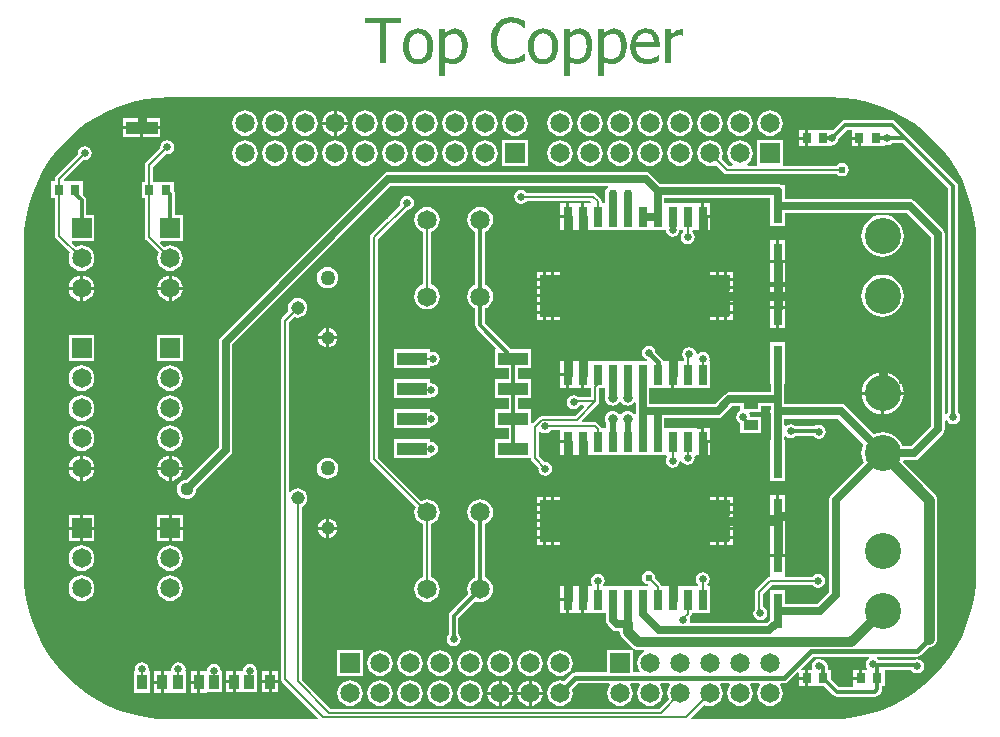
<source format=gtl>
%FSLAX25Y25*%
%MOIN*%
G70*
G01*
G75*
G04 Layer_Physical_Order=1*
G04 Layer_Color=255*
%ADD10R,0.03150X0.03347*%
%ADD11R,0.02756X0.07087*%
%ADD12R,0.03937X0.03937*%
%ADD13R,0.05118X0.03347*%
%ADD14R,0.10500X0.04300*%
%ADD15R,0.03347X0.05118*%
%ADD16R,0.03150X0.11811*%
%ADD17R,0.10000X0.04400*%
%ADD18C,0.01200*%
%ADD19C,0.00600*%
%ADD20C,0.03000*%
%ADD21C,0.02500*%
%ADD22C,0.00700*%
%ADD23C,0.03200*%
%ADD24C,0.01600*%
%ADD25C,0.02800*%
%ADD26C,0.03500*%
%ADD27C,0.02000*%
%ADD28R,0.02953X0.02953*%
%ADD29R,0.06500X0.06500*%
%ADD30C,0.06500*%
%ADD31R,0.06500X0.06500*%
%ADD32C,0.12000*%
%ADD33C,0.05000*%
%ADD34C,0.04500*%
%ADD35C,0.02600*%
%ADD36C,0.02400*%
%ADD37C,0.04400*%
%ADD38C,0.03200*%
%ADD39C,0.03000*%
G36*
X-174609Y21581D02*
X-174442Y21561D01*
X-174255Y21519D01*
X-174047Y21477D01*
X-173818Y21415D01*
X-173588Y21331D01*
X-173338Y21227D01*
X-173088Y21102D01*
X-172838Y20957D01*
X-172589Y20769D01*
X-172339Y20561D01*
X-172109Y20332D01*
X-171901Y20061D01*
X-171880Y20040D01*
X-171860Y19998D01*
X-171797Y19894D01*
X-171734Y19790D01*
X-171651Y19624D01*
X-171547Y19436D01*
X-171443Y19228D01*
X-171339Y18978D01*
X-171255Y18686D01*
X-171151Y18374D01*
X-171047Y18040D01*
X-170964Y17665D01*
X-170901Y17270D01*
X-170839Y16853D01*
X-170818Y16416D01*
X-170797Y15936D01*
Y15895D01*
Y15812D01*
Y15666D01*
X-170818Y15478D01*
X-170839Y15228D01*
X-170860Y14957D01*
X-170901Y14645D01*
X-170964Y14312D01*
X-171130Y13604D01*
X-171235Y13229D01*
X-171360Y12854D01*
X-171526Y12479D01*
X-171714Y12104D01*
X-171922Y11771D01*
X-172151Y11437D01*
X-172172Y11416D01*
X-172214Y11375D01*
X-172297Y11292D01*
X-172401Y11187D01*
X-172526Y11041D01*
X-172693Y10916D01*
X-172880Y10750D01*
X-173088Y10604D01*
X-173318Y10458D01*
X-173588Y10292D01*
X-173859Y10167D01*
X-174172Y10042D01*
X-174484Y9917D01*
X-174817Y9833D01*
X-175192Y9792D01*
X-175567Y9771D01*
X-175713D01*
X-175880Y9792D01*
X-176067D01*
X-176317Y9813D01*
X-176567Y9854D01*
X-177067Y9958D01*
X-177088D01*
X-177171Y10000D01*
X-177296Y10042D01*
X-177463Y10104D01*
X-177671Y10187D01*
X-177900Y10292D01*
X-178379Y10542D01*
Y5834D01*
X-180275D01*
Y21290D01*
X-178379D01*
Y20102D01*
X-178338Y20123D01*
X-178254Y20207D01*
X-178109Y20332D01*
X-177921Y20478D01*
X-177692Y20644D01*
X-177421Y20811D01*
X-177129Y20998D01*
X-176817Y21165D01*
X-176775Y21186D01*
X-176671Y21227D01*
X-176484Y21311D01*
X-176255Y21394D01*
X-175963Y21456D01*
X-175651Y21540D01*
X-175296Y21581D01*
X-174922Y21602D01*
X-174734D01*
X-174609Y21581D01*
D02*
G37*
G36*
X-99267Y21269D02*
X-99246D01*
X-99163Y21248D01*
X-99059D01*
X-98934Y21227D01*
Y19228D01*
X-99079D01*
X-99184Y19249D01*
X-99329Y19269D01*
X-99496Y19290D01*
X-99538D01*
X-99642Y19311D01*
X-100183D01*
X-100350Y19290D01*
X-100538Y19269D01*
X-100767Y19228D01*
X-101038Y19165D01*
X-101308Y19082D01*
X-101600Y18978D01*
X-101641Y18957D01*
X-101725Y18915D01*
X-101871Y18832D01*
X-102058Y18728D01*
X-102266Y18582D01*
X-102516Y18415D01*
X-102766Y18207D01*
X-103016Y17978D01*
Y10000D01*
X-104912D01*
Y21290D01*
X-103016D01*
Y19603D01*
X-102996Y19624D01*
X-102975Y19644D01*
X-102850Y19748D01*
X-102662Y19915D01*
X-102412Y20102D01*
X-102121Y20332D01*
X-101829Y20540D01*
X-101517Y20727D01*
X-101225Y20894D01*
X-101183Y20915D01*
X-101079Y20957D01*
X-100933Y21019D01*
X-100746Y21102D01*
X-100496Y21165D01*
X-100246Y21227D01*
X-99975Y21269D01*
X-99704Y21290D01*
X-99392D01*
X-99267Y21269D01*
D02*
G37*
G36*
X-125371Y-98421D02*
Y-98421D01*
X-125122Y-98421D01*
X-124947Y-98596D01*
Y-100613D01*
X-125033Y-100821D01*
X-125122Y-101500D01*
X-125033Y-102179D01*
X-124771Y-102811D01*
X-124354Y-103354D01*
X-123811Y-103771D01*
X-123179Y-104033D01*
X-122500Y-104122D01*
X-121821Y-104033D01*
X-121189Y-103771D01*
X-120646Y-103354D01*
X-120300Y-102904D01*
X-119700D01*
X-119354Y-103354D01*
X-118811Y-103771D01*
X-118179Y-104033D01*
X-117500Y-104122D01*
X-116821Y-104033D01*
X-116189Y-103771D01*
X-115646Y-103354D01*
X-115362Y-102985D01*
X-114794Y-103178D01*
Y-106000D01*
Y-106822D01*
X-115362Y-107015D01*
X-115646Y-106646D01*
X-116189Y-106229D01*
X-116821Y-105967D01*
X-117500Y-105878D01*
X-118179Y-105967D01*
X-118811Y-106229D01*
X-119354Y-106646D01*
X-119700Y-107096D01*
X-120300D01*
X-120646Y-106646D01*
X-121189Y-106229D01*
X-121821Y-105967D01*
X-122500Y-105878D01*
X-123179Y-105967D01*
X-123811Y-106229D01*
X-124354Y-106646D01*
X-124771Y-107189D01*
X-125033Y-107821D01*
X-125122Y-108500D01*
X-125033Y-109179D01*
X-124771Y-109811D01*
X-124539Y-110114D01*
Y-111579D01*
X-124698Y-111579D01*
X-124698D01*
D01*
X-124878D01*
X-124878D01*
X-125000D01*
X-125122D01*
X-125302Y-111579D01*
X-125302Y-111579D01*
Y-111579D01*
X-126207D01*
X-126228Y-111473D01*
X-126348Y-111294D01*
X-126527Y-111027D01*
X-126527Y-111027D01*
X-127527Y-110027D01*
X-127973Y-109728D01*
X-128500Y-109624D01*
X-132565D01*
X-132795Y-109069D01*
X-127357Y-103631D01*
X-127357Y-103631D01*
X-127357Y-103631D01*
X-127069Y-103201D01*
X-126969Y-102694D01*
Y-98421D01*
X-125371D01*
X-125371Y-98421D01*
D02*
G37*
G36*
X-155841Y25310D02*
X-155633D01*
X-155383Y25289D01*
X-154883Y25206D01*
X-154862D01*
X-154779Y25185D01*
X-154633Y25164D01*
X-154487Y25143D01*
X-154300Y25102D01*
X-154092Y25039D01*
X-153654Y24935D01*
X-153633D01*
X-153571Y24914D01*
X-153467Y24873D01*
X-153342Y24831D01*
X-153196Y24769D01*
X-153029Y24706D01*
X-152654Y24539D01*
X-152633D01*
X-152571Y24498D01*
X-152467Y24456D01*
X-152321Y24394D01*
X-152175Y24310D01*
X-152008Y24227D01*
X-151634Y24039D01*
Y21644D01*
X-151800D01*
X-151821Y21665D01*
X-151842Y21686D01*
X-151904Y21727D01*
X-151988Y21811D01*
X-152196Y21977D01*
X-152488Y22206D01*
X-152508Y22227D01*
X-152571Y22269D01*
X-152654Y22331D01*
X-152758Y22415D01*
X-152904Y22519D01*
X-153092Y22644D01*
X-153279Y22748D01*
X-153487Y22873D01*
X-153508Y22894D01*
X-153592Y22935D01*
X-153717Y22977D01*
X-153862Y23060D01*
X-154050Y23144D01*
X-154279Y23227D01*
X-154508Y23310D01*
X-154758Y23394D01*
X-154779D01*
X-154883Y23435D01*
X-155008Y23456D01*
X-155195Y23498D01*
X-155425Y23539D01*
X-155695Y23560D01*
X-155987Y23602D01*
X-156487D01*
X-156674Y23581D01*
X-156904Y23560D01*
X-157195Y23498D01*
X-157487Y23435D01*
X-157820Y23331D01*
X-158153Y23206D01*
X-158195Y23185D01*
X-158299Y23123D01*
X-158466Y23040D01*
X-158653Y22915D01*
X-158903Y22748D01*
X-159153Y22540D01*
X-159403Y22310D01*
X-159653Y22040D01*
X-159674Y21998D01*
X-159757Y21894D01*
X-159861Y21727D01*
X-160007Y21519D01*
X-160174Y21227D01*
X-160320Y20894D01*
X-160486Y20519D01*
X-160632Y20102D01*
Y20082D01*
X-160653Y20061D01*
X-160674Y19978D01*
X-160695Y19894D01*
X-160715Y19790D01*
X-160736Y19665D01*
X-160799Y19353D01*
X-160882Y18957D01*
X-160924Y18519D01*
X-160965Y18040D01*
X-160986Y17499D01*
Y17478D01*
Y17436D01*
Y17353D01*
Y17249D01*
X-160965Y17103D01*
Y16957D01*
X-160945Y16582D01*
X-160903Y16166D01*
X-160840Y15728D01*
X-160757Y15270D01*
X-160632Y14833D01*
Y14812D01*
X-160611Y14791D01*
X-160590Y14728D01*
X-160570Y14645D01*
X-160486Y14437D01*
X-160361Y14187D01*
X-160215Y13895D01*
X-160028Y13583D01*
X-159820Y13270D01*
X-159591Y12958D01*
X-159570Y12916D01*
X-159486Y12833D01*
X-159341Y12708D01*
X-159174Y12541D01*
X-158966Y12354D01*
X-158716Y12166D01*
X-158424Y12000D01*
X-158133Y11833D01*
X-158091Y11812D01*
X-157987Y11771D01*
X-157820Y11708D01*
X-157591Y11646D01*
X-157320Y11583D01*
X-157008Y11521D01*
X-156674Y11479D01*
X-156320Y11458D01*
X-156175D01*
X-156008Y11479D01*
X-155799D01*
X-155550Y11500D01*
X-155279Y11541D01*
X-154716Y11666D01*
X-154675D01*
X-154591Y11708D01*
X-154446Y11750D01*
X-154279Y11812D01*
X-154071Y11896D01*
X-153841Y11979D01*
X-153404Y12208D01*
X-153383Y12229D01*
X-153300Y12270D01*
X-153196Y12333D01*
X-153071Y12395D01*
X-152758Y12604D01*
X-152446Y12833D01*
X-152425Y12854D01*
X-152383Y12895D01*
X-152300Y12958D01*
X-152217Y13041D01*
X-151988Y13229D01*
X-151800Y13416D01*
X-151634D01*
Y11021D01*
X-151654D01*
X-151717Y10979D01*
X-151821Y10937D01*
X-151946Y10875D01*
X-152092Y10812D01*
X-152238Y10729D01*
X-152592Y10562D01*
X-152613D01*
X-152675Y10521D01*
X-152758Y10479D01*
X-152883Y10437D01*
X-153050Y10375D01*
X-153217Y10292D01*
X-153425Y10229D01*
X-153654Y10146D01*
X-153675D01*
X-153758Y10125D01*
X-153883Y10083D01*
X-154050Y10042D01*
X-154237Y10000D01*
X-154446Y9938D01*
X-154862Y9854D01*
X-154883D01*
X-154966Y9833D01*
X-155091Y9813D01*
X-155258Y9792D01*
X-155466Y9771D01*
X-155716Y9750D01*
X-156008Y9729D01*
X-156570D01*
X-156695Y9750D01*
X-156862D01*
X-157216Y9792D01*
X-157633Y9854D01*
X-158091Y9938D01*
X-158570Y10042D01*
X-159049Y10208D01*
X-159070D01*
X-159111Y10229D01*
X-159174Y10271D01*
X-159257Y10312D01*
X-159486Y10417D01*
X-159778Y10583D01*
X-160111Y10791D01*
X-160466Y11041D01*
X-160840Y11333D01*
X-161195Y11687D01*
Y11708D01*
X-161236Y11729D01*
X-161278Y11791D01*
X-161340Y11854D01*
X-161507Y12083D01*
X-161694Y12354D01*
X-161924Y12708D01*
X-162153Y13125D01*
X-162382Y13604D01*
X-162590Y14124D01*
Y14145D01*
X-162611Y14187D01*
X-162632Y14270D01*
X-162673Y14395D01*
X-162694Y14520D01*
X-162736Y14687D01*
X-162778Y14895D01*
X-162819Y15103D01*
X-162882Y15333D01*
X-162923Y15603D01*
X-162986Y16166D01*
X-163048Y16811D01*
X-163069Y17499D01*
Y17520D01*
Y17582D01*
Y17686D01*
Y17811D01*
X-163048Y17978D01*
Y18165D01*
X-163028Y18395D01*
X-163007Y18624D01*
X-162944Y19144D01*
X-162861Y19686D01*
X-162757Y20248D01*
X-162590Y20790D01*
Y20811D01*
X-162569Y20852D01*
X-162548Y20936D01*
X-162507Y21019D01*
X-162444Y21144D01*
X-162382Y21290D01*
X-162236Y21623D01*
X-162048Y22019D01*
X-161799Y22435D01*
X-161507Y22852D01*
X-161195Y23248D01*
X-161174Y23269D01*
X-161153Y23290D01*
X-161028Y23415D01*
X-160840Y23602D01*
X-160590Y23831D01*
X-160278Y24081D01*
X-159924Y24331D01*
X-159507Y24581D01*
X-159070Y24789D01*
X-159049D01*
X-159007Y24810D01*
X-158945Y24831D01*
X-158841Y24873D01*
X-158737Y24914D01*
X-158591Y24956D01*
X-158257Y25060D01*
X-157841Y25164D01*
X-157383Y25248D01*
X-156862Y25310D01*
X-156299Y25331D01*
X-156029D01*
X-155841Y25310D01*
D02*
G37*
G36*
X-121576Y21581D02*
X-121409Y21561D01*
X-121222Y21519D01*
X-121013Y21477D01*
X-120784Y21415D01*
X-120555Y21331D01*
X-120305Y21227D01*
X-120055Y21102D01*
X-119805Y20957D01*
X-119555Y20769D01*
X-119305Y20561D01*
X-119076Y20332D01*
X-118868Y20061D01*
X-118847Y20040D01*
X-118826Y19998D01*
X-118764Y19894D01*
X-118701Y19790D01*
X-118618Y19624D01*
X-118514Y19436D01*
X-118410Y19228D01*
X-118306Y18978D01*
X-118222Y18686D01*
X-118118Y18374D01*
X-118014Y18040D01*
X-117931Y17665D01*
X-117868Y17270D01*
X-117806Y16853D01*
X-117785Y16416D01*
X-117764Y15936D01*
Y15895D01*
Y15812D01*
Y15666D01*
X-117785Y15478D01*
X-117806Y15228D01*
X-117826Y14957D01*
X-117868Y14645D01*
X-117931Y14312D01*
X-118097Y13604D01*
X-118201Y13229D01*
X-118326Y12854D01*
X-118493Y12479D01*
X-118681Y12104D01*
X-118889Y11771D01*
X-119118Y11437D01*
X-119139Y11416D01*
X-119180Y11375D01*
X-119264Y11292D01*
X-119368Y11187D01*
X-119493Y11041D01*
X-119659Y10916D01*
X-119847Y10750D01*
X-120055Y10604D01*
X-120284Y10458D01*
X-120555Y10292D01*
X-120826Y10167D01*
X-121138Y10042D01*
X-121451Y9917D01*
X-121784Y9833D01*
X-122159Y9792D01*
X-122534Y9771D01*
X-122680D01*
X-122846Y9792D01*
X-123034D01*
X-123284Y9813D01*
X-123534Y9854D01*
X-124034Y9958D01*
X-124055D01*
X-124138Y10000D01*
X-124263Y10042D01*
X-124430Y10104D01*
X-124638Y10187D01*
X-124867Y10292D01*
X-125346Y10542D01*
Y5834D01*
X-127242D01*
Y21290D01*
X-125346D01*
Y20102D01*
X-125304Y20123D01*
X-125221Y20207D01*
X-125075Y20332D01*
X-124888Y20478D01*
X-124659Y20644D01*
X-124388Y20811D01*
X-124096Y20998D01*
X-123784Y21165D01*
X-123742Y21186D01*
X-123638Y21227D01*
X-123451Y21311D01*
X-123221Y21394D01*
X-122930Y21456D01*
X-122617Y21540D01*
X-122263Y21581D01*
X-121888Y21602D01*
X-121701D01*
X-121576Y21581D01*
D02*
G37*
G36*
X-133011D02*
X-132845Y21561D01*
X-132657Y21519D01*
X-132449Y21477D01*
X-132220Y21415D01*
X-131991Y21331D01*
X-131741Y21227D01*
X-131491Y21102D01*
X-131241Y20957D01*
X-130991Y20769D01*
X-130741Y20561D01*
X-130512Y20332D01*
X-130304Y20061D01*
X-130283Y20040D01*
X-130262Y19998D01*
X-130200Y19894D01*
X-130137Y19790D01*
X-130054Y19624D01*
X-129949Y19436D01*
X-129845Y19228D01*
X-129741Y18978D01*
X-129658Y18686D01*
X-129554Y18374D01*
X-129450Y18040D01*
X-129366Y17665D01*
X-129304Y17270D01*
X-129241Y16853D01*
X-129220Y16416D01*
X-129200Y15936D01*
Y15895D01*
Y15812D01*
Y15666D01*
X-129220Y15478D01*
X-129241Y15228D01*
X-129262Y14957D01*
X-129304Y14645D01*
X-129366Y14312D01*
X-129533Y13604D01*
X-129637Y13229D01*
X-129762Y12854D01*
X-129929Y12479D01*
X-130116Y12104D01*
X-130324Y11771D01*
X-130554Y11437D01*
X-130574Y11416D01*
X-130616Y11375D01*
X-130699Y11292D01*
X-130804Y11187D01*
X-130929Y11041D01*
X-131095Y10916D01*
X-131283Y10750D01*
X-131491Y10604D01*
X-131720Y10458D01*
X-131991Y10292D01*
X-132262Y10167D01*
X-132574Y10042D01*
X-132887Y9917D01*
X-133220Y9833D01*
X-133595Y9792D01*
X-133970Y9771D01*
X-134116D01*
X-134282Y9792D01*
X-134470D01*
X-134720Y9813D01*
X-134969Y9854D01*
X-135469Y9958D01*
X-135490D01*
X-135574Y10000D01*
X-135699Y10042D01*
X-135865Y10104D01*
X-136074Y10187D01*
X-136303Y10292D01*
X-136782Y10542D01*
Y5834D01*
X-138677D01*
Y21290D01*
X-136782D01*
Y20102D01*
X-136740Y20123D01*
X-136657Y20207D01*
X-136511Y20332D01*
X-136323Y20478D01*
X-136094Y20644D01*
X-135824Y20811D01*
X-135532Y20998D01*
X-135220Y21165D01*
X-135178Y21186D01*
X-135074Y21227D01*
X-134886Y21311D01*
X-134657Y21394D01*
X-134365Y21456D01*
X-134053Y21540D01*
X-133699Y21581D01*
X-133324Y21602D01*
X-133136D01*
X-133011Y21581D01*
D02*
G37*
G36*
X-110994D02*
X-110744Y21561D01*
X-110453Y21519D01*
X-110140Y21477D01*
X-109828Y21394D01*
X-109515Y21290D01*
X-109474Y21269D01*
X-109370Y21227D01*
X-109224Y21165D01*
X-109036Y21061D01*
X-108807Y20915D01*
X-108578Y20748D01*
X-108328Y20561D01*
X-108099Y20332D01*
X-108078Y20311D01*
X-107995Y20207D01*
X-107890Y20082D01*
X-107745Y19894D01*
X-107599Y19665D01*
X-107453Y19394D01*
X-107287Y19082D01*
X-107161Y18749D01*
X-107141Y18707D01*
X-107099Y18582D01*
X-107057Y18395D01*
X-106995Y18124D01*
X-106932Y17790D01*
X-106870Y17395D01*
X-106849Y16957D01*
X-106828Y16478D01*
Y15458D01*
X-114660D01*
Y15437D01*
Y15374D01*
Y15270D01*
X-114639Y15124D01*
Y14957D01*
X-114598Y14770D01*
X-114535Y14333D01*
X-114410Y13854D01*
X-114244Y13354D01*
X-113994Y12875D01*
X-113848Y12645D01*
X-113681Y12437D01*
X-113660Y12416D01*
X-113640Y12395D01*
X-113577Y12354D01*
X-113494Y12270D01*
X-113390Y12208D01*
X-113265Y12125D01*
X-113119Y12021D01*
X-112952Y11937D01*
X-112577Y11750D01*
X-112098Y11583D01*
X-111557Y11458D01*
X-111244Y11437D01*
X-110932Y11416D01*
X-110703D01*
X-110536Y11437D01*
X-110348D01*
X-110140Y11479D01*
X-109703Y11541D01*
X-109682D01*
X-109599Y11562D01*
X-109494Y11604D01*
X-109349Y11646D01*
X-109182Y11708D01*
X-108994Y11771D01*
X-108620Y11916D01*
X-108599Y11937D01*
X-108536Y11958D01*
X-108432Y12000D01*
X-108307Y12062D01*
X-108036Y12208D01*
X-107745Y12354D01*
X-107724D01*
X-107682Y12395D01*
X-107620Y12437D01*
X-107536Y12479D01*
X-107349Y12625D01*
X-107161Y12770D01*
X-107036D01*
Y10687D01*
X-107057D01*
X-107099Y10667D01*
X-107182Y10646D01*
X-107266Y10604D01*
X-107391Y10542D01*
X-107536Y10500D01*
X-107890Y10354D01*
X-107911D01*
X-107974Y10333D01*
X-108057Y10292D01*
X-108182Y10250D01*
X-108453Y10146D01*
X-108765Y10063D01*
X-108786D01*
X-108870Y10042D01*
X-108974Y10021D01*
X-109099Y9979D01*
X-109265Y9938D01*
X-109432Y9896D01*
X-109786Y9833D01*
X-109807D01*
X-109869Y9813D01*
X-109953D01*
X-110099Y9792D01*
X-110244Y9771D01*
X-110453D01*
X-110661Y9750D01*
X-111036D01*
X-111161Y9771D01*
X-111348D01*
X-111577Y9792D01*
X-111848Y9833D01*
X-112140Y9875D01*
X-112452Y9938D01*
X-112786Y10021D01*
X-113119Y10125D01*
X-113473Y10229D01*
X-113827Y10375D01*
X-114181Y10562D01*
X-114515Y10750D01*
X-114827Y10979D01*
X-115119Y11250D01*
X-115139Y11271D01*
X-115181Y11312D01*
X-115264Y11416D01*
X-115348Y11541D01*
X-115452Y11687D01*
X-115577Y11875D01*
X-115723Y12104D01*
X-115848Y12354D01*
X-115993Y12645D01*
X-116139Y12979D01*
X-116264Y13333D01*
X-116368Y13729D01*
X-116452Y14145D01*
X-116535Y14583D01*
X-116577Y15062D01*
X-116597Y15582D01*
Y15624D01*
Y15707D01*
Y15853D01*
X-116577Y16041D01*
X-116556Y16270D01*
X-116514Y16541D01*
X-116472Y16832D01*
X-116410Y17165D01*
X-116348Y17499D01*
X-116243Y17853D01*
X-116139Y18228D01*
X-115993Y18582D01*
X-115827Y18957D01*
X-115639Y19311D01*
X-115410Y19644D01*
X-115160Y19957D01*
X-115139Y19978D01*
X-115098Y20019D01*
X-115014Y20102D01*
X-114889Y20207D01*
X-114744Y20332D01*
X-114577Y20478D01*
X-114369Y20623D01*
X-114139Y20790D01*
X-113890Y20936D01*
X-113598Y21082D01*
X-113286Y21227D01*
X-112952Y21352D01*
X-112577Y21456D01*
X-112202Y21540D01*
X-111786Y21581D01*
X-111369Y21602D01*
X-111203D01*
X-110994Y21581D01*
D02*
G37*
G36*
X-192877Y23290D02*
X-197939D01*
Y10000D01*
X-199938D01*
Y23290D01*
X-205000D01*
Y25060D01*
X-192877D01*
Y23290D01*
D02*
G37*
G36*
X-145301Y21581D02*
X-145093Y21561D01*
X-144885Y21519D01*
X-144635Y21477D01*
X-144364Y21415D01*
X-144072Y21331D01*
X-143781Y21227D01*
X-143468Y21102D01*
X-143156Y20936D01*
X-142864Y20769D01*
X-142552Y20561D01*
X-142281Y20311D01*
X-142010Y20040D01*
X-141989Y20019D01*
X-141948Y19978D01*
X-141885Y19873D01*
X-141802Y19748D01*
X-141698Y19582D01*
X-141573Y19394D01*
X-141448Y19165D01*
X-141323Y18894D01*
X-141198Y18603D01*
X-141073Y18270D01*
X-140948Y17915D01*
X-140844Y17520D01*
X-140760Y17082D01*
X-140698Y16624D01*
X-140656Y16145D01*
X-140635Y15624D01*
Y15582D01*
Y15499D01*
Y15353D01*
X-140656Y15145D01*
X-140677Y14916D01*
X-140698Y14645D01*
X-140740Y14333D01*
X-140802Y13999D01*
X-140969Y13291D01*
X-141073Y12937D01*
X-141218Y12562D01*
X-141364Y12208D01*
X-141552Y11854D01*
X-141760Y11541D01*
X-142010Y11229D01*
X-142031Y11208D01*
X-142073Y11167D01*
X-142156Y11083D01*
X-142260Y10979D01*
X-142406Y10875D01*
X-142572Y10750D01*
X-142760Y10604D01*
X-142989Y10458D01*
X-143239Y10312D01*
X-143510Y10167D01*
X-143801Y10042D01*
X-144135Y9938D01*
X-144489Y9833D01*
X-144864Y9750D01*
X-145260Y9708D01*
X-145676Y9688D01*
X-145780D01*
X-145905Y9708D01*
X-146072D01*
X-146259Y9729D01*
X-146488Y9771D01*
X-146739Y9813D01*
X-147030Y9896D01*
X-147322Y9979D01*
X-147613Y10083D01*
X-147926Y10208D01*
X-148238Y10354D01*
X-148530Y10542D01*
X-148842Y10750D01*
X-149113Y11000D01*
X-149384Y11271D01*
X-149405Y11292D01*
X-149446Y11354D01*
X-149509Y11437D01*
X-149592Y11562D01*
X-149696Y11729D01*
X-149801Y11916D01*
X-149925Y12145D01*
X-150050Y12416D01*
X-150175Y12708D01*
X-150300Y13041D01*
X-150405Y13395D01*
X-150509Y13791D01*
X-150592Y14208D01*
X-150654Y14645D01*
X-150696Y15124D01*
X-150717Y15624D01*
Y15666D01*
Y15749D01*
Y15895D01*
X-150696Y16082D01*
X-150675Y16332D01*
X-150634Y16603D01*
X-150592Y16916D01*
X-150550Y17228D01*
X-150384Y17936D01*
X-150280Y18311D01*
X-150134Y18665D01*
X-149988Y19040D01*
X-149801Y19374D01*
X-149592Y19707D01*
X-149342Y20019D01*
X-149321Y20040D01*
X-149280Y20082D01*
X-149196Y20165D01*
X-149092Y20269D01*
X-148946Y20394D01*
X-148780Y20519D01*
X-148592Y20665D01*
X-148363Y20811D01*
X-148113Y20957D01*
X-147843Y21102D01*
X-147530Y21227D01*
X-147197Y21352D01*
X-146863Y21456D01*
X-146488Y21540D01*
X-146093Y21581D01*
X-145676Y21602D01*
X-145447D01*
X-145301Y21581D01*
D02*
G37*
G36*
X-45752Y-1439D02*
X-41535Y-1994D01*
X-37383Y-2915D01*
X-33328Y-4193D01*
X-29399Y-5821D01*
X-25627Y-7784D01*
X-22040Y-10069D01*
X-18666Y-12658D01*
X-15531Y-15531D01*
X-12658Y-18666D01*
X-10069Y-22040D01*
X-7784Y-25627D01*
X-5821Y-29399D01*
X-4193Y-33328D01*
X-2915Y-37383D01*
X-1994Y-41535D01*
X-1439Y-45752D01*
X-1257Y-49914D01*
X-1275Y-50000D01*
Y-160000D01*
X-1257Y-160086D01*
X-1439Y-164249D01*
X-1994Y-168465D01*
X-2915Y-172617D01*
X-4193Y-176672D01*
X-5821Y-180601D01*
X-7784Y-184373D01*
X-10069Y-187960D01*
X-12658Y-191334D01*
X-15531Y-194469D01*
X-18666Y-197342D01*
X-22040Y-199931D01*
X-25627Y-202216D01*
X-29399Y-204179D01*
X-33328Y-205807D01*
X-37383Y-207085D01*
X-41535Y-208006D01*
X-45752Y-208561D01*
X-49914Y-208743D01*
X-50000Y-208726D01*
X-96067D01*
X-96297Y-208171D01*
X-91927Y-203802D01*
X-91110Y-204141D01*
X-90000Y-204287D01*
X-88890Y-204141D01*
X-87857Y-203712D01*
X-86969Y-203031D01*
X-86288Y-202143D01*
X-85859Y-201110D01*
X-85713Y-200000D01*
X-85859Y-198890D01*
X-86288Y-197857D01*
X-86735Y-197273D01*
X-86470Y-196735D01*
X-83530D01*
X-83265Y-197273D01*
X-83712Y-197857D01*
X-84141Y-198890D01*
X-84287Y-200000D01*
X-84141Y-201110D01*
X-83712Y-202143D01*
X-83031Y-203031D01*
X-82143Y-203712D01*
X-81109Y-204141D01*
X-80000Y-204287D01*
X-78891Y-204141D01*
X-77857Y-203712D01*
X-76969Y-203031D01*
X-76288Y-202143D01*
X-75859Y-201110D01*
X-75713Y-200000D01*
X-75859Y-198890D01*
X-76288Y-197857D01*
X-76735Y-197273D01*
X-76470Y-196735D01*
X-73530D01*
X-73265Y-197273D01*
X-73712Y-197857D01*
X-74141Y-198890D01*
X-74287Y-200000D01*
X-74141Y-201110D01*
X-73712Y-202143D01*
X-73031Y-203031D01*
X-72143Y-203712D01*
X-71109Y-204141D01*
X-70000Y-204287D01*
X-68891Y-204141D01*
X-67857Y-203712D01*
X-66969Y-203031D01*
X-66288Y-202143D01*
X-65859Y-201110D01*
X-65713Y-200000D01*
X-65859Y-198890D01*
X-66288Y-197857D01*
X-66735Y-197273D01*
X-66470Y-196735D01*
X-65300D01*
X-64714Y-196619D01*
X-64598Y-196596D01*
X-64002Y-196198D01*
X-60885Y-193080D01*
X-60331Y-193310D01*
Y-194500D01*
X-58256D01*
Y-192327D01*
X-59347D01*
X-59577Y-191772D01*
X-55640Y-187835D01*
X-37135D01*
X-36961Y-188409D01*
X-37458Y-188742D01*
X-37967Y-189503D01*
X-38145Y-190400D01*
X-37967Y-191297D01*
X-37632Y-191798D01*
X-37915Y-192327D01*
X-39256D01*
Y-195000D01*
X-39756D01*
Y-195500D01*
X-42331D01*
Y-197444D01*
X-42331Y-197444D01*
X-42331D01*
X-42331Y-197673D01*
X-42526Y-197869D01*
X-47068D01*
X-49669Y-195268D01*
Y-192327D01*
X-50613D01*
Y-191256D01*
X-50737Y-190632D01*
X-51091Y-190102D01*
X-51846Y-189347D01*
X-52376Y-188993D01*
X-52573Y-188953D01*
X-52903Y-188733D01*
X-53800Y-188555D01*
X-54697Y-188733D01*
X-55458Y-189242D01*
X-55967Y-190003D01*
X-56145Y-190900D01*
X-55967Y-191797D01*
X-55966Y-191798D01*
X-56249Y-192327D01*
X-57256D01*
Y-195000D01*
Y-197673D01*
X-55181D01*
Y-197673D01*
X-55181D01*
X-55181Y-197673D01*
X-54819D01*
Y-197673D01*
X-51878D01*
X-48898Y-200654D01*
X-48368Y-201007D01*
X-47744Y-201131D01*
X-35000D01*
X-34376Y-201007D01*
X-33847Y-200654D01*
X-33846Y-200654D01*
X-33847Y-200654D01*
X-33091Y-199898D01*
X-32737Y-199368D01*
X-32613Y-198744D01*
X-32613Y-198744D01*
X-32613Y-198744D01*
Y-198744D01*
Y-197673D01*
X-31669D01*
Y-192327D01*
D01*
Y-192327D01*
X-31474Y-192131D01*
X-23010D01*
X-22658Y-192658D01*
X-21897Y-193167D01*
X-21000Y-193345D01*
X-20103Y-193167D01*
X-19342Y-192658D01*
X-18833Y-191897D01*
X-18655Y-191000D01*
X-18833Y-190103D01*
X-19342Y-189342D01*
X-20103Y-188833D01*
X-21000Y-188655D01*
X-21897Y-188833D01*
X-21950Y-188869D01*
X-34057D01*
X-34142Y-188742D01*
X-34639Y-188409D01*
X-34465Y-187835D01*
X-21000D01*
X-20414Y-187719D01*
X-20298Y-187696D01*
X-19702Y-187298D01*
X-17157Y-184753D01*
X-17000Y-184774D01*
X-16282Y-184679D01*
X-15613Y-184402D01*
X-15039Y-183961D01*
X-14598Y-183387D01*
X-14321Y-182718D01*
X-14226Y-182000D01*
Y-135500D01*
X-14321Y-134782D01*
X-14598Y-134113D01*
X-15039Y-133539D01*
X-25729Y-122848D01*
X-25499Y-122294D01*
X-22000D01*
X-21122Y-122119D01*
X-20378Y-121622D01*
X-20378Y-121622D01*
X-20378Y-121622D01*
X-12378Y-113622D01*
X-12378Y-113622D01*
X-12378Y-113622D01*
X-11880Y-112878D01*
X-11706Y-112000D01*
Y-109124D01*
X-11132Y-108949D01*
X-10658Y-109658D01*
X-9897Y-110167D01*
X-9000Y-110345D01*
X-8103Y-110167D01*
X-7342Y-109658D01*
X-6833Y-108897D01*
X-6655Y-108000D01*
X-6833Y-107103D01*
X-7342Y-106342D01*
X-7369Y-106324D01*
Y-31000D01*
X-7493Y-30376D01*
X-7846Y-29847D01*
X-23846Y-13847D01*
X-28346Y-9347D01*
X-28876Y-8993D01*
X-29500Y-8869D01*
X-45000D01*
X-45624Y-8993D01*
X-46154Y-9347D01*
X-49134Y-12327D01*
X-49669Y-12327D01*
Y-12327D01*
X-54757D01*
X-54757Y-12327D01*
Y-12327D01*
X-54819Y-12327D01*
X-55000D01*
X-55181D01*
X-55243Y-12327D01*
X-55243Y-12327D01*
Y-12327D01*
X-57256D01*
Y-15000D01*
Y-17673D01*
X-55243D01*
X-55243Y-17673D01*
Y-17673D01*
X-55181Y-17673D01*
X-55000D01*
X-54819D01*
X-54757Y-17673D01*
X-54757Y-17673D01*
Y-17673D01*
X-49669D01*
Y-17484D01*
X-49500Y-17345D01*
X-48603Y-17167D01*
X-47842Y-16658D01*
X-47333Y-15897D01*
X-47155Y-15000D01*
X-47161Y-14968D01*
X-44324Y-12131D01*
X-42831D01*
Y-12131D01*
Y-12327D01*
X-42831Y-12556D01*
X-42831Y-12556D01*
X-42831D01*
Y-14500D01*
X-40256D01*
Y-15000D01*
X-39756D01*
Y-17673D01*
X-37743D01*
X-37743Y-17673D01*
Y-17673D01*
X-37681Y-17673D01*
X-37500D01*
X-37319D01*
X-37257Y-17673D01*
X-37257Y-17673D01*
Y-17673D01*
X-32169D01*
Y-17585D01*
X-31705Y-17205D01*
X-31000Y-17345D01*
X-30103Y-17167D01*
X-29342Y-16658D01*
X-29324Y-16631D01*
X-25676D01*
X-10631Y-31676D01*
Y-106324D01*
X-10658Y-106342D01*
X-11132Y-107051D01*
X-11706Y-106876D01*
Y-47000D01*
X-11880Y-46122D01*
X-12378Y-45378D01*
X-21878Y-35878D01*
X-22622Y-35381D01*
X-23500Y-35206D01*
X-64925D01*
Y-30595D01*
X-66302D01*
X-66622Y-30380D01*
X-67500Y-30206D01*
X-106550D01*
X-109878Y-26878D01*
X-110622Y-26381D01*
X-111500Y-26206D01*
X-197200D01*
X-198078Y-26381D01*
X-198822Y-26878D01*
X-253122Y-81178D01*
X-253620Y-81922D01*
X-253794Y-82800D01*
Y-118050D01*
X-264519Y-128775D01*
X-265335Y-128882D01*
X-266114Y-129205D01*
X-266782Y-129718D01*
X-267295Y-130386D01*
X-267618Y-131165D01*
X-267728Y-132000D01*
X-267618Y-132835D01*
X-267295Y-133614D01*
X-266782Y-134282D01*
X-266114Y-134795D01*
X-265335Y-135118D01*
X-264500Y-135228D01*
X-263665Y-135118D01*
X-262886Y-134795D01*
X-262218Y-134282D01*
X-261705Y-133614D01*
X-261382Y-132835D01*
X-261275Y-132019D01*
X-249878Y-120622D01*
X-249380Y-119878D01*
X-249206Y-119000D01*
X-249206Y-119000D01*
X-249206Y-119000D01*
Y-119000D01*
Y-83750D01*
X-196250Y-30794D01*
X-123984D01*
X-123810Y-31368D01*
X-124302Y-31698D01*
X-124855Y-32524D01*
X-125049Y-33500D01*
X-124947Y-34013D01*
Y-36579D01*
X-124947D01*
X-125122D01*
X-125371Y-36579D01*
X-125371Y-36579D01*
Y-36579D01*
X-126124D01*
Y-36000D01*
X-126228Y-35473D01*
X-126527Y-35027D01*
X-128027Y-33527D01*
X-128473Y-33228D01*
X-129000Y-33124D01*
X-151154D01*
X-151342Y-32842D01*
X-152103Y-32333D01*
X-153000Y-32155D01*
X-153897Y-32333D01*
X-154658Y-32842D01*
X-155167Y-33603D01*
X-155345Y-34500D01*
X-155167Y-35397D01*
X-154658Y-36158D01*
X-153897Y-36667D01*
X-153000Y-36845D01*
X-152103Y-36667D01*
X-151342Y-36158D01*
X-151154Y-35876D01*
X-129901D01*
X-129568Y-36375D01*
X-129652Y-36579D01*
X-129698D01*
X-129698Y-36579D01*
Y-36579D01*
X-129878Y-36579D01*
X-130000D01*
X-130122D01*
X-130302Y-36579D01*
X-130302Y-36579D01*
Y-36579D01*
X-132000D01*
Y-41122D01*
Y-45665D01*
X-130302D01*
X-130302Y-45665D01*
Y-45665D01*
X-130122Y-45665D01*
X-130000D01*
X-129878D01*
X-129698Y-45665D01*
X-129698Y-45665D01*
Y-45665D01*
X-125302D01*
X-125302Y-45665D01*
Y-45665D01*
X-125122Y-45665D01*
X-125000D01*
X-124878D01*
X-124698Y-45665D01*
X-124698Y-45665D01*
Y-45665D01*
X-120122D01*
Y-45665D01*
X-120122D01*
X-120122Y-45665D01*
X-119878D01*
Y-45665D01*
X-115302D01*
X-115302Y-45665D01*
Y-45665D01*
X-115122Y-45665D01*
X-115000D01*
X-114878D01*
X-114698Y-45665D01*
X-114698Y-45665D01*
Y-45665D01*
X-110122D01*
Y-45665D01*
X-110122D01*
X-110122Y-45665D01*
X-109878D01*
Y-45665D01*
X-105302D01*
X-105302Y-45665D01*
Y-45665D01*
X-105122Y-45665D01*
X-104878D01*
D01*
D01*
D01*
D01*
Y-45665D01*
X-104812D01*
X-104667Y-46397D01*
X-104158Y-47158D01*
X-103397Y-47667D01*
X-102500Y-47845D01*
X-101603Y-47667D01*
X-100842Y-47158D01*
X-100333Y-46397D01*
X-100188Y-45665D01*
X-100122D01*
X-100122Y-45665D01*
Y-45665D01*
X-100122D01*
X-99878D01*
X-99698Y-45665D01*
X-99698Y-45665D01*
Y-45665D01*
X-99179D01*
X-99005Y-46240D01*
X-99158Y-46342D01*
X-99667Y-47103D01*
X-99845Y-48000D01*
X-99667Y-48897D01*
X-99158Y-49658D01*
X-98397Y-50167D01*
X-97500Y-50345D01*
X-96603Y-50167D01*
X-95842Y-49658D01*
X-95333Y-48897D01*
X-95155Y-48000D01*
X-95333Y-47103D01*
X-95842Y-46342D01*
X-95995Y-46240D01*
X-95821Y-45665D01*
X-95302D01*
X-95302Y-45665D01*
Y-45665D01*
X-95122Y-45665D01*
X-95000D01*
X-94878D01*
X-94698Y-45665D01*
X-94698Y-45665D01*
Y-45665D01*
X-93000D01*
Y-41122D01*
Y-36579D01*
X-94698D01*
X-94698Y-36579D01*
Y-36579D01*
X-94878Y-36579D01*
X-95000D01*
X-95122D01*
X-95302Y-36579D01*
X-95302Y-36579D01*
Y-36579D01*
X-99698D01*
X-99698Y-36579D01*
Y-36579D01*
X-99878Y-36579D01*
X-100000D01*
X-100122D01*
X-100302Y-36579D01*
X-100302Y-36579D01*
Y-36579D01*
X-104698D01*
X-104698Y-36579D01*
Y-36579D01*
X-104878Y-36579D01*
X-105122D01*
Y-36579D01*
X-105206Y-36579D01*
Y-34794D01*
X-70075D01*
Y-44405D01*
X-64925D01*
Y-39794D01*
X-24450D01*
X-16294Y-47950D01*
Y-111050D01*
X-22950Y-117706D01*
X-25881D01*
X-26002Y-117308D01*
X-26651Y-116092D01*
X-27526Y-115026D01*
X-28592Y-114152D01*
X-29808Y-113502D01*
X-31128Y-113101D01*
X-32500Y-112966D01*
X-33872Y-113101D01*
X-35192Y-113502D01*
X-35417Y-113622D01*
X-44770Y-104270D01*
X-45564Y-103739D01*
X-45719Y-103708D01*
X-46500Y-103553D01*
X-65206D01*
Y-96905D01*
X-64925D01*
Y-83095D01*
X-70075D01*
Y-96905D01*
X-69794D01*
Y-99761D01*
X-83555D01*
X-84433Y-99936D01*
X-85177Y-100433D01*
X-88450Y-103706D01*
X-110206D01*
Y-98421D01*
X-110122Y-98421D01*
D01*
D01*
X-109878D01*
Y-98421D01*
X-105302D01*
X-105302Y-98421D01*
Y-98421D01*
X-105122Y-98421D01*
X-105000D01*
X-104878D01*
X-104698Y-98421D01*
X-104698Y-98421D01*
Y-98421D01*
X-103000D01*
Y-93878D01*
Y-89335D01*
X-104698D01*
X-104698Y-89335D01*
Y-89335D01*
X-104878Y-89335D01*
X-105000D01*
X-105122D01*
X-105302Y-89335D01*
X-105302Y-89335D01*
Y-89335D01*
X-105698D01*
X-105781Y-88914D01*
X-105804Y-88798D01*
X-106202Y-88202D01*
X-108217Y-86187D01*
X-108333Y-85603D01*
X-108842Y-84842D01*
X-109603Y-84333D01*
X-110500Y-84155D01*
X-111397Y-84333D01*
X-112158Y-84842D01*
X-112667Y-85603D01*
X-112845Y-86500D01*
X-112667Y-87397D01*
X-112158Y-88158D01*
X-111397Y-88666D01*
X-111040Y-88737D01*
X-111099Y-89335D01*
X-114698D01*
X-114698Y-89335D01*
Y-89335D01*
X-114878Y-89335D01*
X-115000D01*
X-115122D01*
X-115302Y-89335D01*
X-115302Y-89335D01*
Y-89335D01*
X-119878D01*
D01*
D01*
X-119878Y-89335D01*
X-120122D01*
Y-89335D01*
X-124698D01*
X-124698Y-89335D01*
Y-89335D01*
X-124878Y-89335D01*
X-125000D01*
X-125122D01*
X-125302Y-89335D01*
X-125302Y-89335D01*
Y-89335D01*
X-129698D01*
X-129698Y-89335D01*
Y-89335D01*
X-129878Y-89335D01*
X-130000D01*
X-130122D01*
X-130302Y-89335D01*
X-130302Y-89335D01*
Y-89335D01*
X-132000D01*
Y-93878D01*
Y-98421D01*
X-130302D01*
X-130302Y-98421D01*
Y-98421D01*
X-130122Y-98421D01*
X-130000D01*
X-129878D01*
X-129878D01*
X-129698D01*
X-129698D01*
D01*
X-129620D01*
Y-101369D01*
X-133824D01*
X-133842Y-101342D01*
X-134603Y-100833D01*
X-135500Y-100655D01*
X-136397Y-100833D01*
X-137158Y-101342D01*
X-137667Y-102103D01*
X-137845Y-103000D01*
X-137667Y-103897D01*
X-137158Y-104658D01*
X-136397Y-105167D01*
X-135500Y-105345D01*
X-134603Y-105167D01*
X-133842Y-104658D01*
X-133415Y-104019D01*
X-132278D01*
X-132048Y-104574D01*
X-134949Y-107475D01*
X-145911D01*
X-146418Y-107575D01*
X-146848Y-107863D01*
X-148996Y-110010D01*
X-149550Y-109780D01*
Y-105300D01*
X-153919D01*
Y-101700D01*
X-149550D01*
Y-95300D01*
X-153919D01*
Y-91700D01*
X-149550D01*
Y-85300D01*
X-156443D01*
X-165010Y-76732D01*
Y-71720D01*
X-164498Y-71508D01*
X-163611Y-70826D01*
X-162929Y-69939D01*
X-162501Y-68905D01*
X-162355Y-67795D01*
X-162501Y-66686D01*
X-162929Y-65652D01*
X-163611Y-64764D01*
X-164498Y-64083D01*
X-165010Y-63871D01*
Y-46129D01*
X-164498Y-45917D01*
X-163611Y-45236D01*
X-162929Y-44348D01*
X-162501Y-43314D01*
X-162355Y-42205D01*
X-162501Y-41095D01*
X-162929Y-40061D01*
X-163611Y-39174D01*
X-164498Y-38492D01*
X-165532Y-38064D01*
X-166642Y-37918D01*
X-167751Y-38064D01*
X-168785Y-38492D01*
X-169673Y-39174D01*
X-170354Y-40061D01*
X-170782Y-41095D01*
X-170928Y-42205D01*
X-170782Y-43314D01*
X-170354Y-44348D01*
X-169673Y-45236D01*
X-168785Y-45917D01*
X-168273Y-46129D01*
Y-63871D01*
X-168785Y-64083D01*
X-169673Y-64764D01*
X-170354Y-65652D01*
X-170782Y-66686D01*
X-170928Y-67795D01*
X-170782Y-68905D01*
X-170354Y-69939D01*
X-169673Y-70826D01*
X-168785Y-71508D01*
X-168273Y-71720D01*
Y-77408D01*
X-168273Y-77408D01*
X-168273D01*
X-168149Y-78033D01*
X-167795Y-78562D01*
X-161406Y-84951D01*
X-161550Y-85300D01*
X-161550D01*
X-161550Y-85300D01*
Y-91700D01*
X-157181D01*
Y-95300D01*
X-161550D01*
Y-101700D01*
X-157181D01*
Y-105300D01*
X-161550D01*
Y-111700D01*
X-157181D01*
Y-115300D01*
X-161550D01*
Y-121700D01*
X-149806D01*
X-149725Y-122107D01*
X-149437Y-122537D01*
X-149437Y-122537D01*
X-149437Y-122537D01*
X-147167Y-124808D01*
X-147245Y-125200D01*
X-147067Y-126097D01*
X-146558Y-126858D01*
X-145797Y-127367D01*
X-144900Y-127545D01*
X-144003Y-127367D01*
X-143242Y-126858D01*
X-142733Y-126097D01*
X-142555Y-125200D01*
X-142733Y-124303D01*
X-143242Y-123542D01*
X-144003Y-123033D01*
X-144900Y-122855D01*
X-145292Y-122933D01*
X-147175Y-121051D01*
Y-113003D01*
X-146774Y-112735D01*
X-146645Y-112667D01*
X-145897Y-113167D01*
X-145000Y-113345D01*
X-144103Y-113167D01*
X-143342Y-112658D01*
X-143154Y-112376D01*
X-139878D01*
Y-115622D01*
X-137500D01*
Y-116122D01*
X-137000D01*
Y-120665D01*
X-135122D01*
Y-120665D01*
X-135122D01*
X-135122Y-120665D01*
X-134878D01*
Y-120665D01*
X-133000D01*
Y-116122D01*
X-132000D01*
Y-120665D01*
X-130122D01*
Y-120665D01*
X-130122D01*
X-130122Y-120665D01*
X-129878D01*
Y-120665D01*
X-125302D01*
X-125302Y-120665D01*
Y-120665D01*
X-125122Y-120665D01*
X-125000D01*
X-124878D01*
X-124698Y-120665D01*
X-124698Y-120665D01*
Y-120665D01*
X-120122D01*
Y-120665D01*
X-120122D01*
X-120122Y-120665D01*
X-119878D01*
Y-120665D01*
X-115302D01*
X-115302Y-120665D01*
Y-120665D01*
X-115122Y-120665D01*
X-115000D01*
X-114878D01*
X-114698Y-120665D01*
X-114698Y-120665D01*
Y-120665D01*
X-110122D01*
Y-120665D01*
X-110122D01*
X-110122Y-120665D01*
X-109878D01*
Y-120665D01*
X-105302D01*
X-105302Y-120665D01*
Y-120665D01*
X-105122Y-120665D01*
X-105000D01*
X-104878D01*
X-104698Y-120665D01*
X-104698Y-120665D01*
Y-120665D01*
X-104677D01*
X-104394Y-121195D01*
X-104667Y-121603D01*
X-104845Y-122500D01*
X-104667Y-123397D01*
X-104158Y-124158D01*
X-103397Y-124667D01*
X-102500Y-124845D01*
X-101603Y-124667D01*
X-100842Y-124158D01*
X-100333Y-123397D01*
X-100180Y-122627D01*
X-99592Y-122510D01*
X-99158Y-123158D01*
X-98397Y-123667D01*
X-97500Y-123845D01*
X-96603Y-123667D01*
X-95842Y-123158D01*
X-95333Y-122397D01*
X-95155Y-121500D01*
X-95229Y-121129D01*
X-94848Y-120665D01*
X-94698Y-120665D01*
X-94698Y-120665D01*
Y-120665D01*
X-93000D01*
Y-116122D01*
Y-111579D01*
X-94698D01*
X-94698Y-111579D01*
Y-111579D01*
X-94878Y-111579D01*
X-95000D01*
X-95122D01*
X-95302Y-111579D01*
X-95302Y-111579D01*
Y-111579D01*
X-99698D01*
X-99698Y-111579D01*
Y-111579D01*
X-99878Y-111579D01*
X-100000D01*
X-100122D01*
X-100302Y-111579D01*
X-100302Y-111579D01*
Y-111579D01*
X-104698D01*
X-104698Y-111579D01*
Y-111579D01*
X-104878Y-111579D01*
X-105122D01*
Y-111579D01*
X-105206Y-111579D01*
Y-108294D01*
X-87500D01*
X-86622Y-108119D01*
X-85878Y-107622D01*
X-85878Y-107622D01*
X-85878Y-107622D01*
X-82605Y-104349D01*
X-80059D01*
Y-105941D01*
X-80658Y-106342D01*
X-81166Y-107103D01*
X-81345Y-108000D01*
X-81166Y-108897D01*
X-80658Y-109658D01*
X-80059Y-110058D01*
Y-113118D01*
X-72941D01*
Y-107772D01*
X-76700D01*
X-76833Y-107103D01*
X-77064Y-106757D01*
X-76781Y-106228D01*
X-72941D01*
Y-104349D01*
X-69794D01*
Y-105231D01*
X-69947Y-106000D01*
X-69794Y-106769D01*
Y-115594D01*
X-70075D01*
Y-129405D01*
X-64925D01*
Y-115594D01*
X-65206D01*
Y-114696D01*
X-64677Y-114413D01*
X-63997Y-114867D01*
X-63100Y-115045D01*
X-62203Y-114867D01*
X-61442Y-114358D01*
X-61424Y-114331D01*
X-55443D01*
X-55358Y-114458D01*
X-54597Y-114967D01*
X-53700Y-115145D01*
X-52803Y-114967D01*
X-52042Y-114458D01*
X-51534Y-113697D01*
X-51355Y-112800D01*
X-51534Y-111903D01*
X-52042Y-111142D01*
X-52803Y-110633D01*
X-53700Y-110455D01*
X-54597Y-110633D01*
X-55249Y-111069D01*
X-61424D01*
X-61442Y-111042D01*
X-62203Y-110533D01*
X-63100Y-110355D01*
X-63997Y-110533D01*
X-64677Y-110987D01*
X-65206Y-110705D01*
Y-108447D01*
X-47514D01*
X-38878Y-117083D01*
X-38998Y-117308D01*
X-39399Y-118628D01*
X-39534Y-120000D01*
X-39399Y-121372D01*
X-38998Y-122692D01*
X-38803Y-123058D01*
X-49622Y-133878D01*
X-50120Y-134622D01*
X-50294Y-135500D01*
Y-166150D01*
X-54350Y-170206D01*
X-64925D01*
Y-165594D01*
X-70075D01*
Y-175531D01*
X-71150Y-176606D01*
X-96402D01*
X-96783Y-176142D01*
X-96655Y-175500D01*
X-96816Y-174690D01*
X-96563Y-174437D01*
X-96275Y-174007D01*
X-96175Y-173500D01*
Y-173421D01*
X-95302D01*
X-95302Y-173421D01*
Y-173421D01*
X-95122Y-173421D01*
X-95000D01*
X-94878D01*
X-94698Y-173421D01*
X-94698Y-173421D01*
Y-173421D01*
X-90122D01*
Y-164335D01*
X-90821D01*
X-90995Y-163760D01*
X-90842Y-163658D01*
X-90333Y-162897D01*
X-90155Y-162000D01*
X-90333Y-161103D01*
X-90842Y-160342D01*
X-91603Y-159833D01*
X-92500Y-159655D01*
X-93397Y-159833D01*
X-94158Y-160342D01*
X-94666Y-161103D01*
X-94845Y-162000D01*
X-94666Y-162897D01*
X-94158Y-163658D01*
X-94005Y-163760D01*
X-94179Y-164335D01*
X-94698D01*
X-94698Y-164335D01*
Y-164335D01*
X-94878Y-164335D01*
X-95000D01*
X-95122D01*
X-95302Y-164335D01*
X-95302Y-164335D01*
Y-164335D01*
X-99698D01*
X-99698Y-164335D01*
Y-164335D01*
X-99878Y-164335D01*
X-100000D01*
X-100122D01*
X-100302Y-164335D01*
X-100302Y-164335D01*
Y-164335D01*
X-102000D01*
Y-168878D01*
X-103000D01*
Y-164335D01*
X-104698D01*
X-104698Y-164335D01*
Y-164335D01*
X-104878Y-164335D01*
X-105000D01*
X-105122D01*
X-105302Y-164335D01*
X-105302Y-164335D01*
Y-164335D01*
X-106156D01*
X-106228Y-163973D01*
X-106527Y-163527D01*
X-108306Y-161747D01*
X-108257Y-161500D01*
X-108428Y-160642D01*
X-108914Y-159914D01*
X-109642Y-159428D01*
X-110500Y-159257D01*
X-111358Y-159428D01*
X-112086Y-159914D01*
X-112572Y-160642D01*
X-112743Y-161500D01*
X-112572Y-162358D01*
X-112086Y-163086D01*
X-111358Y-163572D01*
X-110528Y-163738D01*
X-110587Y-164335D01*
X-114878D01*
D01*
D01*
X-114878Y-164335D01*
X-115122D01*
Y-164335D01*
X-119878D01*
D01*
D01*
X-119878Y-164335D01*
X-120122D01*
Y-164335D01*
X-124698D01*
X-124698Y-164335D01*
Y-164335D01*
X-124878Y-164335D01*
X-125000D01*
X-125122D01*
X-125302Y-164335D01*
X-125302Y-164335D01*
Y-164335D01*
X-125323D01*
X-125606Y-163805D01*
X-125333Y-163397D01*
X-125155Y-162500D01*
X-125333Y-161603D01*
X-125842Y-160842D01*
X-126603Y-160333D01*
X-127500Y-160155D01*
X-128397Y-160333D01*
X-129158Y-160842D01*
X-129667Y-161603D01*
X-129845Y-162500D01*
X-129667Y-163397D01*
X-129394Y-163805D01*
X-129677Y-164335D01*
X-129698D01*
X-129698Y-164335D01*
Y-164335D01*
X-129878Y-164335D01*
X-130000D01*
X-130122D01*
X-130302Y-164335D01*
X-130302Y-164335D01*
Y-164335D01*
X-132000D01*
Y-168878D01*
Y-173421D01*
X-130302D01*
X-130302Y-173421D01*
Y-173421D01*
X-130122Y-173421D01*
X-130000D01*
X-129878D01*
X-129698Y-173421D01*
X-129698Y-173421D01*
Y-173421D01*
X-125302D01*
X-125302Y-173421D01*
Y-173421D01*
X-125122Y-173421D01*
X-124878D01*
Y-173421D01*
X-124794Y-173421D01*
Y-175500D01*
X-124619Y-176378D01*
X-124122Y-177122D01*
X-122622Y-178622D01*
X-121878Y-179120D01*
X-121000Y-179294D01*
X-120328D01*
X-120123Y-179500D01*
Y-179500D01*
X-120123D01*
D01*
X-120033Y-180179D01*
X-119771Y-180811D01*
X-119354Y-181354D01*
X-115854Y-184854D01*
X-115854Y-184854D01*
X-115311Y-185271D01*
X-114679Y-185533D01*
X-114000Y-185623D01*
X-114000Y-185622D01*
X-112075D01*
X-111958Y-186211D01*
X-112143Y-186288D01*
X-113031Y-186969D01*
X-113712Y-187857D01*
X-114141Y-188891D01*
X-114287Y-190000D01*
X-114141Y-191110D01*
X-113712Y-192143D01*
X-113418Y-192527D01*
X-113684Y-193065D01*
X-115750D01*
Y-185750D01*
X-124250D01*
Y-193065D01*
X-134900D01*
X-135486Y-193181D01*
X-135602Y-193204D01*
X-136198Y-193602D01*
X-138582Y-195987D01*
X-138891Y-195859D01*
X-140000Y-195713D01*
X-141110Y-195859D01*
X-142143Y-196288D01*
X-143031Y-196969D01*
X-143712Y-197857D01*
X-144141Y-198890D01*
X-144287Y-200000D01*
X-144141Y-201110D01*
X-143712Y-202143D01*
X-143031Y-203031D01*
X-142143Y-203712D01*
X-141110Y-204141D01*
X-140000Y-204287D01*
X-138891Y-204141D01*
X-137857Y-203712D01*
X-136969Y-203031D01*
X-136288Y-202143D01*
X-135859Y-201110D01*
X-135713Y-200000D01*
X-135859Y-198890D01*
X-135987Y-198582D01*
X-134140Y-196735D01*
X-123530D01*
X-123265Y-197273D01*
X-123712Y-197857D01*
X-124141Y-198890D01*
X-124287Y-200000D01*
X-124141Y-201110D01*
X-123712Y-202143D01*
X-123031Y-203031D01*
X-122143Y-203712D01*
X-121109Y-204141D01*
X-120000Y-204287D01*
X-118891Y-204141D01*
X-117857Y-203712D01*
X-116969Y-203031D01*
X-116288Y-202143D01*
X-115859Y-201110D01*
X-115713Y-200000D01*
X-115859Y-198890D01*
X-116288Y-197857D01*
X-116735Y-197273D01*
X-116470Y-196735D01*
X-113530D01*
X-113265Y-197273D01*
X-113712Y-197857D01*
X-114141Y-198890D01*
X-114287Y-200000D01*
X-114141Y-201110D01*
X-113712Y-202143D01*
X-113031Y-203031D01*
X-112143Y-203712D01*
X-111109Y-204141D01*
X-110000Y-204287D01*
X-108890Y-204141D01*
X-107857Y-203712D01*
X-106969Y-203031D01*
X-106288Y-202143D01*
X-105859Y-201110D01*
X-105713Y-200000D01*
X-105859Y-198890D01*
X-106288Y-197857D01*
X-106735Y-197273D01*
X-106470Y-196735D01*
X-103530D01*
X-103265Y-197273D01*
X-103712Y-197857D01*
X-104141Y-198890D01*
X-104287Y-200000D01*
X-104141Y-201110D01*
X-103802Y-201927D01*
X-107049Y-205174D01*
X-216451D01*
X-226174Y-195451D01*
Y-137969D01*
X-225861Y-137839D01*
X-225182Y-137318D01*
X-224661Y-136639D01*
X-224334Y-135848D01*
X-224222Y-135000D01*
X-224334Y-134152D01*
X-224661Y-133361D01*
X-225182Y-132682D01*
X-225861Y-132161D01*
X-226652Y-131834D01*
X-227500Y-131722D01*
X-228348Y-131834D01*
X-229139Y-132161D01*
X-229818Y-132682D01*
X-229906Y-132797D01*
X-230474Y-132605D01*
Y-76349D01*
X-228662Y-74537D01*
X-228348Y-74666D01*
X-227500Y-74778D01*
X-226652Y-74666D01*
X-225861Y-74339D01*
X-225182Y-73818D01*
X-224661Y-73139D01*
X-224334Y-72348D01*
X-224222Y-71500D01*
X-224334Y-70652D01*
X-224661Y-69861D01*
X-225182Y-69182D01*
X-225861Y-68661D01*
X-226652Y-68334D01*
X-227500Y-68222D01*
X-228348Y-68334D01*
X-229139Y-68661D01*
X-229818Y-69182D01*
X-230339Y-69861D01*
X-230666Y-70652D01*
X-230778Y-71500D01*
X-230666Y-72348D01*
X-230537Y-72662D01*
X-232737Y-74863D01*
X-233025Y-75293D01*
X-233125Y-75800D01*
Y-195200D01*
X-233025Y-195707D01*
X-232737Y-196137D01*
X-220703Y-208171D01*
X-220933Y-208726D01*
X-270000D01*
X-270086Y-208743D01*
X-274249Y-208561D01*
X-278465Y-208006D01*
X-282616Y-207085D01*
X-286672Y-205807D01*
X-290601Y-204179D01*
X-294373Y-202216D01*
X-297960Y-199931D01*
X-301334Y-197342D01*
X-304469Y-194469D01*
X-307342Y-191334D01*
X-309931Y-187960D01*
X-312216Y-184373D01*
X-314179Y-180601D01*
X-315807Y-176672D01*
X-317085Y-172617D01*
X-318006Y-168465D01*
X-318561Y-164249D01*
X-318743Y-160086D01*
X-318725Y-160000D01*
Y-50000D01*
X-318743Y-49914D01*
X-318561Y-45752D01*
X-318006Y-41535D01*
X-317085Y-37383D01*
X-315807Y-33328D01*
X-314179Y-29399D01*
X-312216Y-25627D01*
X-309931Y-22040D01*
X-307342Y-18666D01*
X-304469Y-15531D01*
X-301334Y-12658D01*
X-297960Y-10069D01*
X-294373Y-7784D01*
X-290601Y-5821D01*
X-286672Y-4193D01*
X-282616Y-2915D01*
X-278465Y-1994D01*
X-274249Y-1439D01*
X-270086Y-1257D01*
X-270000Y-1275D01*
X-50000D01*
X-49914Y-1257D01*
X-45752Y-1439D01*
D02*
G37*
G36*
X-186899Y21581D02*
X-186690Y21561D01*
X-186482Y21519D01*
X-186232Y21477D01*
X-185961Y21415D01*
X-185670Y21331D01*
X-185378Y21227D01*
X-185066Y21102D01*
X-184753Y20936D01*
X-184462Y20769D01*
X-184149Y20561D01*
X-183878Y20311D01*
X-183608Y20040D01*
X-183587Y20019D01*
X-183545Y19978D01*
X-183483Y19873D01*
X-183399Y19748D01*
X-183295Y19582D01*
X-183170Y19394D01*
X-183045Y19165D01*
X-182920Y18894D01*
X-182795Y18603D01*
X-182670Y18270D01*
X-182545Y17915D01*
X-182441Y17520D01*
X-182358Y17082D01*
X-182295Y16624D01*
X-182254Y16145D01*
X-182233Y15624D01*
Y15582D01*
Y15499D01*
Y15353D01*
X-182254Y15145D01*
X-182274Y14916D01*
X-182295Y14645D01*
X-182337Y14333D01*
X-182399Y13999D01*
X-182566Y13291D01*
X-182670Y12937D01*
X-182816Y12562D01*
X-182962Y12208D01*
X-183149Y11854D01*
X-183358Y11541D01*
X-183608Y11229D01*
X-183628Y11208D01*
X-183670Y11167D01*
X-183753Y11083D01*
X-183858Y10979D01*
X-184003Y10875D01*
X-184170Y10750D01*
X-184358Y10604D01*
X-184587Y10458D01*
X-184837Y10312D01*
X-185107Y10167D01*
X-185399Y10042D01*
X-185732Y9938D01*
X-186086Y9833D01*
X-186461Y9750D01*
X-186857Y9708D01*
X-187274Y9688D01*
X-187378D01*
X-187503Y9708D01*
X-187669D01*
X-187857Y9729D01*
X-188086Y9771D01*
X-188336Y9813D01*
X-188628Y9896D01*
X-188919Y9979D01*
X-189211Y10083D01*
X-189523Y10208D01*
X-189836Y10354D01*
X-190127Y10542D01*
X-190440Y10750D01*
X-190711Y11000D01*
X-190981Y11271D01*
X-191002Y11292D01*
X-191044Y11354D01*
X-191106Y11437D01*
X-191190Y11562D01*
X-191294Y11729D01*
X-191398Y11916D01*
X-191523Y12145D01*
X-191648Y12416D01*
X-191773Y12708D01*
X-191898Y13041D01*
X-192002Y13395D01*
X-192106Y13791D01*
X-192190Y14208D01*
X-192252Y14645D01*
X-192294Y15124D01*
X-192315Y15624D01*
Y15666D01*
Y15749D01*
Y15895D01*
X-192294Y16082D01*
X-192273Y16332D01*
X-192231Y16603D01*
X-192190Y16916D01*
X-192148Y17228D01*
X-191981Y17936D01*
X-191877Y18311D01*
X-191731Y18665D01*
X-191586Y19040D01*
X-191398Y19374D01*
X-191190Y19707D01*
X-190940Y20019D01*
X-190919Y20040D01*
X-190877Y20082D01*
X-190794Y20165D01*
X-190690Y20269D01*
X-190544Y20394D01*
X-190377Y20519D01*
X-190190Y20665D01*
X-189961Y20811D01*
X-189711Y20957D01*
X-189440Y21102D01*
X-189128Y21227D01*
X-188794Y21352D01*
X-188461Y21456D01*
X-188086Y21540D01*
X-187690Y21581D01*
X-187274Y21602D01*
X-187045D01*
X-186899Y21581D01*
D02*
G37*
%LPC*%
G36*
X-146595Y-143000D02*
X-147791D01*
Y-144756D01*
X-146595D01*
Y-143000D01*
D02*
G37*
G36*
X-82209D02*
X-83799D01*
Y-144756D01*
X-82209D01*
Y-143000D01*
D02*
G37*
G36*
X-300000Y-140750D02*
X-303750D01*
Y-144500D01*
X-300000D01*
Y-140750D01*
D02*
G37*
G36*
X-214288Y-145500D02*
X-217000D01*
Y-148212D01*
X-216652Y-148166D01*
X-215861Y-147839D01*
X-215182Y-147318D01*
X-214661Y-146639D01*
X-214334Y-145848D01*
X-214288Y-145500D01*
D02*
G37*
G36*
X-146595Y-145756D02*
X-147791D01*
Y-147512D01*
X-146595D01*
Y-145756D01*
D02*
G37*
G36*
X-82209D02*
X-83799D01*
Y-147512D01*
X-82209D01*
Y-145756D01*
D02*
G37*
G36*
X-265750Y-140750D02*
X-269500D01*
Y-144500D01*
X-265750D01*
Y-140750D01*
D02*
G37*
G36*
X-270500D02*
X-274250D01*
Y-144500D01*
X-270500D01*
Y-140750D01*
D02*
G37*
G36*
X-146595Y-140244D02*
X-147791D01*
Y-142000D01*
X-146595D01*
Y-140244D01*
D02*
G37*
G36*
X-295250Y-140750D02*
X-299000D01*
Y-144500D01*
X-295250D01*
Y-140750D01*
D02*
G37*
G36*
X-217000Y-141788D02*
Y-144500D01*
X-214288D01*
X-214334Y-144152D01*
X-214661Y-143361D01*
X-215182Y-142682D01*
X-215861Y-142161D01*
X-216652Y-141834D01*
X-217000Y-141788D01*
D02*
G37*
G36*
X-218000D02*
X-218348Y-141834D01*
X-219139Y-142161D01*
X-219818Y-142682D01*
X-220339Y-143361D01*
X-220666Y-144152D01*
X-220712Y-144500D01*
X-218000D01*
Y-141788D01*
D02*
G37*
G36*
Y-145500D02*
X-220712D01*
X-220666Y-145848D01*
X-220339Y-146639D01*
X-219818Y-147318D01*
X-219139Y-147839D01*
X-218348Y-148166D01*
X-218000Y-148212D01*
Y-145500D01*
D02*
G37*
G36*
X-143059Y-149500D02*
X-144815D01*
Y-150488D01*
X-143059D01*
Y-149500D01*
D02*
G37*
G36*
X-140000D02*
X-142059D01*
Y-150488D01*
X-140000D01*
Y-149500D01*
D02*
G37*
G36*
X-87941D02*
X-90000D01*
Y-150488D01*
X-87941D01*
Y-149500D01*
D02*
G37*
G36*
X-270000Y-150713D02*
X-271110Y-150859D01*
X-272143Y-151288D01*
X-273031Y-151969D01*
X-273712Y-152857D01*
X-274141Y-153891D01*
X-274287Y-155000D01*
X-274141Y-156109D01*
X-273712Y-157143D01*
X-273031Y-158031D01*
X-272143Y-158712D01*
X-271110Y-159141D01*
X-270000Y-159287D01*
X-268891Y-159141D01*
X-267857Y-158712D01*
X-266969Y-158031D01*
X-266288Y-157143D01*
X-265859Y-156109D01*
X-265713Y-155000D01*
X-265859Y-153891D01*
X-266288Y-152857D01*
X-266969Y-151969D01*
X-267857Y-151288D01*
X-268891Y-150859D01*
X-270000Y-150713D01*
D02*
G37*
G36*
X-64925Y-141500D02*
X-70075D01*
Y-147906D01*
Y-153500D01*
X-64925D01*
Y-147906D01*
Y-141500D01*
D02*
G37*
G36*
X-146595Y-148512D02*
X-147791D01*
Y-150488D01*
X-145815D01*
Y-149500D01*
X-146595D01*
Y-148512D01*
D02*
G37*
G36*
X-295250Y-145500D02*
X-299000D01*
Y-149250D01*
X-295250D01*
Y-145500D01*
D02*
G37*
G36*
X-270500D02*
X-274250D01*
Y-149250D01*
X-270500D01*
Y-145500D01*
D02*
G37*
G36*
X-265750D02*
X-269500D01*
Y-149250D01*
X-265750D01*
Y-145500D01*
D02*
G37*
G36*
X-85185Y-149500D02*
X-86941D01*
Y-150488D01*
X-85185D01*
Y-149500D01*
D02*
G37*
G36*
X-82209Y-148512D02*
X-83799D01*
Y-149500D01*
X-84185D01*
Y-150488D01*
X-82209D01*
Y-148512D01*
D02*
G37*
G36*
X-300000Y-145500D02*
X-303750D01*
Y-149250D01*
X-300000D01*
Y-145500D01*
D02*
G37*
G36*
X-82209Y-140244D02*
X-83799D01*
Y-142000D01*
X-82209D01*
Y-140244D01*
D02*
G37*
G36*
X-299000Y-120779D02*
Y-124500D01*
X-295279D01*
X-295359Y-123890D01*
X-295788Y-122857D01*
X-296469Y-121969D01*
X-297357Y-121288D01*
X-298391Y-120859D01*
X-299000Y-120779D01*
D02*
G37*
G36*
X-270500D02*
X-271110Y-120859D01*
X-272143Y-121288D01*
X-273031Y-121969D01*
X-273712Y-122857D01*
X-274141Y-123890D01*
X-274221Y-124500D01*
X-270500D01*
Y-120779D01*
D02*
G37*
G36*
X-269500D02*
Y-124500D01*
X-265779D01*
X-265859Y-123890D01*
X-266288Y-122857D01*
X-266969Y-121969D01*
X-267857Y-121288D01*
X-268891Y-120859D01*
X-269500Y-120779D01*
D02*
G37*
G36*
X-265779Y-125500D02*
X-269500D01*
Y-129221D01*
X-268891Y-129141D01*
X-267857Y-128712D01*
X-266969Y-128031D01*
X-266288Y-127143D01*
X-265859Y-126110D01*
X-265779Y-125500D01*
D02*
G37*
G36*
X-217500Y-121470D02*
X-218414Y-121590D01*
X-219265Y-121943D01*
X-219996Y-122504D01*
X-220557Y-123235D01*
X-220910Y-124086D01*
X-221030Y-125000D01*
X-220910Y-125914D01*
X-220557Y-126765D01*
X-219996Y-127496D01*
X-219265Y-128057D01*
X-218414Y-128410D01*
X-217500Y-128530D01*
X-216586Y-128410D01*
X-215735Y-128057D01*
X-215004Y-127496D01*
X-214443Y-126765D01*
X-214090Y-125914D01*
X-213970Y-125000D01*
X-214090Y-124086D01*
X-214443Y-123235D01*
X-215004Y-122504D01*
X-215735Y-121943D01*
X-216586Y-121590D01*
X-217500Y-121470D01*
D02*
G37*
G36*
X-300000Y-120779D02*
X-300609Y-120859D01*
X-301643Y-121288D01*
X-302531Y-121969D01*
X-303212Y-122857D01*
X-303641Y-123890D01*
X-303721Y-124500D01*
X-300000D01*
Y-120779D01*
D02*
G37*
G36*
X-299500Y-110713D02*
X-300609Y-110859D01*
X-301643Y-111288D01*
X-302531Y-111969D01*
X-303212Y-112857D01*
X-303641Y-113891D01*
X-303787Y-115000D01*
X-303641Y-116110D01*
X-303212Y-117143D01*
X-302531Y-118031D01*
X-301643Y-118712D01*
X-300609Y-119141D01*
X-299500Y-119287D01*
X-298391Y-119141D01*
X-297357Y-118712D01*
X-296469Y-118031D01*
X-295788Y-117143D01*
X-295359Y-116110D01*
X-295213Y-115000D01*
X-295359Y-113891D01*
X-295788Y-112857D01*
X-296469Y-111969D01*
X-297357Y-111288D01*
X-298391Y-110859D01*
X-299500Y-110713D01*
D02*
G37*
G36*
X-270000D02*
X-271110Y-110859D01*
X-272143Y-111288D01*
X-273031Y-111969D01*
X-273712Y-112857D01*
X-274141Y-113891D01*
X-274287Y-115000D01*
X-274141Y-116110D01*
X-273712Y-117143D01*
X-273031Y-118031D01*
X-272143Y-118712D01*
X-271110Y-119141D01*
X-270000Y-119287D01*
X-268891Y-119141D01*
X-267857Y-118712D01*
X-266969Y-118031D01*
X-266288Y-117143D01*
X-265859Y-116110D01*
X-265713Y-115000D01*
X-265859Y-113891D01*
X-266288Y-112857D01*
X-266969Y-111969D01*
X-267857Y-111288D01*
X-268891Y-110859D01*
X-270000Y-110713D01*
D02*
G37*
G36*
X-90122Y-111579D02*
X-92000D01*
Y-115622D01*
X-90122D01*
Y-111579D01*
D02*
G37*
G36*
X-183450Y-115300D02*
X-195450D01*
Y-121700D01*
X-183450D01*
Y-121214D01*
X-183000Y-120845D01*
X-182103Y-120667D01*
X-181342Y-120158D01*
X-180833Y-119397D01*
X-180655Y-118500D01*
X-180833Y-117603D01*
X-181342Y-116842D01*
X-182103Y-116333D01*
X-183000Y-116155D01*
X-183450Y-115786D01*
Y-115300D01*
D02*
G37*
G36*
X-138000Y-116622D02*
X-139878D01*
Y-120665D01*
X-138000D01*
Y-116622D01*
D02*
G37*
G36*
X-90122D02*
X-92000D01*
Y-120665D01*
X-90122D01*
Y-116622D01*
D02*
G37*
G36*
X-270500Y-125500D02*
X-274221D01*
X-274141Y-126110D01*
X-273712Y-127143D01*
X-273031Y-128031D01*
X-272143Y-128712D01*
X-271110Y-129141D01*
X-270500Y-129221D01*
Y-125500D01*
D02*
G37*
G36*
X-82209Y-137488D02*
X-83799D01*
Y-139244D01*
X-82209D01*
Y-137488D01*
D02*
G37*
G36*
X-145815Y-134512D02*
X-147791D01*
Y-136488D01*
X-146595D01*
Y-135500D01*
X-145815D01*
Y-134512D01*
D02*
G37*
G36*
X-82209D02*
X-84185D01*
Y-135500D01*
X-83799D01*
Y-136488D01*
X-82209D01*
Y-134512D01*
D02*
G37*
G36*
X-68000Y-134095D02*
X-70075D01*
Y-140500D01*
X-68000D01*
Y-134095D01*
D02*
G37*
G36*
X-64925D02*
X-67000D01*
Y-140500D01*
X-64925D01*
Y-134095D01*
D02*
G37*
G36*
X-146595Y-137488D02*
X-147791D01*
Y-139244D01*
X-146595D01*
Y-137488D01*
D02*
G37*
G36*
X-85185Y-134512D02*
X-86941D01*
Y-135500D01*
X-85185D01*
Y-134512D01*
D02*
G37*
G36*
X-300000Y-125500D02*
X-303721D01*
X-303641Y-126110D01*
X-303212Y-127143D01*
X-302531Y-128031D01*
X-301643Y-128712D01*
X-300609Y-129141D01*
X-300000Y-129221D01*
Y-125500D01*
D02*
G37*
G36*
X-295279D02*
X-299000D01*
Y-129221D01*
X-298391Y-129141D01*
X-297357Y-128712D01*
X-296469Y-128031D01*
X-295788Y-127143D01*
X-295359Y-126110D01*
X-295279Y-125500D01*
D02*
G37*
G36*
X-143059Y-134512D02*
X-144815D01*
Y-135500D01*
X-143059D01*
Y-134512D01*
D02*
G37*
G36*
X-140000D02*
X-142059D01*
Y-135500D01*
X-140000D01*
Y-134512D01*
D02*
G37*
G36*
X-87941D02*
X-90000D01*
Y-135500D01*
X-87941D01*
Y-134512D01*
D02*
G37*
G36*
X-273055Y-196800D02*
X-275228D01*
Y-199859D01*
X-273055D01*
Y-196800D01*
D02*
G37*
G36*
X-267190Y-189655D02*
X-268087Y-189833D01*
X-268848Y-190342D01*
X-269356Y-191103D01*
X-269535Y-192000D01*
X-269480Y-192277D01*
X-269860Y-192741D01*
X-272055D01*
Y-196300D01*
Y-199859D01*
X-264672D01*
Y-192741D01*
X-264672D01*
X-264930Y-192427D01*
X-264845Y-192000D01*
X-265023Y-191103D01*
X-265532Y-190342D01*
X-266292Y-189833D01*
X-267190Y-189655D01*
D02*
G37*
G36*
X-260955Y-196800D02*
X-263128D01*
Y-199859D01*
X-260955D01*
Y-196800D01*
D02*
G37*
G36*
X-150500Y-200500D02*
X-154221D01*
X-154141Y-201110D01*
X-153712Y-202143D01*
X-153031Y-203031D01*
X-152143Y-203712D01*
X-151110Y-204141D01*
X-150500Y-204221D01*
Y-200500D01*
D02*
G37*
G36*
X-145779D02*
X-149500D01*
Y-204221D01*
X-148890Y-204141D01*
X-147857Y-203712D01*
X-146969Y-203031D01*
X-146288Y-202143D01*
X-145859Y-201110D01*
X-145779Y-200500D01*
D02*
G37*
G36*
X-279445Y-189600D02*
X-280342Y-189778D01*
X-281103Y-190287D01*
X-281611Y-191048D01*
X-281790Y-191945D01*
X-281724Y-192277D01*
X-282104Y-192741D01*
X-282118D01*
Y-199859D01*
X-276772D01*
Y-192741D01*
X-276785D01*
X-277166Y-192277D01*
X-277100Y-191945D01*
X-277278Y-191048D01*
X-277787Y-190287D01*
X-278548Y-189778D01*
X-279445Y-189600D01*
D02*
G37*
G36*
X-255500Y-190155D02*
X-256397Y-190333D01*
X-257158Y-190842D01*
X-257667Y-191603D01*
X-257845Y-192500D01*
X-257961Y-192641D01*
X-258118D01*
Y-192741D01*
X-259955D01*
Y-196300D01*
Y-199859D01*
X-257782D01*
Y-199759D01*
X-252772D01*
Y-192641D01*
X-253039D01*
X-253155Y-192500D01*
X-253333Y-191603D01*
X-253842Y-190842D01*
X-254603Y-190333D01*
X-255500Y-190155D01*
D02*
G37*
G36*
X-233982Y-196700D02*
X-236155D01*
Y-199759D01*
X-233982D01*
Y-196700D01*
D02*
G37*
G36*
X-160500Y-195779D02*
X-161109Y-195859D01*
X-162143Y-196288D01*
X-163031Y-196969D01*
X-163712Y-197857D01*
X-164141Y-198890D01*
X-164221Y-199500D01*
X-160500D01*
Y-195779D01*
D02*
G37*
G36*
X-159500D02*
Y-199500D01*
X-155779D01*
X-155859Y-198890D01*
X-156288Y-197857D01*
X-156969Y-196969D01*
X-157857Y-196288D01*
X-158890Y-195859D01*
X-159500Y-195779D01*
D02*
G37*
G36*
X-249055Y-196700D02*
X-251228D01*
Y-199759D01*
X-249055D01*
Y-196700D01*
D02*
G37*
G36*
X-243500Y-190155D02*
X-244397Y-190333D01*
X-245158Y-190842D01*
X-245667Y-191603D01*
X-245845Y-192500D01*
X-245961Y-192641D01*
X-248055D01*
Y-196200D01*
Y-199759D01*
X-240872D01*
Y-192641D01*
X-241039D01*
X-241155Y-192500D01*
X-241333Y-191603D01*
X-241842Y-190842D01*
X-242603Y-190333D01*
X-243500Y-190155D01*
D02*
G37*
G36*
X-237155Y-196700D02*
X-239328D01*
Y-199759D01*
X-237155D01*
Y-196700D01*
D02*
G37*
G36*
X-133782Y19790D02*
X-133928D01*
X-134074Y19769D01*
X-134282Y19748D01*
X-134532Y19707D01*
X-134782Y19624D01*
X-135074Y19540D01*
X-135365Y19415D01*
X-135407Y19394D01*
X-135490Y19353D01*
X-135636Y19269D01*
X-135824Y19165D01*
X-136032Y19040D01*
X-136282Y18874D01*
X-136532Y18707D01*
X-136782Y18499D01*
Y12104D01*
X-136740Y12083D01*
X-136657Y12041D01*
X-136511Y11979D01*
X-136344Y11896D01*
X-136136Y11812D01*
X-135928Y11729D01*
X-135719Y11666D01*
X-135511Y11604D01*
X-135490D01*
X-135407Y11583D01*
X-135303Y11562D01*
X-135157Y11541D01*
X-134969Y11521D01*
X-134761Y11500D01*
X-134532Y11479D01*
X-134136D01*
X-134032Y11500D01*
X-133907Y11521D01*
X-133761Y11541D01*
X-133449Y11604D01*
X-133074Y11729D01*
X-132699Y11937D01*
X-132512Y12041D01*
X-132324Y12187D01*
X-132158Y12354D01*
X-131991Y12541D01*
Y12562D01*
X-131949Y12583D01*
X-131907Y12645D01*
X-131866Y12750D01*
X-131803Y12854D01*
X-131720Y13000D01*
X-131658Y13166D01*
X-131574Y13354D01*
X-131491Y13562D01*
X-131428Y13791D01*
X-131345Y14041D01*
X-131283Y14333D01*
X-131241Y14645D01*
X-131199Y14978D01*
X-131158Y15333D01*
Y15707D01*
Y15728D01*
Y15791D01*
Y15895D01*
Y16020D01*
X-131178Y16186D01*
X-131199Y16374D01*
X-131241Y16811D01*
X-131304Y17290D01*
X-131428Y17790D01*
X-131574Y18270D01*
X-131782Y18707D01*
Y18728D01*
X-131803Y18749D01*
X-131907Y18874D01*
X-132053Y19040D01*
X-132262Y19249D01*
X-132553Y19457D01*
X-132887Y19624D01*
X-133303Y19748D01*
X-133532Y19769D01*
X-133782Y19790D01*
D02*
G37*
G36*
X-122347D02*
X-122492D01*
X-122638Y19769D01*
X-122846Y19748D01*
X-123096Y19707D01*
X-123346Y19624D01*
X-123638Y19540D01*
X-123930Y19415D01*
X-123971Y19394D01*
X-124055Y19353D01*
X-124200Y19269D01*
X-124388Y19165D01*
X-124596Y19040D01*
X-124846Y18874D01*
X-125096Y18707D01*
X-125346Y18499D01*
Y12104D01*
X-125304Y12083D01*
X-125221Y12041D01*
X-125075Y11979D01*
X-124909Y11896D01*
X-124700Y11812D01*
X-124492Y11729D01*
X-124284Y11666D01*
X-124075Y11604D01*
X-124055D01*
X-123971Y11583D01*
X-123867Y11562D01*
X-123721Y11541D01*
X-123534Y11521D01*
X-123326Y11500D01*
X-123096Y11479D01*
X-122701D01*
X-122597Y11500D01*
X-122471Y11521D01*
X-122326Y11541D01*
X-122013Y11604D01*
X-121638Y11729D01*
X-121263Y11937D01*
X-121076Y12041D01*
X-120888Y12187D01*
X-120722Y12354D01*
X-120555Y12541D01*
Y12562D01*
X-120513Y12583D01*
X-120472Y12645D01*
X-120430Y12750D01*
X-120368Y12854D01*
X-120284Y13000D01*
X-120222Y13166D01*
X-120139Y13354D01*
X-120055Y13562D01*
X-119993Y13791D01*
X-119909Y14041D01*
X-119847Y14333D01*
X-119805Y14645D01*
X-119764Y14978D01*
X-119722Y15333D01*
Y15707D01*
Y15728D01*
Y15791D01*
Y15895D01*
Y16020D01*
X-119743Y16186D01*
X-119764Y16374D01*
X-119805Y16811D01*
X-119868Y17290D01*
X-119993Y17790D01*
X-120139Y18270D01*
X-120347Y18707D01*
Y18728D01*
X-120368Y18749D01*
X-120472Y18874D01*
X-120618Y19040D01*
X-120826Y19249D01*
X-121118Y19457D01*
X-121451Y19624D01*
X-121868Y19748D01*
X-122097Y19769D01*
X-122347Y19790D01*
D02*
G37*
G36*
X-111223Y20040D02*
X-111619D01*
X-111765Y20019D01*
X-111932D01*
X-112140Y19978D01*
X-112348Y19936D01*
X-112577Y19894D01*
X-112786Y19811D01*
X-112806D01*
X-112869Y19769D01*
X-112973Y19707D01*
X-113098Y19644D01*
X-113410Y19436D01*
X-113744Y19144D01*
X-113765Y19124D01*
X-113806Y19061D01*
X-113890Y18978D01*
X-113973Y18853D01*
X-114077Y18707D01*
X-114181Y18540D01*
X-114390Y18165D01*
Y18145D01*
X-114431Y18061D01*
X-114473Y17957D01*
X-114515Y17811D01*
X-114556Y17624D01*
X-114598Y17415D01*
X-114639Y17165D01*
X-114660Y16916D01*
X-108682D01*
Y16957D01*
Y17041D01*
X-108703Y17186D01*
Y17353D01*
X-108745Y17561D01*
X-108765Y17790D01*
X-108870Y18228D01*
Y18249D01*
X-108890Y18332D01*
X-108932Y18436D01*
X-108994Y18561D01*
X-109140Y18853D01*
X-109349Y19165D01*
X-109370Y19186D01*
X-109411Y19228D01*
X-109474Y19311D01*
X-109578Y19394D01*
X-109703Y19499D01*
X-109849Y19624D01*
X-110015Y19728D01*
X-110203Y19811D01*
X-110223Y19832D01*
X-110286Y19853D01*
X-110411Y19894D01*
X-110557Y19936D01*
X-110744Y19978D01*
X-110973Y19998D01*
X-111223Y20040D01*
D02*
G37*
G36*
X-187274Y19936D02*
X-187419D01*
X-187524Y19915D01*
X-187649Y19894D01*
X-187774Y19873D01*
X-188107Y19811D01*
X-188482Y19686D01*
X-188857Y19499D01*
X-189044Y19374D01*
X-189232Y19228D01*
X-189398Y19061D01*
X-189565Y18874D01*
Y18853D01*
X-189607Y18832D01*
X-189628Y18769D01*
X-189690Y18665D01*
X-189752Y18561D01*
X-189815Y18415D01*
X-189877Y18249D01*
X-189961Y18061D01*
X-190044Y17853D01*
X-190106Y17624D01*
X-190169Y17353D01*
X-190232Y17061D01*
X-190273Y16728D01*
X-190315Y16395D01*
X-190357Y16020D01*
Y15624D01*
Y15603D01*
Y15541D01*
Y15416D01*
X-190336Y15270D01*
Y15103D01*
X-190315Y14895D01*
X-190294Y14687D01*
X-190252Y14437D01*
X-190169Y13916D01*
X-190023Y13395D01*
X-189836Y12895D01*
X-189711Y12645D01*
X-189565Y12437D01*
Y12416D01*
X-189523Y12395D01*
X-189419Y12270D01*
X-189232Y12104D01*
X-188982Y11896D01*
X-188648Y11687D01*
X-188253Y11521D01*
X-187794Y11396D01*
X-187545Y11375D01*
X-187274Y11354D01*
X-187128D01*
X-187024Y11375D01*
X-186920Y11396D01*
X-186774Y11416D01*
X-186441Y11479D01*
X-186086Y11604D01*
X-185691Y11812D01*
X-185524Y11916D01*
X-185336Y12062D01*
X-185170Y12229D01*
X-185003Y12416D01*
Y12437D01*
X-184961Y12458D01*
X-184920Y12520D01*
X-184878Y12625D01*
X-184816Y12729D01*
X-184753Y12875D01*
X-184670Y13020D01*
X-184587Y13208D01*
X-184524Y13437D01*
X-184441Y13666D01*
X-184378Y13937D01*
X-184316Y14229D01*
X-184274Y14541D01*
X-184232Y14874D01*
X-184191Y15228D01*
Y15624D01*
Y15645D01*
Y15728D01*
Y15832D01*
X-184212Y15978D01*
Y16166D01*
X-184232Y16374D01*
X-184253Y16603D01*
X-184295Y16853D01*
X-184378Y17374D01*
X-184524Y17915D01*
X-184732Y18436D01*
X-184857Y18665D01*
X-185003Y18874D01*
Y18894D01*
X-185045Y18915D01*
X-185149Y19040D01*
X-185336Y19207D01*
X-185586Y19415D01*
X-185899Y19603D01*
X-186295Y19769D01*
X-186753Y19894D01*
X-187003Y19915D01*
X-187274Y19936D01*
D02*
G37*
G36*
X-145676D02*
X-145822D01*
X-145926Y19915D01*
X-146051Y19894D01*
X-146176Y19873D01*
X-146509Y19811D01*
X-146884Y19686D01*
X-147259Y19499D01*
X-147447Y19374D01*
X-147634Y19228D01*
X-147801Y19061D01*
X-147968Y18874D01*
Y18853D01*
X-148009Y18832D01*
X-148030Y18769D01*
X-148092Y18665D01*
X-148155Y18561D01*
X-148217Y18415D01*
X-148280Y18249D01*
X-148363Y18061D01*
X-148447Y17853D01*
X-148509Y17624D01*
X-148572Y17353D01*
X-148634Y17061D01*
X-148676Y16728D01*
X-148717Y16395D01*
X-148759Y16020D01*
Y15624D01*
Y15603D01*
Y15541D01*
Y15416D01*
X-148738Y15270D01*
Y15103D01*
X-148717Y14895D01*
X-148696Y14687D01*
X-148655Y14437D01*
X-148572Y13916D01*
X-148426Y13395D01*
X-148238Y12895D01*
X-148113Y12645D01*
X-147968Y12437D01*
Y12416D01*
X-147926Y12395D01*
X-147822Y12270D01*
X-147634Y12104D01*
X-147384Y11896D01*
X-147051Y11687D01*
X-146655Y11521D01*
X-146197Y11396D01*
X-145947Y11375D01*
X-145676Y11354D01*
X-145530D01*
X-145426Y11375D01*
X-145322Y11396D01*
X-145176Y11416D01*
X-144843Y11479D01*
X-144489Y11604D01*
X-144093Y11812D01*
X-143926Y11916D01*
X-143739Y12062D01*
X-143572Y12229D01*
X-143406Y12416D01*
Y12437D01*
X-143364Y12458D01*
X-143322Y12520D01*
X-143281Y12625D01*
X-143218Y12729D01*
X-143156Y12875D01*
X-143072Y13020D01*
X-142989Y13208D01*
X-142927Y13437D01*
X-142843Y13666D01*
X-142781Y13937D01*
X-142718Y14229D01*
X-142677Y14541D01*
X-142635Y14874D01*
X-142593Y15228D01*
Y15624D01*
Y15645D01*
Y15728D01*
Y15832D01*
X-142614Y15978D01*
Y16166D01*
X-142635Y16374D01*
X-142656Y16603D01*
X-142698Y16853D01*
X-142781Y17374D01*
X-142927Y17915D01*
X-143135Y18436D01*
X-143260Y18665D01*
X-143406Y18874D01*
Y18894D01*
X-143447Y18915D01*
X-143552Y19040D01*
X-143739Y19207D01*
X-143989Y19415D01*
X-144301Y19603D01*
X-144697Y19769D01*
X-145155Y19894D01*
X-145405Y19915D01*
X-145676Y19936D01*
D02*
G37*
G36*
X-175380Y19790D02*
X-175525D01*
X-175671Y19769D01*
X-175880Y19748D01*
X-176130Y19707D01*
X-176380Y19624D01*
X-176671Y19540D01*
X-176963Y19415D01*
X-177005Y19394D01*
X-177088Y19353D01*
X-177234Y19269D01*
X-177421Y19165D01*
X-177629Y19040D01*
X-177879Y18874D01*
X-178129Y18707D01*
X-178379Y18499D01*
Y12104D01*
X-178338Y12083D01*
X-178254Y12041D01*
X-178109Y11979D01*
X-177942Y11896D01*
X-177734Y11812D01*
X-177525Y11729D01*
X-177317Y11666D01*
X-177109Y11604D01*
X-177088D01*
X-177005Y11583D01*
X-176900Y11562D01*
X-176754Y11541D01*
X-176567Y11521D01*
X-176359Y11500D01*
X-176130Y11479D01*
X-175734D01*
X-175630Y11500D01*
X-175505Y11521D01*
X-175359Y11541D01*
X-175047Y11604D01*
X-174671Y11729D01*
X-174297Y11937D01*
X-174109Y12041D01*
X-173922Y12187D01*
X-173755Y12354D01*
X-173588Y12541D01*
Y12562D01*
X-173547Y12583D01*
X-173505Y12645D01*
X-173463Y12750D01*
X-173401Y12854D01*
X-173318Y13000D01*
X-173255Y13166D01*
X-173172Y13354D01*
X-173088Y13562D01*
X-173026Y13791D01*
X-172943Y14041D01*
X-172880Y14333D01*
X-172838Y14645D01*
X-172797Y14978D01*
X-172755Y15333D01*
Y15707D01*
Y15728D01*
Y15791D01*
Y15895D01*
Y16020D01*
X-172776Y16186D01*
X-172797Y16374D01*
X-172838Y16811D01*
X-172901Y17290D01*
X-173026Y17790D01*
X-173172Y18270D01*
X-173380Y18707D01*
Y18728D01*
X-173401Y18749D01*
X-173505Y18874D01*
X-173651Y19040D01*
X-173859Y19249D01*
X-174151Y19457D01*
X-174484Y19624D01*
X-174901Y19748D01*
X-175130Y19769D01*
X-175380Y19790D01*
D02*
G37*
G36*
X-210000Y-195713D02*
X-211109Y-195859D01*
X-212143Y-196288D01*
X-213031Y-196969D01*
X-213712Y-197857D01*
X-214141Y-198890D01*
X-214287Y-200000D01*
X-214141Y-201110D01*
X-213712Y-202143D01*
X-213031Y-203031D01*
X-212143Y-203712D01*
X-211109Y-204141D01*
X-210000Y-204287D01*
X-208891Y-204141D01*
X-207857Y-203712D01*
X-206969Y-203031D01*
X-206288Y-202143D01*
X-205859Y-201110D01*
X-205713Y-200000D01*
X-205859Y-198890D01*
X-206288Y-197857D01*
X-206969Y-196969D01*
X-207857Y-196288D01*
X-208891Y-195859D01*
X-210000Y-195713D01*
D02*
G37*
G36*
X-170000D02*
X-171109Y-195859D01*
X-172143Y-196288D01*
X-173031Y-196969D01*
X-173712Y-197857D01*
X-174141Y-198890D01*
X-174287Y-200000D01*
X-174141Y-201110D01*
X-173712Y-202143D01*
X-173031Y-203031D01*
X-172143Y-203712D01*
X-171109Y-204141D01*
X-170000Y-204287D01*
X-168891Y-204141D01*
X-167857Y-203712D01*
X-166969Y-203031D01*
X-166288Y-202143D01*
X-165859Y-201110D01*
X-165713Y-200000D01*
X-165859Y-198890D01*
X-166288Y-197857D01*
X-166969Y-196969D01*
X-167857Y-196288D01*
X-168891Y-195859D01*
X-170000Y-195713D01*
D02*
G37*
G36*
X-160500Y-200500D02*
X-164221D01*
X-164141Y-201110D01*
X-163712Y-202143D01*
X-163031Y-203031D01*
X-162143Y-203712D01*
X-161109Y-204141D01*
X-160500Y-204221D01*
Y-200500D01*
D02*
G37*
G36*
X-155779D02*
X-159500D01*
Y-204221D01*
X-158890Y-204141D01*
X-157857Y-203712D01*
X-156969Y-203031D01*
X-156288Y-202143D01*
X-155859Y-201110D01*
X-155779Y-200500D01*
D02*
G37*
G36*
X-200000Y-195713D02*
X-201110Y-195859D01*
X-202143Y-196288D01*
X-203031Y-196969D01*
X-203712Y-197857D01*
X-204141Y-198890D01*
X-204287Y-200000D01*
X-204141Y-201110D01*
X-203712Y-202143D01*
X-203031Y-203031D01*
X-202143Y-203712D01*
X-201110Y-204141D01*
X-200000Y-204287D01*
X-198890Y-204141D01*
X-197857Y-203712D01*
X-196969Y-203031D01*
X-196288Y-202143D01*
X-195859Y-201110D01*
X-195713Y-200000D01*
X-195859Y-198890D01*
X-196288Y-197857D01*
X-196969Y-196969D01*
X-197857Y-196288D01*
X-198890Y-195859D01*
X-200000Y-195713D01*
D02*
G37*
G36*
X-190000D02*
X-191110Y-195859D01*
X-192143Y-196288D01*
X-193031Y-196969D01*
X-193712Y-197857D01*
X-194141Y-198890D01*
X-194287Y-200000D01*
X-194141Y-201110D01*
X-193712Y-202143D01*
X-193031Y-203031D01*
X-192143Y-203712D01*
X-191110Y-204141D01*
X-190000Y-204287D01*
X-188891Y-204141D01*
X-187857Y-203712D01*
X-186969Y-203031D01*
X-186288Y-202143D01*
X-185859Y-201110D01*
X-185713Y-200000D01*
X-185859Y-198890D01*
X-186288Y-197857D01*
X-186969Y-196969D01*
X-187857Y-196288D01*
X-188891Y-195859D01*
X-190000Y-195713D01*
D02*
G37*
G36*
X-180000D02*
X-181109Y-195859D01*
X-182143Y-196288D01*
X-183031Y-196969D01*
X-183712Y-197857D01*
X-184141Y-198890D01*
X-184287Y-200000D01*
X-184141Y-201110D01*
X-183712Y-202143D01*
X-183031Y-203031D01*
X-182143Y-203712D01*
X-181109Y-204141D01*
X-180000Y-204287D01*
X-178891Y-204141D01*
X-177857Y-203712D01*
X-176969Y-203031D01*
X-176288Y-202143D01*
X-175859Y-201110D01*
X-175713Y-200000D01*
X-175859Y-198890D01*
X-176288Y-197857D01*
X-176969Y-196969D01*
X-177857Y-196288D01*
X-178891Y-195859D01*
X-180000Y-195713D01*
D02*
G37*
G36*
X-205750Y-185750D02*
X-214250D01*
Y-194250D01*
X-205750D01*
Y-185750D01*
D02*
G37*
G36*
X-138000Y-169378D02*
X-139878D01*
Y-173421D01*
X-138000D01*
Y-169378D01*
D02*
G37*
G36*
X-191000Y-34155D02*
X-191897Y-34333D01*
X-192658Y-34842D01*
X-193167Y-35603D01*
X-193345Y-36500D01*
X-193184Y-37310D01*
X-202937Y-47063D01*
X-203225Y-47493D01*
X-203326Y-48000D01*
Y-122063D01*
X-203225Y-122570D01*
X-202937Y-123000D01*
X-202937Y-123000D01*
X-202937Y-123000D01*
X-188160Y-137777D01*
X-188499Y-138595D01*
X-188645Y-139705D01*
X-188499Y-140814D01*
X-188071Y-141848D01*
X-187389Y-142736D01*
X-186502Y-143417D01*
X-185684Y-143756D01*
Y-161244D01*
X-186502Y-161583D01*
X-187389Y-162264D01*
X-188071Y-163152D01*
X-188499Y-164186D01*
X-188645Y-165295D01*
X-188499Y-166405D01*
X-188071Y-167439D01*
X-187389Y-168326D01*
X-186502Y-169008D01*
X-185468Y-169436D01*
X-184358Y-169582D01*
X-183249Y-169436D01*
X-182215Y-169008D01*
X-181327Y-168326D01*
X-180646Y-167439D01*
X-180218Y-166405D01*
X-180072Y-165295D01*
X-180218Y-164186D01*
X-180646Y-163152D01*
X-181327Y-162264D01*
X-182215Y-161583D01*
X-183033Y-161244D01*
Y-143756D01*
X-182215Y-143417D01*
X-181327Y-142736D01*
X-180646Y-141848D01*
X-180218Y-140814D01*
X-180072Y-139705D01*
X-180218Y-138595D01*
X-180646Y-137561D01*
X-181327Y-136674D01*
X-182215Y-135992D01*
X-183249Y-135564D01*
X-184358Y-135418D01*
X-185468Y-135564D01*
X-186286Y-135903D01*
X-200675Y-121514D01*
Y-48549D01*
X-190963Y-38838D01*
X-190103Y-38667D01*
X-189342Y-38158D01*
X-188833Y-37397D01*
X-188655Y-36500D01*
X-188833Y-35603D01*
X-189342Y-34842D01*
X-190103Y-34333D01*
X-191000Y-34155D01*
D02*
G37*
G36*
X-160000Y-185713D02*
X-161109Y-185859D01*
X-162143Y-186288D01*
X-163031Y-186969D01*
X-163712Y-187857D01*
X-164141Y-188891D01*
X-164287Y-190000D01*
X-164141Y-191110D01*
X-163712Y-192143D01*
X-163031Y-193031D01*
X-162143Y-193712D01*
X-161109Y-194141D01*
X-160000Y-194287D01*
X-158890Y-194141D01*
X-157857Y-193712D01*
X-156969Y-193031D01*
X-156288Y-192143D01*
X-155859Y-191110D01*
X-155713Y-190000D01*
X-155859Y-188891D01*
X-156288Y-187857D01*
X-156969Y-186969D01*
X-157857Y-186288D01*
X-158890Y-185859D01*
X-160000Y-185713D01*
D02*
G37*
G36*
X-150000D02*
X-151110Y-185859D01*
X-152143Y-186288D01*
X-153031Y-186969D01*
X-153712Y-187857D01*
X-154141Y-188891D01*
X-154287Y-190000D01*
X-154141Y-191110D01*
X-153712Y-192143D01*
X-153031Y-193031D01*
X-152143Y-193712D01*
X-151110Y-194141D01*
X-150000Y-194287D01*
X-148890Y-194141D01*
X-147857Y-193712D01*
X-146969Y-193031D01*
X-146288Y-192143D01*
X-145859Y-191110D01*
X-145713Y-190000D01*
X-145859Y-188891D01*
X-146288Y-187857D01*
X-146969Y-186969D01*
X-147857Y-186288D01*
X-148890Y-185859D01*
X-150000Y-185713D01*
D02*
G37*
G36*
X-140000D02*
X-141110Y-185859D01*
X-142143Y-186288D01*
X-143031Y-186969D01*
X-143712Y-187857D01*
X-144141Y-188891D01*
X-144287Y-190000D01*
X-144141Y-191110D01*
X-143712Y-192143D01*
X-143031Y-193031D01*
X-142143Y-193712D01*
X-141110Y-194141D01*
X-140000Y-194287D01*
X-138891Y-194141D01*
X-137857Y-193712D01*
X-136969Y-193031D01*
X-136288Y-192143D01*
X-135859Y-191110D01*
X-135713Y-190000D01*
X-135859Y-188891D01*
X-136288Y-187857D01*
X-136969Y-186969D01*
X-137857Y-186288D01*
X-138891Y-185859D01*
X-140000Y-185713D01*
D02*
G37*
G36*
X-166642Y-135418D02*
X-167751Y-135564D01*
X-168785Y-135992D01*
X-169673Y-136674D01*
X-170354Y-137561D01*
X-170782Y-138595D01*
X-170928Y-139705D01*
X-170782Y-140814D01*
X-170354Y-141848D01*
X-169673Y-142736D01*
X-168785Y-143417D01*
X-168273Y-143629D01*
Y-161371D01*
X-168785Y-161583D01*
X-169673Y-162264D01*
X-170354Y-163152D01*
X-170782Y-164186D01*
X-170928Y-165295D01*
X-170782Y-166405D01*
X-170570Y-166917D01*
X-176654Y-173000D01*
X-177007Y-173529D01*
X-177131Y-174153D01*
Y-180324D01*
X-177158Y-180342D01*
X-177667Y-181103D01*
X-177845Y-182000D01*
X-177667Y-182897D01*
X-177158Y-183658D01*
X-176397Y-184167D01*
X-175500Y-184345D01*
X-174603Y-184167D01*
X-173842Y-183658D01*
X-173333Y-182897D01*
X-173155Y-182000D01*
X-173333Y-181103D01*
X-173842Y-180342D01*
X-173869Y-180324D01*
Y-174829D01*
X-168263Y-169224D01*
X-167751Y-169436D01*
X-166642Y-169582D01*
X-165532Y-169436D01*
X-164498Y-169008D01*
X-163611Y-168326D01*
X-162929Y-167439D01*
X-162501Y-166405D01*
X-162355Y-165295D01*
X-162501Y-164186D01*
X-162929Y-163152D01*
X-163611Y-162264D01*
X-164498Y-161583D01*
X-165010Y-161371D01*
Y-143629D01*
X-164498Y-143417D01*
X-163611Y-142736D01*
X-162929Y-141848D01*
X-162501Y-140814D01*
X-162355Y-139705D01*
X-162501Y-138595D01*
X-162929Y-137561D01*
X-163611Y-136674D01*
X-164498Y-135992D01*
X-165532Y-135564D01*
X-166642Y-135418D01*
D02*
G37*
G36*
X-64925Y-154500D02*
X-70075D01*
Y-160699D01*
X-70075Y-160699D01*
X-70075D01*
X-70075Y-160906D01*
Y-160906D01*
Y-161138D01*
X-70527Y-161228D01*
X-70973Y-161527D01*
X-74773Y-165327D01*
X-75072Y-165773D01*
X-75176Y-166300D01*
Y-172218D01*
X-75366Y-172503D01*
X-75545Y-173400D01*
X-75366Y-174297D01*
X-74858Y-175058D01*
X-74097Y-175567D01*
X-73200Y-175745D01*
X-72303Y-175567D01*
X-71542Y-175058D01*
X-71034Y-174297D01*
X-70855Y-173400D01*
X-71034Y-172503D01*
X-71542Y-171742D01*
X-72303Y-171233D01*
X-72424Y-171209D01*
Y-166870D01*
X-69430Y-163876D01*
X-55847D01*
X-55658Y-164158D01*
X-54897Y-164667D01*
X-54000Y-164845D01*
X-53103Y-164667D01*
X-52342Y-164158D01*
X-51833Y-163397D01*
X-51655Y-162500D01*
X-51833Y-161603D01*
X-52342Y-160842D01*
X-53103Y-160333D01*
X-54000Y-160155D01*
X-54897Y-160333D01*
X-55658Y-160842D01*
X-55847Y-161124D01*
X-64707D01*
X-64925Y-160906D01*
X-64925Y-160699D01*
X-64925Y-160699D01*
X-64925D01*
Y-154500D01*
D02*
G37*
G36*
X-134698Y-164335D02*
Y-164335D01*
X-134878Y-164335D01*
X-135000D01*
X-135122D01*
X-135302Y-164335D01*
X-135302Y-164335D01*
Y-164335D01*
X-137000D01*
Y-168878D01*
Y-173421D01*
X-135302D01*
X-135302Y-173421D01*
Y-173421D01*
X-135122Y-173421D01*
X-135000D01*
X-134878D01*
X-134698Y-173421D01*
X-134698Y-173421D01*
Y-173421D01*
X-133000D01*
Y-168878D01*
Y-164335D01*
X-134698D01*
X-134698Y-164335D01*
D02*
G37*
G36*
X-299500Y-150713D02*
X-300609Y-150859D01*
X-301643Y-151288D01*
X-302531Y-151969D01*
X-303212Y-152857D01*
X-303641Y-153891D01*
X-303787Y-155000D01*
X-303641Y-156109D01*
X-303212Y-157143D01*
X-302531Y-158031D01*
X-301643Y-158712D01*
X-300609Y-159141D01*
X-299500Y-159287D01*
X-298391Y-159141D01*
X-297357Y-158712D01*
X-296469Y-158031D01*
X-295788Y-157143D01*
X-295359Y-156109D01*
X-295213Y-155000D01*
X-295359Y-153891D01*
X-295788Y-152857D01*
X-296469Y-151969D01*
X-297357Y-151288D01*
X-298391Y-150859D01*
X-299500Y-150713D01*
D02*
G37*
G36*
Y-160713D02*
X-300609Y-160859D01*
X-301643Y-161288D01*
X-302531Y-161969D01*
X-303212Y-162857D01*
X-303641Y-163891D01*
X-303787Y-165000D01*
X-303641Y-166110D01*
X-303212Y-167143D01*
X-302531Y-168031D01*
X-301643Y-168712D01*
X-300609Y-169141D01*
X-299500Y-169287D01*
X-298391Y-169141D01*
X-297357Y-168712D01*
X-296469Y-168031D01*
X-295788Y-167143D01*
X-295359Y-166110D01*
X-295213Y-165000D01*
X-295359Y-163891D01*
X-295788Y-162857D01*
X-296469Y-161969D01*
X-297357Y-161288D01*
X-298391Y-160859D01*
X-299500Y-160713D01*
D02*
G37*
G36*
X-270000D02*
X-271110Y-160859D01*
X-272143Y-161288D01*
X-273031Y-161969D01*
X-273712Y-162857D01*
X-274141Y-163891D01*
X-274287Y-165000D01*
X-274141Y-166110D01*
X-273712Y-167143D01*
X-273031Y-168031D01*
X-272143Y-168712D01*
X-271110Y-169141D01*
X-270000Y-169287D01*
X-268891Y-169141D01*
X-267857Y-168712D01*
X-266969Y-168031D01*
X-266288Y-167143D01*
X-265859Y-166110D01*
X-265713Y-165000D01*
X-265859Y-163891D01*
X-266288Y-162857D01*
X-266969Y-161969D01*
X-267857Y-161288D01*
X-268891Y-160859D01*
X-270000Y-160713D01*
D02*
G37*
G36*
X-138000Y-164335D02*
X-139878D01*
Y-168378D01*
X-138000D01*
Y-164335D01*
D02*
G37*
G36*
X-273055Y-192741D02*
X-275228D01*
Y-195800D01*
X-273055D01*
Y-192741D01*
D02*
G37*
G36*
X-260955D02*
X-263128D01*
Y-195800D01*
X-260955D01*
Y-192741D01*
D02*
G37*
G36*
X-249055Y-192641D02*
X-251228D01*
Y-195700D01*
X-249055D01*
Y-192641D01*
D02*
G37*
G36*
X-150500Y-195779D02*
X-151110Y-195859D01*
X-152143Y-196288D01*
X-153031Y-196969D01*
X-153712Y-197857D01*
X-154141Y-198890D01*
X-154221Y-199500D01*
X-150500D01*
Y-195779D01*
D02*
G37*
G36*
X-149500D02*
Y-199500D01*
X-145779D01*
X-145859Y-198890D01*
X-146288Y-197857D01*
X-146969Y-196969D01*
X-147857Y-196288D01*
X-148890Y-195859D01*
X-149500Y-195779D01*
D02*
G37*
G36*
X-58256Y-195500D02*
X-60331D01*
Y-197673D01*
X-58256D01*
Y-195500D01*
D02*
G37*
G36*
X-237155Y-192641D02*
X-239328D01*
Y-195700D01*
X-237155D01*
Y-192641D01*
D02*
G37*
G36*
X-190000Y-185713D02*
X-191110Y-185859D01*
X-192143Y-186288D01*
X-193031Y-186969D01*
X-193712Y-187857D01*
X-194141Y-188891D01*
X-194287Y-190000D01*
X-194141Y-191110D01*
X-193712Y-192143D01*
X-193031Y-193031D01*
X-192143Y-193712D01*
X-191110Y-194141D01*
X-190000Y-194287D01*
X-188891Y-194141D01*
X-187857Y-193712D01*
X-186969Y-193031D01*
X-186288Y-192143D01*
X-185859Y-191110D01*
X-185713Y-190000D01*
X-185859Y-188891D01*
X-186288Y-187857D01*
X-186969Y-186969D01*
X-187857Y-186288D01*
X-188891Y-185859D01*
X-190000Y-185713D01*
D02*
G37*
G36*
X-180000D02*
X-181109Y-185859D01*
X-182143Y-186288D01*
X-183031Y-186969D01*
X-183712Y-187857D01*
X-184141Y-188891D01*
X-184287Y-190000D01*
X-184141Y-191110D01*
X-183712Y-192143D01*
X-183031Y-193031D01*
X-182143Y-193712D01*
X-181109Y-194141D01*
X-180000Y-194287D01*
X-178891Y-194141D01*
X-177857Y-193712D01*
X-176969Y-193031D01*
X-176288Y-192143D01*
X-175859Y-191110D01*
X-175713Y-190000D01*
X-175859Y-188891D01*
X-176288Y-187857D01*
X-176969Y-186969D01*
X-177857Y-186288D01*
X-178891Y-185859D01*
X-180000Y-185713D01*
D02*
G37*
G36*
X-170000D02*
X-171109Y-185859D01*
X-172143Y-186288D01*
X-173031Y-186969D01*
X-173712Y-187857D01*
X-174141Y-188891D01*
X-174287Y-190000D01*
X-174141Y-191110D01*
X-173712Y-192143D01*
X-173031Y-193031D01*
X-172143Y-193712D01*
X-171109Y-194141D01*
X-170000Y-194287D01*
X-168891Y-194141D01*
X-167857Y-193712D01*
X-166969Y-193031D01*
X-166288Y-192143D01*
X-165859Y-191110D01*
X-165713Y-190000D01*
X-165859Y-188891D01*
X-166288Y-187857D01*
X-166969Y-186969D01*
X-167857Y-186288D01*
X-168891Y-185859D01*
X-170000Y-185713D01*
D02*
G37*
G36*
X-233982Y-192641D02*
X-236155D01*
Y-195700D01*
X-233982D01*
Y-192641D01*
D02*
G37*
G36*
X-40256Y-192327D02*
X-42331D01*
Y-194500D01*
X-40256D01*
Y-192327D01*
D02*
G37*
G36*
X-200000Y-185713D02*
X-201110Y-185859D01*
X-202143Y-186288D01*
X-203031Y-186969D01*
X-203712Y-187857D01*
X-204141Y-188891D01*
X-204287Y-190000D01*
X-204141Y-191110D01*
X-203712Y-192143D01*
X-203031Y-193031D01*
X-202143Y-193712D01*
X-201110Y-194141D01*
X-200000Y-194287D01*
X-198890Y-194141D01*
X-197857Y-193712D01*
X-196969Y-193031D01*
X-196288Y-192143D01*
X-195859Y-191110D01*
X-195713Y-190000D01*
X-195859Y-188891D01*
X-196288Y-187857D01*
X-196969Y-186969D01*
X-197857Y-186288D01*
X-198890Y-185859D01*
X-200000Y-185713D01*
D02*
G37*
G36*
X-165000Y-15713D02*
X-166110Y-15859D01*
X-167143Y-16288D01*
X-168031Y-16969D01*
X-168712Y-17857D01*
X-169141Y-18891D01*
X-169287Y-20000D01*
X-169141Y-21110D01*
X-168712Y-22143D01*
X-168031Y-23031D01*
X-167143Y-23712D01*
X-166110Y-24141D01*
X-165000Y-24287D01*
X-163891Y-24141D01*
X-162857Y-23712D01*
X-161969Y-23031D01*
X-161288Y-22143D01*
X-160859Y-21110D01*
X-160713Y-20000D01*
X-160859Y-18891D01*
X-161288Y-17857D01*
X-161969Y-16969D01*
X-162857Y-16288D01*
X-163891Y-15859D01*
X-165000Y-15713D01*
D02*
G37*
G36*
X-140000D02*
X-141110Y-15859D01*
X-142143Y-16288D01*
X-143031Y-16969D01*
X-143712Y-17857D01*
X-144141Y-18891D01*
X-144287Y-20000D01*
X-144141Y-21110D01*
X-143712Y-22143D01*
X-143031Y-23031D01*
X-142143Y-23712D01*
X-141110Y-24141D01*
X-140000Y-24287D01*
X-138891Y-24141D01*
X-137857Y-23712D01*
X-136969Y-23031D01*
X-136288Y-22143D01*
X-135859Y-21110D01*
X-135713Y-20000D01*
X-135859Y-18891D01*
X-136288Y-17857D01*
X-136969Y-16969D01*
X-137857Y-16288D01*
X-138891Y-15859D01*
X-140000Y-15713D01*
D02*
G37*
G36*
X-130000D02*
X-131109Y-15859D01*
X-132143Y-16288D01*
X-133031Y-16969D01*
X-133712Y-17857D01*
X-134141Y-18891D01*
X-134287Y-20000D01*
X-134141Y-21110D01*
X-133712Y-22143D01*
X-133031Y-23031D01*
X-132143Y-23712D01*
X-131109Y-24141D01*
X-130000Y-24287D01*
X-128891Y-24141D01*
X-127857Y-23712D01*
X-126969Y-23031D01*
X-126288Y-22143D01*
X-125859Y-21110D01*
X-125713Y-20000D01*
X-125859Y-18891D01*
X-126288Y-17857D01*
X-126969Y-16969D01*
X-127857Y-16288D01*
X-128891Y-15859D01*
X-130000Y-15713D01*
D02*
G37*
G36*
X-175000D02*
X-176110Y-15859D01*
X-177143Y-16288D01*
X-178031Y-16969D01*
X-178712Y-17857D01*
X-179141Y-18891D01*
X-179287Y-20000D01*
X-179141Y-21110D01*
X-178712Y-22143D01*
X-178031Y-23031D01*
X-177143Y-23712D01*
X-176110Y-24141D01*
X-175000Y-24287D01*
X-173890Y-24141D01*
X-172857Y-23712D01*
X-171969Y-23031D01*
X-171288Y-22143D01*
X-170859Y-21110D01*
X-170713Y-20000D01*
X-170859Y-18891D01*
X-171288Y-17857D01*
X-171969Y-16969D01*
X-172857Y-16288D01*
X-173890Y-15859D01*
X-175000Y-15713D01*
D02*
G37*
G36*
X-205000D02*
X-206109Y-15859D01*
X-207143Y-16288D01*
X-208031Y-16969D01*
X-208712Y-17857D01*
X-209141Y-18891D01*
X-209287Y-20000D01*
X-209141Y-21110D01*
X-208712Y-22143D01*
X-208031Y-23031D01*
X-207143Y-23712D01*
X-206109Y-24141D01*
X-205000Y-24287D01*
X-203890Y-24141D01*
X-202857Y-23712D01*
X-201969Y-23031D01*
X-201288Y-22143D01*
X-200859Y-21110D01*
X-200713Y-20000D01*
X-200859Y-18891D01*
X-201288Y-17857D01*
X-201969Y-16969D01*
X-202857Y-16288D01*
X-203890Y-15859D01*
X-205000Y-15713D01*
D02*
G37*
G36*
X-195000D02*
X-196109Y-15859D01*
X-197143Y-16288D01*
X-198031Y-16969D01*
X-198712Y-17857D01*
X-199141Y-18891D01*
X-199287Y-20000D01*
X-199141Y-21110D01*
X-198712Y-22143D01*
X-198031Y-23031D01*
X-197143Y-23712D01*
X-196109Y-24141D01*
X-195000Y-24287D01*
X-193891Y-24141D01*
X-192857Y-23712D01*
X-191969Y-23031D01*
X-191288Y-22143D01*
X-190859Y-21110D01*
X-190713Y-20000D01*
X-190859Y-18891D01*
X-191288Y-17857D01*
X-191969Y-16969D01*
X-192857Y-16288D01*
X-193891Y-15859D01*
X-195000Y-15713D01*
D02*
G37*
G36*
X-185000D02*
X-186109Y-15859D01*
X-187143Y-16288D01*
X-188031Y-16969D01*
X-188712Y-17857D01*
X-189141Y-18891D01*
X-189287Y-20000D01*
X-189141Y-21110D01*
X-188712Y-22143D01*
X-188031Y-23031D01*
X-187143Y-23712D01*
X-186109Y-24141D01*
X-185000Y-24287D01*
X-183890Y-24141D01*
X-182857Y-23712D01*
X-181969Y-23031D01*
X-181288Y-22143D01*
X-180859Y-21110D01*
X-180713Y-20000D01*
X-180859Y-18891D01*
X-181288Y-17857D01*
X-181969Y-16969D01*
X-182857Y-16288D01*
X-183890Y-15859D01*
X-185000Y-15713D01*
D02*
G37*
G36*
X-80000D02*
X-81109Y-15859D01*
X-82143Y-16288D01*
X-83031Y-16969D01*
X-83712Y-17857D01*
X-84141Y-18891D01*
X-84287Y-20000D01*
X-84141Y-21110D01*
X-83712Y-22143D01*
X-83031Y-23031D01*
X-82348Y-23555D01*
X-82541Y-24124D01*
X-83930D01*
X-86177Y-21876D01*
X-85859Y-21110D01*
X-85713Y-20000D01*
X-85859Y-18891D01*
X-86288Y-17857D01*
X-86969Y-16969D01*
X-87857Y-16288D01*
X-88890Y-15859D01*
X-90000Y-15713D01*
X-91110Y-15859D01*
X-92143Y-16288D01*
X-93031Y-16969D01*
X-93712Y-17857D01*
X-94141Y-18891D01*
X-94287Y-20000D01*
X-94141Y-21110D01*
X-93712Y-22143D01*
X-93031Y-23031D01*
X-92143Y-23712D01*
X-91110Y-24141D01*
X-90000Y-24287D01*
X-88890Y-24141D01*
X-88124Y-23823D01*
X-85473Y-26473D01*
X-85473Y-26473D01*
X-85027Y-26772D01*
X-84500Y-26876D01*
X-47726D01*
X-47586Y-27086D01*
X-46858Y-27572D01*
X-46000Y-27743D01*
X-45142Y-27572D01*
X-44414Y-27086D01*
X-43928Y-26358D01*
X-43757Y-25500D01*
X-43928Y-24642D01*
X-44414Y-23914D01*
X-45142Y-23428D01*
X-46000Y-23257D01*
X-46858Y-23428D01*
X-47586Y-23914D01*
X-47726Y-24124D01*
X-65750D01*
Y-15750D01*
X-74250D01*
Y-24124D01*
X-77459D01*
X-77652Y-23555D01*
X-76969Y-23031D01*
X-76288Y-22143D01*
X-75859Y-21110D01*
X-75713Y-20000D01*
X-75859Y-18891D01*
X-76288Y-17857D01*
X-76969Y-16969D01*
X-77857Y-16288D01*
X-78891Y-15859D01*
X-80000Y-15713D01*
D02*
G37*
G36*
X-298500Y-17655D02*
X-299397Y-17833D01*
X-300158Y-18342D01*
X-300667Y-19103D01*
X-300845Y-20000D01*
X-300767Y-20392D01*
X-307937Y-27563D01*
X-308225Y-27993D01*
X-308326Y-28500D01*
Y-29427D01*
X-309631D01*
Y-34773D01*
X-308326D01*
Y-47500D01*
X-308225Y-48007D01*
X-307937Y-48437D01*
X-307937Y-48437D01*
X-307937Y-48437D01*
X-303302Y-53073D01*
X-303641Y-53891D01*
X-303787Y-55000D01*
X-303641Y-56109D01*
X-303212Y-57143D01*
X-302531Y-58031D01*
X-301643Y-58712D01*
X-300609Y-59141D01*
X-299500Y-59287D01*
X-298391Y-59141D01*
X-297357Y-58712D01*
X-296469Y-58031D01*
X-295788Y-57143D01*
X-295359Y-56109D01*
X-295213Y-55000D01*
X-295359Y-53891D01*
X-295788Y-52857D01*
X-296469Y-51969D01*
X-297357Y-51288D01*
X-298391Y-50859D01*
X-299500Y-50713D01*
X-300609Y-50859D01*
X-301427Y-51198D01*
X-302821Y-49804D01*
X-302592Y-49250D01*
X-295250D01*
Y-40750D01*
X-297869D01*
Y-35744D01*
X-297993Y-35120D01*
X-298346Y-34591D01*
X-298969Y-33968D01*
Y-29427D01*
X-304119D01*
D01*
D01*
X-304119Y-29427D01*
X-304481D01*
Y-29427D01*
X-305268D01*
X-305498Y-28872D01*
X-298892Y-22267D01*
X-298500Y-22345D01*
X-297603Y-22167D01*
X-296842Y-21658D01*
X-296333Y-20897D01*
X-296155Y-20000D01*
X-296333Y-19103D01*
X-296842Y-18342D01*
X-297603Y-17833D01*
X-298500Y-17655D01*
D02*
G37*
G36*
X-271000Y-15655D02*
X-271897Y-15833D01*
X-272658Y-16342D01*
X-273167Y-17103D01*
X-273345Y-18000D01*
X-273267Y-18393D01*
X-277937Y-23063D01*
X-278225Y-23493D01*
X-278326Y-24000D01*
Y-29527D01*
X-279431D01*
Y-34873D01*
X-278326D01*
Y-48000D01*
X-278225Y-48507D01*
X-277937Y-48937D01*
X-277937Y-48937D01*
X-277937Y-48937D01*
X-273802Y-53073D01*
X-274141Y-53891D01*
X-274287Y-55000D01*
X-274141Y-56109D01*
X-273712Y-57143D01*
X-273031Y-58031D01*
X-272143Y-58712D01*
X-271110Y-59141D01*
X-270000Y-59287D01*
X-268891Y-59141D01*
X-267857Y-58712D01*
X-266969Y-58031D01*
X-266288Y-57143D01*
X-265859Y-56109D01*
X-265713Y-55000D01*
X-265859Y-53891D01*
X-266288Y-52857D01*
X-266969Y-51969D01*
X-267857Y-51288D01*
X-268891Y-50859D01*
X-270000Y-50713D01*
X-271110Y-50859D01*
X-271927Y-51198D01*
X-273321Y-49804D01*
X-273092Y-49250D01*
X-265750D01*
Y-40750D01*
X-268369D01*
Y-33544D01*
X-268493Y-32920D01*
X-268769Y-32506D01*
Y-29527D01*
X-273919D01*
D01*
D01*
X-273919Y-29527D01*
X-274281D01*
Y-29527D01*
X-275675D01*
Y-24549D01*
X-271392Y-20267D01*
X-271000Y-20345D01*
X-270103Y-20167D01*
X-269342Y-19658D01*
X-268833Y-18897D01*
X-268655Y-18000D01*
X-268833Y-17103D01*
X-269342Y-16342D01*
X-270103Y-15833D01*
X-271000Y-15655D01*
D02*
G37*
G36*
X-150750Y-15750D02*
X-159250D01*
Y-24250D01*
X-150750D01*
Y-15750D01*
D02*
G37*
G36*
X-120000Y-15713D02*
X-121109Y-15859D01*
X-122143Y-16288D01*
X-123031Y-16969D01*
X-123712Y-17857D01*
X-124141Y-18891D01*
X-124287Y-20000D01*
X-124141Y-21110D01*
X-123712Y-22143D01*
X-123031Y-23031D01*
X-122143Y-23712D01*
X-121109Y-24141D01*
X-120000Y-24287D01*
X-118891Y-24141D01*
X-117857Y-23712D01*
X-116969Y-23031D01*
X-116288Y-22143D01*
X-115859Y-21110D01*
X-115713Y-20000D01*
X-115859Y-18891D01*
X-116288Y-17857D01*
X-116969Y-16969D01*
X-117857Y-16288D01*
X-118891Y-15859D01*
X-120000Y-15713D01*
D02*
G37*
G36*
X-110000D02*
X-111109Y-15859D01*
X-112143Y-16288D01*
X-113031Y-16969D01*
X-113712Y-17857D01*
X-114141Y-18891D01*
X-114287Y-20000D01*
X-114141Y-21110D01*
X-113712Y-22143D01*
X-113031Y-23031D01*
X-112143Y-23712D01*
X-111109Y-24141D01*
X-110000Y-24287D01*
X-108890Y-24141D01*
X-107857Y-23712D01*
X-106969Y-23031D01*
X-106288Y-22143D01*
X-105859Y-21110D01*
X-105713Y-20000D01*
X-105859Y-18891D01*
X-106288Y-17857D01*
X-106969Y-16969D01*
X-107857Y-16288D01*
X-108890Y-15859D01*
X-110000Y-15713D01*
D02*
G37*
G36*
X-100000D02*
X-101110Y-15859D01*
X-102143Y-16288D01*
X-103031Y-16969D01*
X-103712Y-17857D01*
X-104141Y-18891D01*
X-104287Y-20000D01*
X-104141Y-21110D01*
X-103712Y-22143D01*
X-103031Y-23031D01*
X-102143Y-23712D01*
X-101110Y-24141D01*
X-100000Y-24287D01*
X-98891Y-24141D01*
X-97857Y-23712D01*
X-96969Y-23031D01*
X-96288Y-22143D01*
X-95859Y-21110D01*
X-95713Y-20000D01*
X-95859Y-18891D01*
X-96288Y-17857D01*
X-96969Y-16969D01*
X-97857Y-16288D01*
X-98891Y-15859D01*
X-100000Y-15713D01*
D02*
G37*
G36*
X-32500Y-40466D02*
X-33872Y-40601D01*
X-35192Y-41001D01*
X-36408Y-41651D01*
X-37474Y-42526D01*
X-38348Y-43592D01*
X-38998Y-44808D01*
X-39399Y-46128D01*
X-39534Y-47500D01*
X-39399Y-48872D01*
X-38998Y-50192D01*
X-38348Y-51408D01*
X-37474Y-52474D01*
X-36408Y-53348D01*
X-35192Y-53999D01*
X-33872Y-54399D01*
X-32500Y-54534D01*
X-31128Y-54399D01*
X-29808Y-53999D01*
X-28592Y-53348D01*
X-27526Y-52474D01*
X-26651Y-51408D01*
X-26002Y-50192D01*
X-25601Y-48872D01*
X-25466Y-47500D01*
X-25601Y-46128D01*
X-26002Y-44808D01*
X-26651Y-43592D01*
X-27526Y-42526D01*
X-28592Y-41651D01*
X-29808Y-41001D01*
X-31128Y-40601D01*
X-32500Y-40466D01*
D02*
G37*
G36*
X-138000Y-41622D02*
X-139878D01*
Y-45665D01*
X-138000D01*
Y-41622D01*
D02*
G37*
G36*
X-90122D02*
X-92000D01*
Y-45665D01*
X-90122D01*
Y-41622D01*
D02*
G37*
G36*
X-64925Y-49095D02*
X-67000D01*
Y-55500D01*
X-64925D01*
Y-49095D01*
D02*
G37*
G36*
X-87941Y-59512D02*
X-90000D01*
Y-60500D01*
X-87941D01*
Y-59512D01*
D02*
G37*
G36*
X-85185D02*
X-86941D01*
Y-60500D01*
X-85185D01*
Y-59512D01*
D02*
G37*
G36*
X-68000Y-49095D02*
X-70075D01*
Y-55500D01*
X-68000D01*
Y-49095D01*
D02*
G37*
G36*
X-235000Y-15713D02*
X-236109Y-15859D01*
X-237143Y-16288D01*
X-238031Y-16969D01*
X-238712Y-17857D01*
X-239141Y-18891D01*
X-239287Y-20000D01*
X-239141Y-21110D01*
X-238712Y-22143D01*
X-238031Y-23031D01*
X-237143Y-23712D01*
X-236109Y-24141D01*
X-235000Y-24287D01*
X-233891Y-24141D01*
X-232857Y-23712D01*
X-231969Y-23031D01*
X-231288Y-22143D01*
X-230859Y-21110D01*
X-230713Y-20000D01*
X-230859Y-18891D01*
X-231288Y-17857D01*
X-231969Y-16969D01*
X-232857Y-16288D01*
X-233891Y-15859D01*
X-235000Y-15713D01*
D02*
G37*
G36*
X-225000D02*
X-226110Y-15859D01*
X-227143Y-16288D01*
X-228031Y-16969D01*
X-228712Y-17857D01*
X-229141Y-18891D01*
X-229287Y-20000D01*
X-229141Y-21110D01*
X-228712Y-22143D01*
X-228031Y-23031D01*
X-227143Y-23712D01*
X-226110Y-24141D01*
X-225000Y-24287D01*
X-223890Y-24141D01*
X-222857Y-23712D01*
X-221969Y-23031D01*
X-221288Y-22143D01*
X-220859Y-21110D01*
X-220713Y-20000D01*
X-220859Y-18891D01*
X-221288Y-17857D01*
X-221969Y-16969D01*
X-222857Y-16288D01*
X-223890Y-15859D01*
X-225000Y-15713D01*
D02*
G37*
G36*
X-215000D02*
X-216109Y-15859D01*
X-217143Y-16288D01*
X-218031Y-16969D01*
X-218712Y-17857D01*
X-219141Y-18891D01*
X-219287Y-20000D01*
X-219141Y-21110D01*
X-218712Y-22143D01*
X-218031Y-23031D01*
X-217143Y-23712D01*
X-216109Y-24141D01*
X-215000Y-24287D01*
X-213891Y-24141D01*
X-212857Y-23712D01*
X-211969Y-23031D01*
X-211288Y-22143D01*
X-210859Y-21110D01*
X-210713Y-20000D01*
X-210859Y-18891D01*
X-211288Y-17857D01*
X-211969Y-16969D01*
X-212857Y-16288D01*
X-213891Y-15859D01*
X-215000Y-15713D01*
D02*
G37*
G36*
X-245000D02*
X-246110Y-15859D01*
X-247143Y-16288D01*
X-248031Y-16969D01*
X-248712Y-17857D01*
X-249141Y-18891D01*
X-249287Y-20000D01*
X-249141Y-21110D01*
X-248712Y-22143D01*
X-248031Y-23031D01*
X-247143Y-23712D01*
X-246110Y-24141D01*
X-245000Y-24287D01*
X-243891Y-24141D01*
X-242857Y-23712D01*
X-241969Y-23031D01*
X-241288Y-22143D01*
X-240859Y-21110D01*
X-240713Y-20000D01*
X-240859Y-18891D01*
X-241288Y-17857D01*
X-241969Y-16969D01*
X-242857Y-16288D01*
X-243891Y-15859D01*
X-245000Y-15713D01*
D02*
G37*
G36*
X-138000Y-36579D02*
X-139878D01*
Y-40622D01*
X-138000D01*
Y-36579D01*
D02*
G37*
G36*
X-90122D02*
X-92000D01*
Y-40622D01*
X-90122D01*
Y-36579D01*
D02*
G37*
G36*
X-134698Y-36579D02*
Y-36579D01*
X-134878Y-36579D01*
X-135000D01*
X-135122D01*
X-135302Y-36579D01*
X-135302Y-36579D01*
Y-36579D01*
X-137000D01*
Y-41122D01*
Y-45665D01*
X-135302D01*
X-135302Y-45665D01*
Y-45665D01*
X-135122Y-45665D01*
X-135000D01*
X-134878D01*
X-134698Y-45665D01*
X-134698Y-45665D01*
Y-45665D01*
X-133000D01*
Y-41122D01*
Y-36579D01*
X-134698D01*
X-134698Y-36579D01*
D02*
G37*
G36*
X-100000Y-5713D02*
X-101110Y-5859D01*
X-102143Y-6288D01*
X-103031Y-6969D01*
X-103712Y-7857D01*
X-104141Y-8890D01*
X-104287Y-10000D01*
X-104141Y-11109D01*
X-103712Y-12143D01*
X-103031Y-13031D01*
X-102143Y-13712D01*
X-101110Y-14141D01*
X-100000Y-14287D01*
X-98891Y-14141D01*
X-97857Y-13712D01*
X-96969Y-13031D01*
X-96288Y-12143D01*
X-95859Y-11109D01*
X-95713Y-10000D01*
X-95859Y-8890D01*
X-96288Y-7857D01*
X-96969Y-6969D01*
X-97857Y-6288D01*
X-98891Y-5859D01*
X-100000Y-5713D01*
D02*
G37*
G36*
X-90000D02*
X-91110Y-5859D01*
X-92143Y-6288D01*
X-93031Y-6969D01*
X-93712Y-7857D01*
X-94141Y-8890D01*
X-94287Y-10000D01*
X-94141Y-11109D01*
X-93712Y-12143D01*
X-93031Y-13031D01*
X-92143Y-13712D01*
X-91110Y-14141D01*
X-90000Y-14287D01*
X-88890Y-14141D01*
X-87857Y-13712D01*
X-86969Y-13031D01*
X-86288Y-12143D01*
X-85859Y-11109D01*
X-85713Y-10000D01*
X-85859Y-8890D01*
X-86288Y-7857D01*
X-86969Y-6969D01*
X-87857Y-6288D01*
X-88890Y-5859D01*
X-90000Y-5713D01*
D02*
G37*
G36*
X-80000D02*
X-81109Y-5859D01*
X-82143Y-6288D01*
X-83031Y-6969D01*
X-83712Y-7857D01*
X-84141Y-8890D01*
X-84287Y-10000D01*
X-84141Y-11109D01*
X-83712Y-12143D01*
X-83031Y-13031D01*
X-82143Y-13712D01*
X-81109Y-14141D01*
X-80000Y-14287D01*
X-78891Y-14141D01*
X-77857Y-13712D01*
X-76969Y-13031D01*
X-76288Y-12143D01*
X-75859Y-11109D01*
X-75713Y-10000D01*
X-75859Y-8890D01*
X-76288Y-7857D01*
X-76969Y-6969D01*
X-77857Y-6288D01*
X-78891Y-5859D01*
X-80000Y-5713D01*
D02*
G37*
G36*
X-110000D02*
X-111109Y-5859D01*
X-112143Y-6288D01*
X-113031Y-6969D01*
X-113712Y-7857D01*
X-114141Y-8890D01*
X-114287Y-10000D01*
X-114141Y-11109D01*
X-113712Y-12143D01*
X-113031Y-13031D01*
X-112143Y-13712D01*
X-111109Y-14141D01*
X-110000Y-14287D01*
X-108890Y-14141D01*
X-107857Y-13712D01*
X-106969Y-13031D01*
X-106288Y-12143D01*
X-105859Y-11109D01*
X-105713Y-10000D01*
X-105859Y-8890D01*
X-106288Y-7857D01*
X-106969Y-6969D01*
X-107857Y-6288D01*
X-108890Y-5859D01*
X-110000Y-5713D01*
D02*
G37*
G36*
X-140000D02*
X-141110Y-5859D01*
X-142143Y-6288D01*
X-143031Y-6969D01*
X-143712Y-7857D01*
X-144141Y-8890D01*
X-144287Y-10000D01*
X-144141Y-11109D01*
X-143712Y-12143D01*
X-143031Y-13031D01*
X-142143Y-13712D01*
X-141110Y-14141D01*
X-140000Y-14287D01*
X-138891Y-14141D01*
X-137857Y-13712D01*
X-136969Y-13031D01*
X-136288Y-12143D01*
X-135859Y-11109D01*
X-135713Y-10000D01*
X-135859Y-8890D01*
X-136288Y-7857D01*
X-136969Y-6969D01*
X-137857Y-6288D01*
X-138891Y-5859D01*
X-140000Y-5713D01*
D02*
G37*
G36*
X-130000D02*
X-131109Y-5859D01*
X-132143Y-6288D01*
X-133031Y-6969D01*
X-133712Y-7857D01*
X-134141Y-8890D01*
X-134287Y-10000D01*
X-134141Y-11109D01*
X-133712Y-12143D01*
X-133031Y-13031D01*
X-132143Y-13712D01*
X-131109Y-14141D01*
X-130000Y-14287D01*
X-128891Y-14141D01*
X-127857Y-13712D01*
X-126969Y-13031D01*
X-126288Y-12143D01*
X-125859Y-11109D01*
X-125713Y-10000D01*
X-125859Y-8890D01*
X-126288Y-7857D01*
X-126969Y-6969D01*
X-127857Y-6288D01*
X-128891Y-5859D01*
X-130000Y-5713D01*
D02*
G37*
G36*
X-120000D02*
X-121109Y-5859D01*
X-122143Y-6288D01*
X-123031Y-6969D01*
X-123712Y-7857D01*
X-124141Y-8890D01*
X-124287Y-10000D01*
X-124141Y-11109D01*
X-123712Y-12143D01*
X-123031Y-13031D01*
X-122143Y-13712D01*
X-121109Y-14141D01*
X-120000Y-14287D01*
X-118891Y-14141D01*
X-117857Y-13712D01*
X-116969Y-13031D01*
X-116288Y-12143D01*
X-115859Y-11109D01*
X-115713Y-10000D01*
X-115859Y-8890D01*
X-116288Y-7857D01*
X-116969Y-6969D01*
X-117857Y-6288D01*
X-118891Y-5859D01*
X-120000Y-5713D01*
D02*
G37*
G36*
X-273250Y-8350D02*
X-279000D01*
Y-11000D01*
X-273250D01*
Y-8350D01*
D02*
G37*
G36*
X-215500Y-5779D02*
X-216109Y-5859D01*
X-217143Y-6288D01*
X-218031Y-6969D01*
X-218712Y-7857D01*
X-219141Y-8890D01*
X-219221Y-9500D01*
X-215500D01*
Y-5779D01*
D02*
G37*
G36*
X-214500D02*
Y-9500D01*
X-210779D01*
X-210859Y-8890D01*
X-211288Y-7857D01*
X-211969Y-6969D01*
X-212857Y-6288D01*
X-213891Y-5859D01*
X-214500Y-5779D01*
D02*
G37*
G36*
X-280000Y-8350D02*
X-285750D01*
Y-11000D01*
X-280000D01*
Y-8350D01*
D02*
G37*
G36*
X-70000Y-5713D02*
X-71109Y-5859D01*
X-72143Y-6288D01*
X-73031Y-6969D01*
X-73712Y-7857D01*
X-74141Y-8890D01*
X-74287Y-10000D01*
X-74141Y-11109D01*
X-73712Y-12143D01*
X-73031Y-13031D01*
X-72143Y-13712D01*
X-71109Y-14141D01*
X-70000Y-14287D01*
X-68891Y-14141D01*
X-67857Y-13712D01*
X-66969Y-13031D01*
X-66288Y-12143D01*
X-65859Y-11109D01*
X-65713Y-10000D01*
X-65859Y-8890D01*
X-66288Y-7857D01*
X-66969Y-6969D01*
X-67857Y-6288D01*
X-68891Y-5859D01*
X-70000Y-5713D01*
D02*
G37*
G36*
X-215500Y-10500D02*
X-219221D01*
X-219141Y-11109D01*
X-218712Y-12143D01*
X-218031Y-13031D01*
X-217143Y-13712D01*
X-216109Y-14141D01*
X-215500Y-14221D01*
Y-10500D01*
D02*
G37*
G36*
X-210779D02*
X-214500D01*
Y-14221D01*
X-213891Y-14141D01*
X-212857Y-13712D01*
X-211969Y-13031D01*
X-211288Y-12143D01*
X-210859Y-11109D01*
X-210779Y-10500D01*
D02*
G37*
G36*
X-58256Y-12327D02*
X-60331D01*
Y-14500D01*
X-58256D01*
Y-12327D01*
D02*
G37*
G36*
X-245000Y-5713D02*
X-246110Y-5859D01*
X-247143Y-6288D01*
X-248031Y-6969D01*
X-248712Y-7857D01*
X-249141Y-8890D01*
X-249287Y-10000D01*
X-249141Y-11109D01*
X-248712Y-12143D01*
X-248031Y-13031D01*
X-247143Y-13712D01*
X-246110Y-14141D01*
X-245000Y-14287D01*
X-243891Y-14141D01*
X-242857Y-13712D01*
X-241969Y-13031D01*
X-241288Y-12143D01*
X-240859Y-11109D01*
X-240713Y-10000D01*
X-240859Y-8890D01*
X-241288Y-7857D01*
X-241969Y-6969D01*
X-242857Y-6288D01*
X-243891Y-5859D01*
X-245000Y-5713D01*
D02*
G37*
G36*
X-235000D02*
X-236109Y-5859D01*
X-237143Y-6288D01*
X-238031Y-6969D01*
X-238712Y-7857D01*
X-239141Y-8890D01*
X-239287Y-10000D01*
X-239141Y-11109D01*
X-238712Y-12143D01*
X-238031Y-13031D01*
X-237143Y-13712D01*
X-236109Y-14141D01*
X-235000Y-14287D01*
X-233891Y-14141D01*
X-232857Y-13712D01*
X-231969Y-13031D01*
X-231288Y-12143D01*
X-230859Y-11109D01*
X-230713Y-10000D01*
X-230859Y-8890D01*
X-231288Y-7857D01*
X-231969Y-6969D01*
X-232857Y-6288D01*
X-233891Y-5859D01*
X-235000Y-5713D01*
D02*
G37*
G36*
X-273250Y-12000D02*
X-279000D01*
Y-14650D01*
X-273250D01*
Y-12000D01*
D02*
G37*
G36*
X-58256Y-15500D02*
X-60331D01*
Y-17673D01*
X-58256D01*
Y-15500D01*
D02*
G37*
G36*
X-40756D02*
X-42831D01*
Y-17673D01*
X-40756D01*
Y-15500D01*
D02*
G37*
G36*
X-280000Y-12000D02*
X-285750D01*
Y-14650D01*
X-280000D01*
Y-12000D01*
D02*
G37*
G36*
X-175000Y-5713D02*
X-176110Y-5859D01*
X-177143Y-6288D01*
X-178031Y-6969D01*
X-178712Y-7857D01*
X-179141Y-8890D01*
X-179287Y-10000D01*
X-179141Y-11109D01*
X-178712Y-12143D01*
X-178031Y-13031D01*
X-177143Y-13712D01*
X-176110Y-14141D01*
X-175000Y-14287D01*
X-173890Y-14141D01*
X-172857Y-13712D01*
X-171969Y-13031D01*
X-171288Y-12143D01*
X-170859Y-11109D01*
X-170713Y-10000D01*
X-170859Y-8890D01*
X-171288Y-7857D01*
X-171969Y-6969D01*
X-172857Y-6288D01*
X-173890Y-5859D01*
X-175000Y-5713D01*
D02*
G37*
G36*
X-165000D02*
X-166110Y-5859D01*
X-167143Y-6288D01*
X-168031Y-6969D01*
X-168712Y-7857D01*
X-169141Y-8890D01*
X-169287Y-10000D01*
X-169141Y-11109D01*
X-168712Y-12143D01*
X-168031Y-13031D01*
X-167143Y-13712D01*
X-166110Y-14141D01*
X-165000Y-14287D01*
X-163891Y-14141D01*
X-162857Y-13712D01*
X-161969Y-13031D01*
X-161288Y-12143D01*
X-160859Y-11109D01*
X-160713Y-10000D01*
X-160859Y-8890D01*
X-161288Y-7857D01*
X-161969Y-6969D01*
X-162857Y-6288D01*
X-163891Y-5859D01*
X-165000Y-5713D01*
D02*
G37*
G36*
X-155000D02*
X-156109Y-5859D01*
X-157143Y-6288D01*
X-158031Y-6969D01*
X-158712Y-7857D01*
X-159141Y-8890D01*
X-159287Y-10000D01*
X-159141Y-11109D01*
X-158712Y-12143D01*
X-158031Y-13031D01*
X-157143Y-13712D01*
X-156109Y-14141D01*
X-155000Y-14287D01*
X-153891Y-14141D01*
X-152857Y-13712D01*
X-151969Y-13031D01*
X-151288Y-12143D01*
X-150859Y-11109D01*
X-150713Y-10000D01*
X-150859Y-8890D01*
X-151288Y-7857D01*
X-151969Y-6969D01*
X-152857Y-6288D01*
X-153891Y-5859D01*
X-155000Y-5713D01*
D02*
G37*
G36*
X-185000D02*
X-186109Y-5859D01*
X-187143Y-6288D01*
X-188031Y-6969D01*
X-188712Y-7857D01*
X-189141Y-8890D01*
X-189287Y-10000D01*
X-189141Y-11109D01*
X-188712Y-12143D01*
X-188031Y-13031D01*
X-187143Y-13712D01*
X-186109Y-14141D01*
X-185000Y-14287D01*
X-183890Y-14141D01*
X-182857Y-13712D01*
X-181969Y-13031D01*
X-181288Y-12143D01*
X-180859Y-11109D01*
X-180713Y-10000D01*
X-180859Y-8890D01*
X-181288Y-7857D01*
X-181969Y-6969D01*
X-182857Y-6288D01*
X-183890Y-5859D01*
X-185000Y-5713D01*
D02*
G37*
G36*
X-225000D02*
X-226110Y-5859D01*
X-227143Y-6288D01*
X-228031Y-6969D01*
X-228712Y-7857D01*
X-229141Y-8890D01*
X-229287Y-10000D01*
X-229141Y-11109D01*
X-228712Y-12143D01*
X-228031Y-13031D01*
X-227143Y-13712D01*
X-226110Y-14141D01*
X-225000Y-14287D01*
X-223890Y-14141D01*
X-222857Y-13712D01*
X-221969Y-13031D01*
X-221288Y-12143D01*
X-220859Y-11109D01*
X-220713Y-10000D01*
X-220859Y-8890D01*
X-221288Y-7857D01*
X-221969Y-6969D01*
X-222857Y-6288D01*
X-223890Y-5859D01*
X-225000Y-5713D01*
D02*
G37*
G36*
X-205000D02*
X-206109Y-5859D01*
X-207143Y-6288D01*
X-208031Y-6969D01*
X-208712Y-7857D01*
X-209141Y-8890D01*
X-209287Y-10000D01*
X-209141Y-11109D01*
X-208712Y-12143D01*
X-208031Y-13031D01*
X-207143Y-13712D01*
X-206109Y-14141D01*
X-205000Y-14287D01*
X-203890Y-14141D01*
X-202857Y-13712D01*
X-201969Y-13031D01*
X-201288Y-12143D01*
X-200859Y-11109D01*
X-200713Y-10000D01*
X-200859Y-8890D01*
X-201288Y-7857D01*
X-201969Y-6969D01*
X-202857Y-6288D01*
X-203890Y-5859D01*
X-205000Y-5713D01*
D02*
G37*
G36*
X-195000D02*
X-196109Y-5859D01*
X-197143Y-6288D01*
X-198031Y-6969D01*
X-198712Y-7857D01*
X-199141Y-8890D01*
X-199287Y-10000D01*
X-199141Y-11109D01*
X-198712Y-12143D01*
X-198031Y-13031D01*
X-197143Y-13712D01*
X-196109Y-14141D01*
X-195000Y-14287D01*
X-193891Y-14141D01*
X-192857Y-13712D01*
X-191969Y-13031D01*
X-191288Y-12143D01*
X-190859Y-11109D01*
X-190713Y-10000D01*
X-190859Y-8890D01*
X-191288Y-7857D01*
X-191969Y-6969D01*
X-192857Y-6288D01*
X-193891Y-5859D01*
X-195000Y-5713D01*
D02*
G37*
G36*
X-214288Y-82000D02*
X-217000D01*
Y-84712D01*
X-216652Y-84666D01*
X-215861Y-84339D01*
X-215182Y-83818D01*
X-214661Y-83139D01*
X-214334Y-82348D01*
X-214288Y-82000D01*
D02*
G37*
G36*
X-218000Y-78288D02*
X-218348Y-78334D01*
X-219139Y-78661D01*
X-219818Y-79182D01*
X-220339Y-79861D01*
X-220666Y-80652D01*
X-220712Y-81000D01*
X-218000D01*
Y-78288D01*
D02*
G37*
G36*
X-217000D02*
Y-81000D01*
X-214288D01*
X-214334Y-80652D01*
X-214661Y-79861D01*
X-215182Y-79182D01*
X-215861Y-78661D01*
X-216652Y-78334D01*
X-217000Y-78288D01*
D02*
G37*
G36*
X-218000Y-82000D02*
X-220712D01*
X-220666Y-82348D01*
X-220339Y-83139D01*
X-219818Y-83818D01*
X-219139Y-84339D01*
X-218348Y-84666D01*
X-218000Y-84712D01*
Y-82000D01*
D02*
G37*
G36*
X-134698Y-89335D02*
Y-89335D01*
X-134878Y-89335D01*
X-135000D01*
X-135122D01*
X-135302Y-89335D01*
X-135302Y-89335D01*
Y-89335D01*
X-137000D01*
Y-93878D01*
Y-98421D01*
X-135302D01*
X-135302Y-98421D01*
Y-98421D01*
X-135122Y-98421D01*
X-135000D01*
X-134878D01*
X-134698Y-98421D01*
X-134698Y-98421D01*
Y-98421D01*
X-133000D01*
Y-93878D01*
Y-89335D01*
X-134698D01*
X-134698Y-89335D01*
D02*
G37*
G36*
X-295250Y-80750D02*
X-303750D01*
Y-89250D01*
X-295250D01*
Y-80750D01*
D02*
G37*
G36*
X-265750D02*
X-274250D01*
Y-89250D01*
X-265750D01*
Y-80750D01*
D02*
G37*
G36*
X-140000Y-74500D02*
X-142059D01*
Y-75488D01*
X-140000D01*
Y-74500D01*
D02*
G37*
G36*
X-87941D02*
X-90000D01*
Y-75488D01*
X-87941D01*
Y-74500D01*
D02*
G37*
G36*
X-85185D02*
X-86941D01*
Y-75488D01*
X-85185D01*
Y-74500D01*
D02*
G37*
G36*
X-143059D02*
X-144815D01*
Y-75488D01*
X-143059D01*
Y-74500D01*
D02*
G37*
G36*
X-68000Y-72000D02*
X-70075D01*
Y-78405D01*
X-68000D01*
Y-72000D01*
D02*
G37*
G36*
X-64925D02*
X-67000D01*
Y-78405D01*
X-64925D01*
Y-72000D01*
D02*
G37*
G36*
X-146595Y-73512D02*
X-147791D01*
Y-75488D01*
X-145815D01*
Y-74500D01*
X-146595D01*
Y-73512D01*
D02*
G37*
G36*
X-25515Y-100500D02*
X-32000D01*
Y-106985D01*
X-31128Y-106899D01*
X-29808Y-106499D01*
X-28592Y-105849D01*
X-27526Y-104974D01*
X-26651Y-103908D01*
X-26002Y-102692D01*
X-25601Y-101372D01*
X-25515Y-100500D01*
D02*
G37*
G36*
X-183450Y-95300D02*
X-195450D01*
Y-101700D01*
X-183450D01*
Y-101700D01*
X-183014Y-101342D01*
X-183000Y-101345D01*
X-182103Y-101166D01*
X-181342Y-100658D01*
X-180833Y-99897D01*
X-180655Y-99000D01*
X-180833Y-98103D01*
X-181342Y-97342D01*
X-182103Y-96833D01*
X-183000Y-96655D01*
X-183450Y-96286D01*
Y-95300D01*
D02*
G37*
G36*
X-33000Y-93015D02*
X-33872Y-93101D01*
X-35192Y-93502D01*
X-36408Y-94152D01*
X-37474Y-95026D01*
X-38348Y-96092D01*
X-38998Y-97308D01*
X-39399Y-98628D01*
X-39485Y-99500D01*
X-33000D01*
Y-93015D01*
D02*
G37*
G36*
Y-100500D02*
X-39485D01*
X-39399Y-101372D01*
X-38998Y-102692D01*
X-38348Y-103908D01*
X-37474Y-104974D01*
X-36408Y-105849D01*
X-35192Y-106499D01*
X-33872Y-106899D01*
X-33000Y-106985D01*
Y-100500D01*
D02*
G37*
G36*
X-183450Y-105300D02*
X-195450D01*
Y-111700D01*
X-183450D01*
Y-111214D01*
X-183000Y-110845D01*
X-182103Y-110667D01*
X-181342Y-110158D01*
X-180833Y-109397D01*
X-180655Y-108500D01*
X-180833Y-107603D01*
X-181342Y-106842D01*
X-182103Y-106333D01*
X-183000Y-106155D01*
X-183450Y-105786D01*
Y-105300D01*
D02*
G37*
G36*
X-299500Y-100713D02*
X-300609Y-100859D01*
X-301643Y-101288D01*
X-302531Y-101969D01*
X-303212Y-102857D01*
X-303641Y-103891D01*
X-303787Y-105000D01*
X-303641Y-106109D01*
X-303212Y-107143D01*
X-302531Y-108031D01*
X-301643Y-108712D01*
X-300609Y-109141D01*
X-299500Y-109287D01*
X-298391Y-109141D01*
X-297357Y-108712D01*
X-296469Y-108031D01*
X-295788Y-107143D01*
X-295359Y-106109D01*
X-295213Y-105000D01*
X-295359Y-103891D01*
X-295788Y-102857D01*
X-296469Y-101969D01*
X-297357Y-101288D01*
X-298391Y-100859D01*
X-299500Y-100713D01*
D02*
G37*
G36*
X-270000D02*
X-271110Y-100859D01*
X-272143Y-101288D01*
X-273031Y-101969D01*
X-273712Y-102857D01*
X-274141Y-103891D01*
X-274287Y-105000D01*
X-274141Y-106109D01*
X-273712Y-107143D01*
X-273031Y-108031D01*
X-272143Y-108712D01*
X-271110Y-109141D01*
X-270000Y-109287D01*
X-268891Y-109141D01*
X-267857Y-108712D01*
X-266969Y-108031D01*
X-266288Y-107143D01*
X-265859Y-106109D01*
X-265713Y-105000D01*
X-265859Y-103891D01*
X-266288Y-102857D01*
X-266969Y-101969D01*
X-267857Y-101288D01*
X-268891Y-100859D01*
X-270000Y-100713D01*
D02*
G37*
G36*
X-138000Y-89335D02*
X-139878D01*
Y-93378D01*
X-138000D01*
Y-89335D01*
D02*
G37*
G36*
X-183450Y-85300D02*
X-195450D01*
Y-91700D01*
X-183450D01*
Y-91129D01*
X-182986Y-90748D01*
X-182500Y-90845D01*
X-181603Y-90667D01*
X-180842Y-90158D01*
X-180333Y-89397D01*
X-180155Y-88500D01*
X-180333Y-87603D01*
X-180842Y-86842D01*
X-181603Y-86334D01*
X-182500Y-86155D01*
X-182986Y-86252D01*
X-183450Y-85871D01*
Y-85300D01*
D02*
G37*
G36*
X-97000Y-84655D02*
X-97897Y-84834D01*
X-98658Y-85342D01*
X-99167Y-86103D01*
X-99345Y-87000D01*
X-99167Y-87897D01*
X-98826Y-88408D01*
Y-89335D01*
X-99698D01*
X-99698Y-89335D01*
Y-89335D01*
X-99878Y-89335D01*
X-100000D01*
X-100122D01*
X-100302Y-89335D01*
X-100302Y-89335D01*
Y-89335D01*
X-102000D01*
Y-93878D01*
Y-98421D01*
X-100302D01*
X-100302Y-98421D01*
Y-98421D01*
X-100122Y-98421D01*
X-100000D01*
X-99878D01*
X-99698Y-98421D01*
X-99698Y-98421D01*
Y-98421D01*
X-95302D01*
X-95302Y-98421D01*
Y-98421D01*
X-95122Y-98421D01*
X-95000D01*
X-94878D01*
X-94698Y-98421D01*
X-94698Y-98421D01*
Y-98421D01*
X-90122D01*
Y-89335D01*
X-90122D01*
X-90282Y-89140D01*
X-90155Y-88500D01*
X-90333Y-87603D01*
X-90842Y-86842D01*
X-91603Y-86334D01*
X-92500Y-86155D01*
X-93397Y-86334D01*
X-94158Y-86842D01*
X-94767Y-86435D01*
X-94833Y-86103D01*
X-95342Y-85342D01*
X-96103Y-84834D01*
X-97000Y-84655D01*
D02*
G37*
G36*
X-138000Y-94378D02*
X-139878D01*
Y-98421D01*
X-138000D01*
Y-94378D01*
D02*
G37*
G36*
X-32000Y-93015D02*
Y-99500D01*
X-25515D01*
X-25601Y-98628D01*
X-26002Y-97308D01*
X-26651Y-96092D01*
X-27526Y-95026D01*
X-28592Y-94152D01*
X-29808Y-93502D01*
X-31128Y-93101D01*
X-32000Y-93015D01*
D02*
G37*
G36*
X-299500Y-90713D02*
X-300609Y-90859D01*
X-301643Y-91288D01*
X-302531Y-91969D01*
X-303212Y-92857D01*
X-303641Y-93891D01*
X-303787Y-95000D01*
X-303641Y-96109D01*
X-303212Y-97143D01*
X-302531Y-98031D01*
X-301643Y-98712D01*
X-300609Y-99141D01*
X-299500Y-99287D01*
X-298391Y-99141D01*
X-297357Y-98712D01*
X-296469Y-98031D01*
X-295788Y-97143D01*
X-295359Y-96109D01*
X-295213Y-95000D01*
X-295359Y-93891D01*
X-295788Y-92857D01*
X-296469Y-91969D01*
X-297357Y-91288D01*
X-298391Y-90859D01*
X-299500Y-90713D01*
D02*
G37*
G36*
X-270000D02*
X-271110Y-90859D01*
X-272143Y-91288D01*
X-273031Y-91969D01*
X-273712Y-92857D01*
X-274141Y-93891D01*
X-274287Y-95000D01*
X-274141Y-96109D01*
X-273712Y-97143D01*
X-273031Y-98031D01*
X-272143Y-98712D01*
X-271110Y-99141D01*
X-270000Y-99287D01*
X-268891Y-99141D01*
X-267857Y-98712D01*
X-266969Y-98031D01*
X-266288Y-97143D01*
X-265859Y-96109D01*
X-265713Y-95000D01*
X-265859Y-93891D01*
X-266288Y-92857D01*
X-266969Y-91969D01*
X-267857Y-91288D01*
X-268891Y-90859D01*
X-270000Y-90713D01*
D02*
G37*
G36*
X-270500Y-60779D02*
X-271110Y-60859D01*
X-272143Y-61288D01*
X-273031Y-61969D01*
X-273712Y-62857D01*
X-274141Y-63890D01*
X-274221Y-64500D01*
X-270500D01*
Y-60779D01*
D02*
G37*
G36*
X-269500D02*
Y-64500D01*
X-265779D01*
X-265859Y-63890D01*
X-266288Y-62857D01*
X-266969Y-61969D01*
X-267857Y-61288D01*
X-268891Y-60859D01*
X-269500Y-60779D01*
D02*
G37*
G36*
X-146595Y-62488D02*
X-147791D01*
Y-64244D01*
X-146595D01*
Y-62488D01*
D02*
G37*
G36*
X-299000Y-60779D02*
Y-64500D01*
X-295279D01*
X-295359Y-63890D01*
X-295788Y-62857D01*
X-296469Y-61969D01*
X-297357Y-61288D01*
X-298391Y-60859D01*
X-299000Y-60779D01*
D02*
G37*
G36*
X-82209Y-65244D02*
X-83799D01*
Y-67000D01*
X-82209D01*
Y-65244D01*
D02*
G37*
G36*
X-217500Y-57970D02*
X-218414Y-58090D01*
X-219265Y-58443D01*
X-219996Y-59004D01*
X-220557Y-59735D01*
X-220910Y-60586D01*
X-221030Y-61500D01*
X-220910Y-62414D01*
X-220557Y-63265D01*
X-219996Y-63996D01*
X-219265Y-64557D01*
X-218414Y-64910D01*
X-217500Y-65030D01*
X-216586Y-64910D01*
X-215735Y-64557D01*
X-215004Y-63996D01*
X-214443Y-63265D01*
X-214090Y-62414D01*
X-213970Y-61500D01*
X-214090Y-60586D01*
X-214443Y-59735D01*
X-215004Y-59004D01*
X-215735Y-58443D01*
X-216586Y-58090D01*
X-217500Y-57970D01*
D02*
G37*
G36*
X-300000Y-60779D02*
X-300609Y-60859D01*
X-301643Y-61288D01*
X-302531Y-61969D01*
X-303212Y-62857D01*
X-303641Y-63890D01*
X-303721Y-64500D01*
X-300000D01*
Y-60779D01*
D02*
G37*
G36*
X-82209Y-59512D02*
X-84185D01*
Y-60500D01*
X-83799D01*
Y-61488D01*
X-82209D01*
Y-59512D01*
D02*
G37*
G36*
X-143059D02*
X-144815D01*
Y-60500D01*
X-143059D01*
Y-59512D01*
D02*
G37*
G36*
X-140000D02*
X-142059D01*
Y-60500D01*
X-140000D01*
Y-59512D01*
D02*
G37*
G36*
X-145815D02*
X-147791D01*
Y-61488D01*
X-146595D01*
Y-60500D01*
X-145815D01*
Y-59512D01*
D02*
G37*
G36*
X-82209Y-62488D02*
X-83799D01*
Y-64244D01*
X-82209D01*
Y-62488D01*
D02*
G37*
G36*
X-68000Y-56500D02*
X-70075D01*
Y-62906D01*
X-68000D01*
Y-56500D01*
D02*
G37*
G36*
X-64925D02*
X-67000D01*
Y-62906D01*
X-64925D01*
Y-56500D01*
D02*
G37*
G36*
X-184358Y-37918D02*
X-185468Y-38064D01*
X-186502Y-38492D01*
X-187389Y-39174D01*
X-188071Y-40061D01*
X-188499Y-41095D01*
X-188645Y-42205D01*
X-188499Y-43314D01*
X-188071Y-44348D01*
X-187389Y-45236D01*
X-186502Y-45917D01*
X-185684Y-46256D01*
Y-63744D01*
X-186502Y-64083D01*
X-187389Y-64764D01*
X-188071Y-65652D01*
X-188499Y-66686D01*
X-188645Y-67795D01*
X-188499Y-68905D01*
X-188071Y-69939D01*
X-187389Y-70826D01*
X-186502Y-71508D01*
X-185468Y-71936D01*
X-184358Y-72082D01*
X-183249Y-71936D01*
X-182215Y-71508D01*
X-181327Y-70826D01*
X-180646Y-69939D01*
X-180218Y-68905D01*
X-180072Y-67795D01*
X-180218Y-66686D01*
X-180646Y-65652D01*
X-181327Y-64764D01*
X-182215Y-64083D01*
X-183033Y-63744D01*
Y-46256D01*
X-182215Y-45917D01*
X-181327Y-45236D01*
X-180646Y-44348D01*
X-180218Y-43314D01*
X-180072Y-42205D01*
X-180218Y-41095D01*
X-180646Y-40061D01*
X-181327Y-39174D01*
X-182215Y-38492D01*
X-183249Y-38064D01*
X-184358Y-37918D01*
D02*
G37*
G36*
X-68000Y-64595D02*
X-70075D01*
Y-71000D01*
X-68000D01*
Y-64595D01*
D02*
G37*
G36*
X-64925D02*
X-67000D01*
Y-71000D01*
X-64925D01*
Y-64595D01*
D02*
G37*
G36*
X-82209Y-70756D02*
X-83799D01*
Y-72512D01*
X-82209D01*
Y-70756D01*
D02*
G37*
G36*
Y-73512D02*
X-83799D01*
Y-74500D01*
X-84185D01*
Y-75488D01*
X-82209D01*
Y-73512D01*
D02*
G37*
G36*
X-32500Y-60466D02*
X-33872Y-60601D01*
X-35192Y-61001D01*
X-36408Y-61651D01*
X-37474Y-62526D01*
X-38348Y-63592D01*
X-38998Y-64808D01*
X-39399Y-66128D01*
X-39534Y-67500D01*
X-39399Y-68872D01*
X-38998Y-70192D01*
X-38348Y-71408D01*
X-37474Y-72474D01*
X-36408Y-73348D01*
X-35192Y-73998D01*
X-33872Y-74399D01*
X-32500Y-74534D01*
X-31128Y-74399D01*
X-29808Y-73998D01*
X-28592Y-73348D01*
X-27526Y-72474D01*
X-26651Y-71408D01*
X-26002Y-70192D01*
X-25601Y-68872D01*
X-25466Y-67500D01*
X-25601Y-66128D01*
X-26002Y-64808D01*
X-26651Y-63592D01*
X-27526Y-62526D01*
X-28592Y-61651D01*
X-29808Y-61001D01*
X-31128Y-60601D01*
X-32500Y-60466D01*
D02*
G37*
G36*
X-146595Y-70756D02*
X-147791D01*
Y-72512D01*
X-146595D01*
Y-70756D01*
D02*
G37*
G36*
X-270500Y-65500D02*
X-274221D01*
X-274141Y-66110D01*
X-273712Y-67143D01*
X-273031Y-68031D01*
X-272143Y-68712D01*
X-271110Y-69141D01*
X-270500Y-69221D01*
Y-65500D01*
D02*
G37*
G36*
X-265779D02*
X-269500D01*
Y-69221D01*
X-268891Y-69141D01*
X-267857Y-68712D01*
X-266969Y-68031D01*
X-266288Y-67143D01*
X-265859Y-66110D01*
X-265779Y-65500D01*
D02*
G37*
G36*
X-146595Y-65244D02*
X-147791D01*
Y-67000D01*
X-146595D01*
Y-65244D01*
D02*
G37*
G36*
X-295279Y-65500D02*
X-299000D01*
Y-69221D01*
X-298391Y-69141D01*
X-297357Y-68712D01*
X-296469Y-68031D01*
X-295788Y-67143D01*
X-295359Y-66110D01*
X-295279Y-65500D01*
D02*
G37*
G36*
X-146595Y-68000D02*
X-147791D01*
Y-69756D01*
X-146595D01*
Y-68000D01*
D02*
G37*
G36*
X-82209D02*
X-83799D01*
Y-69756D01*
X-82209D01*
Y-68000D01*
D02*
G37*
G36*
X-300000Y-65500D02*
X-303721D01*
X-303641Y-66110D01*
X-303212Y-67143D01*
X-302531Y-68031D01*
X-301643Y-68712D01*
X-300609Y-69141D01*
X-300000Y-69221D01*
Y-65500D01*
D02*
G37*
%LPD*%
D10*
X-34244Y-195000D02*
D03*
X-39756D02*
D03*
X-52244D02*
D03*
X-57756D02*
D03*
X-34744Y-15000D02*
D03*
X-40256D02*
D03*
X-52244D02*
D03*
X-57756D02*
D03*
X-301544Y-32100D02*
D03*
X-307056D02*
D03*
X-271344Y-32200D02*
D03*
X-276856D02*
D03*
D11*
X-92500Y-168878D02*
D03*
X-97500D02*
D03*
X-102500D02*
D03*
X-107500D02*
D03*
X-112500D02*
D03*
X-117500D02*
D03*
X-122500D02*
D03*
X-127500D02*
D03*
X-132500D02*
D03*
X-137500D02*
D03*
Y-116122D02*
D03*
X-132500D02*
D03*
X-127500D02*
D03*
X-122500D02*
D03*
X-117500D02*
D03*
X-112500D02*
D03*
X-107500D02*
D03*
X-102500D02*
D03*
X-97500D02*
D03*
X-92500D02*
D03*
Y-93878D02*
D03*
X-97500D02*
D03*
X-102500D02*
D03*
X-107500D02*
D03*
X-112500D02*
D03*
X-117500D02*
D03*
X-122500D02*
D03*
X-127500D02*
D03*
X-132500D02*
D03*
X-137500D02*
D03*
Y-41122D02*
D03*
X-132500D02*
D03*
X-127500D02*
D03*
X-122500D02*
D03*
X-117500D02*
D03*
X-112500D02*
D03*
X-107500D02*
D03*
X-102500D02*
D03*
X-97500D02*
D03*
X-92500D02*
D03*
D12*
X-115000Y-142500D02*
D03*
Y-145256D02*
D03*
Y-139744D02*
D03*
X-106732D02*
D03*
Y-145256D02*
D03*
Y-142500D02*
D03*
X-115000Y-67500D02*
D03*
Y-70256D02*
D03*
Y-64744D02*
D03*
X-106732D02*
D03*
Y-70256D02*
D03*
Y-67500D02*
D03*
D13*
X-76500Y-103555D02*
D03*
Y-110445D02*
D03*
D14*
X-279500Y-11500D02*
D03*
D15*
X-279445Y-196300D02*
D03*
X-272555D02*
D03*
X-267345D02*
D03*
X-260455D02*
D03*
X-255445Y-196200D02*
D03*
X-248555D02*
D03*
X-243545D02*
D03*
X-236655D02*
D03*
D16*
X-67500Y-141000D02*
D03*
Y-122500D02*
D03*
Y-71500D02*
D03*
Y-90000D02*
D03*
Y-154000D02*
D03*
Y-172500D02*
D03*
Y-37500D02*
D03*
Y-56000D02*
D03*
D17*
X-155550Y-118500D02*
D03*
X-189450D02*
D03*
X-155550Y-108500D02*
D03*
X-189450D02*
D03*
X-155550Y-98500D02*
D03*
X-189450D02*
D03*
X-155550Y-88500D02*
D03*
X-189450D02*
D03*
D18*
X-175500Y-182000D02*
Y-174153D01*
X-53800Y-190900D02*
X-53400D01*
X-53000Y-190500D01*
X-52244Y-191256D01*
X-53800Y-112700D02*
X-53700Y-112800D01*
X-63100Y-112700D02*
X-53800D01*
X-35000Y-190500D02*
X-21500D01*
X-21000Y-191000D01*
X-175500Y-174153D02*
X-166642Y-165295D01*
Y-139705D01*
Y-67795D02*
Y-42205D01*
X-35000Y-199500D02*
X-34244Y-198744D01*
X-47744Y-199500D02*
X-35000D01*
X-34244Y-198744D02*
Y-195000D01*
X-52244D02*
X-47744Y-199500D01*
X-35000Y-190500D02*
X-34244Y-191256D01*
Y-195000D02*
Y-191256D01*
X-49500Y-15000D02*
X-45000Y-10500D01*
X-29500D01*
X-25000Y-15000D01*
X-31000D02*
X-25000D01*
X-9000Y-31000D01*
Y-108000D02*
Y-31000D01*
X-34744Y-15000D02*
X-31000D01*
X-52244D02*
X-49500D01*
X-52244Y-195000D02*
Y-191256D01*
X-155550Y-118500D02*
Y-108500D01*
Y-98500D02*
Y-88500D01*
Y-108500D02*
Y-98500D01*
X-166642Y-77408D02*
Y-67795D01*
Y-77408D02*
X-155550Y-88500D01*
X-299500Y-45000D02*
Y-35744D01*
X-301744Y-33500D02*
X-299500Y-35744D01*
X-270000Y-45000D02*
Y-33544D01*
X-271344Y-32200D02*
X-270000Y-33544D01*
D19*
X-148500Y-121600D02*
Y-111389D01*
Y-121600D02*
X-144900Y-125200D01*
X-135500Y-103000D02*
X-135194Y-102694D01*
X-128294D01*
Y-97794D01*
X-134400Y-108800D02*
X-128294Y-102694D01*
X-145911Y-108800D02*
X-134400D01*
X-127500Y-97000D02*
Y-93878D01*
X-128294Y-97794D02*
X-127500Y-97000D01*
X-231800Y-75800D02*
X-227500Y-71500D01*
X-231800Y-195200D02*
Y-75800D01*
Y-195200D02*
X-219000Y-208000D01*
X-202000Y-48000D02*
X-190500Y-36500D01*
X-202000Y-122063D02*
Y-48000D01*
Y-122063D02*
X-184358Y-139705D01*
Y-165295D02*
Y-139705D01*
Y-67795D02*
Y-42205D01*
X-191000Y-36500D02*
X-190500D01*
X-277000Y-48000D02*
X-270000Y-55000D01*
X-277000Y-48000D02*
Y-24000D01*
X-271000Y-18000D01*
X-148500Y-111389D02*
X-145911Y-108800D01*
X-98000Y-208000D02*
X-90000Y-200000D01*
X-219000Y-208000D02*
X-98000D01*
X-106500Y-206500D02*
X-100000Y-200000D01*
X-217000Y-206500D02*
X-106500D01*
X-99000Y-175000D02*
X-97500Y-173500D01*
X-99000Y-175500D02*
Y-175000D01*
X-97500Y-87500D02*
X-97000Y-87000D01*
X-97500Y-93878D02*
Y-87500D01*
X-102500Y-45500D02*
Y-41122D01*
X-97500Y-48000D02*
Y-41122D01*
X-92500Y-93878D02*
Y-88500D01*
X-97500Y-121500D02*
Y-116122D01*
X-102500Y-122500D02*
Y-116122D01*
X-97500Y-173500D02*
Y-168878D01*
X-127500D02*
Y-162500D01*
X-92500Y-168878D02*
Y-162000D01*
X-227500Y-196000D02*
X-217000Y-206500D01*
X-227500Y-196000D02*
Y-135000D01*
X-189450Y-118500D02*
X-183000D01*
X-189450Y-108500D02*
X-183000D01*
X-189450Y-98500D02*
X-188950Y-99000D01*
X-183000D01*
X-189450Y-88500D02*
X-182500D01*
X-307000Y-47500D02*
X-299500Y-55000D01*
X-307000Y-47500D02*
Y-28500D01*
X-298500Y-20000D01*
X-279445Y-196300D02*
Y-191945D01*
X-267345Y-196300D02*
Y-191845D01*
X-267190Y-192000D01*
X-255500Y-192500D02*
X-255445Y-192555D01*
Y-196200D02*
Y-192555D01*
X-243545Y-192545D02*
X-243500Y-192500D01*
X-243545Y-196200D02*
Y-192545D01*
D20*
X-279500Y-6900D02*
X-279200Y-6600D01*
X-279500Y-11500D02*
Y-6900D01*
X-32500Y-100000D02*
Y-88000D01*
X-53000Y-67500D02*
X-32500Y-88000D01*
X-67500Y-67500D02*
X-53000D01*
X-63500Y-141000D02*
X-57900Y-135400D01*
Y-118200D01*
X-67500Y-141000D02*
X-63500D01*
X-84685Y-142500D02*
X-69000D01*
X-87441D02*
X-84685D01*
X-90197D02*
X-87441D01*
X-69000D02*
X-67500Y-141000D01*
Y-67500D02*
Y-56000D01*
Y-71500D02*
Y-67500D01*
X-84685D02*
X-67500D01*
X-87441D02*
X-84685D01*
X-137500Y-131024D02*
Y-116122D01*
X-67500Y-154000D02*
Y-141000D01*
X-102500Y-154803D02*
X-101221Y-153524D01*
X-102500Y-168878D02*
Y-154803D01*
X-134291Y-153524D02*
X-132500Y-155315D01*
Y-168878D02*
Y-155315D01*
X-137500Y-153976D02*
X-137047Y-153524D01*
X-137500Y-168878D02*
Y-153976D01*
X-92953Y-131476D02*
X-92500Y-131024D01*
Y-116122D01*
X-134291Y-131476D02*
X-132500Y-129685D01*
Y-116122D01*
X-137500Y-131024D02*
X-137047Y-131476D01*
X-102500Y-79803D02*
X-101221Y-78524D01*
X-102500Y-93878D02*
Y-79803D01*
X-137500Y-93878D02*
Y-76221D01*
X-134291Y-73012D02*
X-132500Y-74803D01*
Y-93878D02*
Y-74803D01*
X-137500Y-76221D02*
X-137047Y-75768D01*
X-92953Y-56476D02*
X-92500Y-56024D01*
Y-41122D01*
X-132500Y-55512D02*
X-131535Y-56476D01*
X-132500Y-55512D02*
Y-41122D01*
X-137500Y-56024D02*
X-137047Y-56476D01*
X-137500Y-56024D02*
Y-41122D01*
D21*
X-197200Y-28500D02*
X-111500D01*
X-251500Y-82800D02*
X-197200Y-28500D01*
X-251500Y-119000D02*
Y-82800D01*
X-264500Y-132000D02*
X-251500Y-119000D01*
X-48000Y-167100D02*
Y-135500D01*
X-53400Y-172500D02*
X-48000Y-167100D01*
X-67500Y-172500D02*
X-53400D01*
X-67500Y-176200D02*
Y-172500D01*
X-70200Y-178900D02*
X-67500Y-176200D01*
X-107100Y-178900D02*
X-70200D01*
X-112500Y-173500D02*
X-107100Y-178900D01*
X-107500Y-32500D02*
X-67500D01*
X-111500Y-28500D02*
X-107500Y-32500D01*
X-117500Y-177000D02*
Y-168878D01*
X-121000Y-177000D02*
X-117500D01*
X-122500Y-175500D02*
X-121000Y-177000D01*
X-107500Y-106000D02*
X-87500D01*
X-83555Y-102055D01*
X-67500Y-106000D02*
Y-90000D01*
X-83555Y-102055D02*
X-67945D01*
X-48000Y-135500D02*
X-32500Y-120000D01*
X-67500Y-37500D02*
Y-32500D01*
X-107500Y-41122D02*
Y-32500D01*
X-122500Y-175500D02*
Y-168878D01*
X-112500Y-173500D02*
Y-168878D01*
X-32500Y-120000D02*
X-22000D01*
X-14000Y-112000D01*
Y-47000D01*
X-23500Y-37500D02*
X-14000Y-47000D01*
X-67500Y-37500D02*
X-23500D01*
X-112500Y-41122D02*
X-107500D01*
X-67500Y-122500D02*
Y-106000D01*
X-112500D02*
X-107500D01*
Y-116122D02*
Y-106000D01*
X-112500D02*
Y-93878D01*
Y-116122D02*
Y-106000D01*
D22*
X-127500Y-116122D02*
Y-112000D01*
X-128500Y-111000D02*
X-127500Y-112000D01*
X-145000Y-111000D02*
X-128500D01*
X-79000Y-108000D02*
X-78945D01*
X-76500Y-110445D01*
X-90000Y-20000D02*
X-84500Y-25500D01*
X-46000D01*
X-70000Y-162500D02*
X-54000D01*
X-110500Y-161500D02*
X-107500Y-164500D01*
Y-168878D02*
Y-164500D01*
X-153000Y-34500D02*
X-129000D01*
X-127500Y-36000D01*
Y-41122D02*
Y-36000D01*
X-73800Y-166300D02*
X-70000Y-162500D01*
X-73800Y-172800D02*
X-73200Y-173400D01*
X-73800Y-172800D02*
Y-166300D01*
D23*
X-43000Y-183000D02*
X-32500Y-172500D01*
X-114000Y-183000D02*
X-43000D01*
X-117500Y-179500D02*
X-114000Y-183000D01*
X-117500Y-179500D02*
Y-177000D01*
D24*
X-56400Y-186000D02*
X-21000D01*
X-65300Y-194900D02*
X-56400Y-186000D01*
X-21000D02*
X-17000Y-182000D01*
X-134900Y-194900D02*
X-65300D01*
X-140000Y-200000D02*
X-134900Y-194900D01*
X-110500Y-86500D02*
X-107500Y-89500D01*
Y-93878D02*
Y-89500D01*
D25*
X-67500Y-106000D02*
X-46500D01*
X-32500Y-120000D01*
X-117500Y-41122D02*
Y-33500D01*
X-122500Y-41122D02*
Y-33500D01*
X-117500Y-101500D02*
Y-93878D01*
X-122500Y-101500D02*
Y-93878D01*
D26*
X-17000Y-182000D02*
Y-135500D01*
X-32500Y-120000D02*
X-17000Y-135500D01*
D27*
X-117500Y-116122D02*
Y-108500D01*
X-122500Y-116122D02*
Y-108500D01*
D28*
X-128779Y-142500D02*
D03*
Y-145256D02*
D03*
Y-139744D02*
D03*
X-131535Y-142500D02*
D03*
Y-145256D02*
D03*
Y-139744D02*
D03*
X-134291Y-142500D02*
D03*
Y-145256D02*
D03*
Y-139744D02*
D03*
X-137047Y-142500D02*
D03*
Y-145256D02*
D03*
Y-139744D02*
D03*
X-139803Y-142500D02*
D03*
Y-145256D02*
D03*
Y-139744D02*
D03*
X-142559Y-142500D02*
D03*
Y-145256D02*
D03*
Y-139744D02*
D03*
X-101221Y-142500D02*
D03*
Y-145256D02*
D03*
Y-139744D02*
D03*
X-98465Y-142500D02*
D03*
Y-145256D02*
D03*
Y-139744D02*
D03*
X-95709Y-142500D02*
D03*
Y-145256D02*
D03*
Y-139744D02*
D03*
X-87441D02*
D03*
Y-145256D02*
D03*
Y-142500D02*
D03*
X-90197Y-139744D02*
D03*
Y-145256D02*
D03*
Y-142500D02*
D03*
X-92953Y-139744D02*
D03*
Y-145256D02*
D03*
Y-142500D02*
D03*
X-84685D02*
D03*
Y-145256D02*
D03*
Y-139744D02*
D03*
X-145315D02*
D03*
Y-145256D02*
D03*
Y-142500D02*
D03*
Y-136988D02*
D03*
X-84685D02*
D03*
X-92953D02*
D03*
X-90197D02*
D03*
X-87441D02*
D03*
X-95709D02*
D03*
X-98465D02*
D03*
X-101221D02*
D03*
X-142559D02*
D03*
X-139803D02*
D03*
X-137047D02*
D03*
X-134291D02*
D03*
X-131535D02*
D03*
X-128779D02*
D03*
X-145315Y-148012D02*
D03*
X-84685D02*
D03*
X-92953D02*
D03*
X-90197D02*
D03*
X-87441D02*
D03*
X-95709D02*
D03*
X-98465D02*
D03*
X-101221D02*
D03*
X-142559D02*
D03*
X-139803D02*
D03*
X-137047D02*
D03*
X-134291D02*
D03*
X-131535D02*
D03*
X-128779D02*
D03*
X-92953Y-150768D02*
D03*
X-95709D02*
D03*
X-98465D02*
D03*
X-101221D02*
D03*
X-137047D02*
D03*
X-134291D02*
D03*
X-131535D02*
D03*
X-128779D02*
D03*
X-92953Y-134232D02*
D03*
X-95709D02*
D03*
X-98465D02*
D03*
X-101221D02*
D03*
X-137047D02*
D03*
X-134291D02*
D03*
X-131535D02*
D03*
X-128779D02*
D03*
Y-131476D02*
D03*
X-131535D02*
D03*
X-134291D02*
D03*
X-137047Y-131476D02*
D03*
X-101221Y-131476D02*
D03*
X-98465D02*
D03*
X-95709D02*
D03*
X-92953D02*
D03*
Y-153524D02*
D03*
X-95709D02*
D03*
X-98465D02*
D03*
X-101221D02*
D03*
X-137047Y-153524D02*
D03*
X-134291Y-153524D02*
D03*
X-131535D02*
D03*
X-128779D02*
D03*
Y-67500D02*
D03*
Y-70256D02*
D03*
Y-64744D02*
D03*
X-131535Y-67500D02*
D03*
Y-70256D02*
D03*
Y-64744D02*
D03*
X-134291Y-67500D02*
D03*
Y-70256D02*
D03*
Y-64744D02*
D03*
X-137047Y-67500D02*
D03*
Y-70256D02*
D03*
Y-64744D02*
D03*
X-139803Y-67500D02*
D03*
Y-70256D02*
D03*
Y-64744D02*
D03*
X-142559Y-67500D02*
D03*
Y-70256D02*
D03*
Y-64744D02*
D03*
X-101221Y-67500D02*
D03*
Y-70256D02*
D03*
Y-64744D02*
D03*
X-98465Y-67500D02*
D03*
Y-70256D02*
D03*
Y-64744D02*
D03*
X-95709Y-67500D02*
D03*
Y-70256D02*
D03*
Y-64744D02*
D03*
X-87441D02*
D03*
Y-70256D02*
D03*
Y-67500D02*
D03*
X-90197Y-64744D02*
D03*
Y-70256D02*
D03*
Y-67500D02*
D03*
X-92953Y-64744D02*
D03*
Y-70256D02*
D03*
Y-67500D02*
D03*
X-84685D02*
D03*
Y-70256D02*
D03*
Y-64744D02*
D03*
X-145315D02*
D03*
Y-70256D02*
D03*
Y-67500D02*
D03*
Y-61988D02*
D03*
X-84685D02*
D03*
X-92953D02*
D03*
X-90197D02*
D03*
X-87441D02*
D03*
X-95709D02*
D03*
X-98465D02*
D03*
X-101221D02*
D03*
X-142559D02*
D03*
X-139803D02*
D03*
X-137047D02*
D03*
X-134291D02*
D03*
X-131535D02*
D03*
X-128779D02*
D03*
X-145315Y-73012D02*
D03*
X-84685D02*
D03*
X-92953D02*
D03*
X-90197D02*
D03*
X-87441D02*
D03*
X-95709D02*
D03*
X-98465D02*
D03*
X-101221D02*
D03*
X-142559D02*
D03*
X-139803D02*
D03*
X-137047D02*
D03*
X-134291D02*
D03*
X-131535D02*
D03*
X-128779D02*
D03*
X-92953Y-75768D02*
D03*
X-95709D02*
D03*
X-98465D02*
D03*
X-101221D02*
D03*
X-137047D02*
D03*
X-134291D02*
D03*
X-131535D02*
D03*
X-128779D02*
D03*
X-92953Y-59232D02*
D03*
X-95709D02*
D03*
X-98465D02*
D03*
X-101221D02*
D03*
X-137047D02*
D03*
X-134291D02*
D03*
X-131535D02*
D03*
X-128779D02*
D03*
Y-56476D02*
D03*
X-131535D02*
D03*
X-134291D02*
D03*
X-137047Y-56476D02*
D03*
X-101221Y-56476D02*
D03*
X-98465D02*
D03*
X-95709D02*
D03*
X-92953D02*
D03*
Y-78524D02*
D03*
X-95709D02*
D03*
X-98465D02*
D03*
X-101221D02*
D03*
X-137047Y-78524D02*
D03*
X-134291Y-78524D02*
D03*
X-131535D02*
D03*
X-128779D02*
D03*
D29*
X-210000Y-190000D02*
D03*
X-70000Y-20000D02*
D03*
X-155000D02*
D03*
X-120000Y-190000D02*
D03*
D30*
X-200000D02*
D03*
X-190000D02*
D03*
X-180000D02*
D03*
X-170000D02*
D03*
X-160000D02*
D03*
X-210000Y-200000D02*
D03*
X-200000D02*
D03*
X-190000D02*
D03*
X-180000D02*
D03*
X-170000D02*
D03*
X-160000D02*
D03*
X-150000Y-190000D02*
D03*
Y-200000D02*
D03*
X-140000D02*
D03*
Y-190000D02*
D03*
X-80000Y-20000D02*
D03*
X-90000D02*
D03*
X-100000D02*
D03*
X-110000D02*
D03*
X-120000D02*
D03*
X-70000Y-10000D02*
D03*
X-80000D02*
D03*
X-90000D02*
D03*
X-100000D02*
D03*
X-110000D02*
D03*
X-120000D02*
D03*
X-130000Y-20000D02*
D03*
Y-10000D02*
D03*
X-140000D02*
D03*
Y-20000D02*
D03*
X-235000D02*
D03*
Y-10000D02*
D03*
X-245000D02*
D03*
Y-20000D02*
D03*
X-225000D02*
D03*
Y-10000D02*
D03*
X-215000D02*
D03*
Y-20000D02*
D03*
X-205000Y-10000D02*
D03*
X-195000D02*
D03*
X-185000D02*
D03*
X-175000D02*
D03*
X-165000D02*
D03*
X-155000D02*
D03*
X-205000Y-20000D02*
D03*
X-195000D02*
D03*
X-185000D02*
D03*
X-175000D02*
D03*
X-165000D02*
D03*
X-110000Y-190000D02*
D03*
X-100000D02*
D03*
X-90000D02*
D03*
X-80000D02*
D03*
X-70000D02*
D03*
X-120000Y-200000D02*
D03*
X-110000D02*
D03*
X-100000D02*
D03*
X-90000D02*
D03*
X-80000D02*
D03*
X-70000D02*
D03*
X-299500Y-65000D02*
D03*
Y-55000D02*
D03*
X-270000D02*
D03*
Y-65000D02*
D03*
X-299500Y-95000D02*
D03*
Y-105000D02*
D03*
Y-115000D02*
D03*
Y-125000D02*
D03*
X-270000D02*
D03*
Y-115000D02*
D03*
Y-105000D02*
D03*
Y-95000D02*
D03*
X-270000Y-165000D02*
D03*
Y-155000D02*
D03*
X-299500Y-165000D02*
D03*
Y-155000D02*
D03*
X-184358Y-139705D02*
D03*
Y-165295D02*
D03*
X-166642Y-139705D02*
D03*
Y-165295D02*
D03*
X-184358Y-42205D02*
D03*
Y-67795D02*
D03*
X-166642Y-42205D02*
D03*
Y-67795D02*
D03*
D31*
X-299500Y-45000D02*
D03*
X-270000D02*
D03*
X-299500Y-85000D02*
D03*
X-270000D02*
D03*
X-270000Y-145000D02*
D03*
X-299500D02*
D03*
D32*
X-32500Y-47500D02*
D03*
Y-67500D02*
D03*
Y-100000D02*
D03*
Y-120000D02*
D03*
Y-152500D02*
D03*
Y-172500D02*
D03*
D33*
X-217500Y-61500D02*
D03*
Y-125000D02*
D03*
X-57900Y-118200D02*
D03*
D34*
X-227500Y-71500D02*
D03*
X-217500Y-81500D02*
D03*
X-227500Y-135000D02*
D03*
X-217500Y-145000D02*
D03*
D35*
X-175500Y-182000D02*
D03*
X-144900Y-125200D02*
D03*
X-35800Y-190400D02*
D03*
X-53800Y-190900D02*
D03*
X-53700Y-112800D02*
D03*
X-63100Y-112700D02*
D03*
X-21000Y-191000D02*
D03*
X-191000Y-36500D02*
D03*
X-99000Y-175500D02*
D03*
X-9000Y-108000D02*
D03*
X-79000D02*
D03*
X-31000Y-15000D02*
D03*
X-49500D02*
D03*
X-97000Y-87000D02*
D03*
X-102500Y-45500D02*
D03*
X-97500Y-48000D02*
D03*
X-135500Y-103000D02*
D03*
X-92500Y-88500D02*
D03*
X-110500Y-86500D02*
D03*
X-97500Y-121500D02*
D03*
X-54000Y-162500D02*
D03*
X-102500Y-122500D02*
D03*
X-127500Y-162500D02*
D03*
X-92500Y-162000D02*
D03*
X-145000Y-111000D02*
D03*
X-153000Y-34500D02*
D03*
X-183000Y-118500D02*
D03*
Y-108500D02*
D03*
Y-99000D02*
D03*
X-182500Y-88500D02*
D03*
X-298500Y-20000D02*
D03*
X-271000Y-18000D02*
D03*
X-279445Y-191945D02*
D03*
X-267190Y-192000D02*
D03*
X-255500Y-192500D02*
D03*
X-243500D02*
D03*
X-73200Y-173400D02*
D03*
D36*
X-98100Y-162300D02*
D03*
X-154100Y-134000D02*
D03*
X-143474Y-120865D02*
D03*
X-140974Y-125865D02*
D03*
X-5974Y-35865D02*
D03*
Y-45865D02*
D03*
Y-55865D02*
D03*
Y-65865D02*
D03*
Y-75865D02*
D03*
Y-85865D02*
D03*
Y-95865D02*
D03*
Y-105865D02*
D03*
Y-115865D02*
D03*
Y-125865D02*
D03*
Y-135865D02*
D03*
Y-145865D02*
D03*
Y-155865D02*
D03*
Y-165865D02*
D03*
Y-175865D02*
D03*
X-13474Y-20865D02*
D03*
Y-30865D02*
D03*
Y-40865D02*
D03*
Y-120865D02*
D03*
Y-130865D02*
D03*
X-10974Y-185865D02*
D03*
X-18474Y-30865D02*
D03*
X-15974Y-35865D02*
D03*
X-18474Y-50865D02*
D03*
Y-60865D02*
D03*
Y-70865D02*
D03*
Y-80865D02*
D03*
Y-90865D02*
D03*
Y-100865D02*
D03*
X-15974Y-125865D02*
D03*
X-23474Y-10865D02*
D03*
Y-20865D02*
D03*
X-20974Y-25865D02*
D03*
X-23474Y-30865D02*
D03*
X-20974Y-45865D02*
D03*
X-23474Y-50865D02*
D03*
X-20974Y-55865D02*
D03*
X-23474Y-60865D02*
D03*
X-20974Y-65865D02*
D03*
X-23474Y-70865D02*
D03*
X-20974Y-75865D02*
D03*
X-23474Y-80865D02*
D03*
X-20974Y-85865D02*
D03*
X-23474Y-90865D02*
D03*
X-20974Y-95865D02*
D03*
X-23474Y-100865D02*
D03*
X-20974Y-105865D02*
D03*
Y-125865D02*
D03*
Y-195865D02*
D03*
X-25974Y-55865D02*
D03*
Y-75865D02*
D03*
X-28474Y-80865D02*
D03*
X-25974Y-85865D02*
D03*
X-28474Y-90865D02*
D03*
X-25974Y-95865D02*
D03*
Y-105865D02*
D03*
X-30974Y-55865D02*
D03*
Y-75865D02*
D03*
X-33474Y-80865D02*
D03*
X-30974Y-85865D02*
D03*
X-33474Y-90865D02*
D03*
X-35974Y-75865D02*
D03*
X-38474Y-80865D02*
D03*
X-35974Y-85865D02*
D03*
X-38474Y-90865D02*
D03*
X-40974Y-45865D02*
D03*
X-43474Y-50865D02*
D03*
X-40974Y-75865D02*
D03*
X-43474Y-80865D02*
D03*
X-40974Y-85865D02*
D03*
X-43474Y-90865D02*
D03*
X-40974Y-95865D02*
D03*
Y-105865D02*
D03*
X-45974Y-15865D02*
D03*
Y-45865D02*
D03*
X-48474Y-50865D02*
D03*
X-45974Y-55865D02*
D03*
X-48474Y-60865D02*
D03*
X-45974Y-75865D02*
D03*
X-48474Y-80865D02*
D03*
X-45974Y-85865D02*
D03*
X-48474Y-90865D02*
D03*
X-45974Y-95865D02*
D03*
Y-195865D02*
D03*
X-50974Y-45865D02*
D03*
X-53474Y-50865D02*
D03*
X-50974Y-55865D02*
D03*
X-53474Y-60865D02*
D03*
X-50974Y-75865D02*
D03*
X-53474Y-80865D02*
D03*
X-50974Y-85865D02*
D03*
X-53474Y-90865D02*
D03*
X-50974Y-95865D02*
D03*
X-53474Y-130865D02*
D03*
Y-140865D02*
D03*
X-55974Y-45865D02*
D03*
X-58474Y-50865D02*
D03*
X-55974Y-55865D02*
D03*
X-58474Y-60865D02*
D03*
X-55974Y-75865D02*
D03*
X-58474Y-80865D02*
D03*
X-55974Y-85865D02*
D03*
X-58474Y-90865D02*
D03*
X-55974Y-95865D02*
D03*
X-58474Y-100865D02*
D03*
X-55974Y-125865D02*
D03*
X-58474Y-130865D02*
D03*
X-55974Y-135865D02*
D03*
X-58474Y-140865D02*
D03*
X-55974Y-145865D02*
D03*
X-60974Y-5865D02*
D03*
X-63474Y-10865D02*
D03*
Y-20865D02*
D03*
X-60974Y-45865D02*
D03*
X-63474Y-50865D02*
D03*
X-60974Y-55865D02*
D03*
X-63474Y-60865D02*
D03*
X-60974Y-75865D02*
D03*
X-63474Y-80865D02*
D03*
X-60974Y-85865D02*
D03*
X-63474Y-90865D02*
D03*
X-60974Y-95865D02*
D03*
X-63474Y-100865D02*
D03*
Y-120865D02*
D03*
X-60974Y-125865D02*
D03*
X-63474Y-130865D02*
D03*
X-60974Y-135865D02*
D03*
X-63474Y-140865D02*
D03*
X-65974Y-5865D02*
D03*
Y-45865D02*
D03*
X-68474Y-80865D02*
D03*
Y-130865D02*
D03*
X-73474Y-40865D02*
D03*
X-70974Y-45865D02*
D03*
Y-55865D02*
D03*
Y-65865D02*
D03*
X-73474Y-90865D02*
D03*
Y-120865D02*
D03*
Y-130865D02*
D03*
Y-150865D02*
D03*
X-70974Y-155865D02*
D03*
X-73474Y-160865D02*
D03*
X-75974Y-5865D02*
D03*
Y-15865D02*
D03*
X-78474Y-50865D02*
D03*
Y-60865D02*
D03*
Y-70865D02*
D03*
Y-90865D02*
D03*
X-75974Y-95865D02*
D03*
X-78474Y-120865D02*
D03*
X-75974Y-125865D02*
D03*
X-78474Y-140865D02*
D03*
X-75974Y-145865D02*
D03*
X-78474Y-150865D02*
D03*
X-75974Y-155865D02*
D03*
X-78474Y-160865D02*
D03*
X-80974Y-45865D02*
D03*
X-83474Y-50865D02*
D03*
X-80974Y-55865D02*
D03*
Y-65865D02*
D03*
Y-95865D02*
D03*
X-83474Y-120865D02*
D03*
X-80974Y-145865D02*
D03*
Y-155865D02*
D03*
X-83474Y-160865D02*
D03*
X-80974Y-165865D02*
D03*
X-85974Y-15865D02*
D03*
Y-45865D02*
D03*
X-88474Y-50865D02*
D03*
X-85974Y-55865D02*
D03*
X-88474Y-80865D02*
D03*
Y-100865D02*
D03*
Y-130865D02*
D03*
X-85974Y-155865D02*
D03*
X-88474Y-160865D02*
D03*
X-85974Y-165865D02*
D03*
X-93474Y-50865D02*
D03*
Y-110865D02*
D03*
X-95974Y-15865D02*
D03*
X-100974Y-25865D02*
D03*
X-103474Y-50865D02*
D03*
X-105974Y-15865D02*
D03*
Y-25865D02*
D03*
X-108474Y-50865D02*
D03*
X-105974Y-55865D02*
D03*
X-108474Y-60865D02*
D03*
X-105974Y-75865D02*
D03*
X-108474Y-80865D02*
D03*
X-105974Y-125865D02*
D03*
X-108474Y-130865D02*
D03*
X-105974Y-135865D02*
D03*
X-108474Y-150865D02*
D03*
X-105974Y-155865D02*
D03*
X-113474Y-50865D02*
D03*
X-110974Y-55865D02*
D03*
X-113474Y-60865D02*
D03*
X-110974Y-65865D02*
D03*
Y-75865D02*
D03*
X-113474Y-80865D02*
D03*
X-110974Y-125865D02*
D03*
X-113474Y-130865D02*
D03*
X-110974Y-135865D02*
D03*
Y-145865D02*
D03*
X-113474Y-150865D02*
D03*
X-110974Y-155865D02*
D03*
X-115974Y-15865D02*
D03*
X-118474Y-50865D02*
D03*
X-115974Y-55865D02*
D03*
X-118474Y-60865D02*
D03*
X-115974Y-75865D02*
D03*
X-118474Y-80865D02*
D03*
X-115974Y-85865D02*
D03*
Y-125865D02*
D03*
X-118474Y-130865D02*
D03*
X-115974Y-135865D02*
D03*
X-118474Y-150865D02*
D03*
X-115974Y-155865D02*
D03*
X-123474Y-50865D02*
D03*
X-120974Y-55865D02*
D03*
X-123474Y-60865D02*
D03*
X-120974Y-65865D02*
D03*
X-123474Y-70865D02*
D03*
X-120974Y-75865D02*
D03*
X-123474Y-80865D02*
D03*
X-120974Y-85865D02*
D03*
Y-125865D02*
D03*
X-123474Y-130865D02*
D03*
X-120974Y-135865D02*
D03*
X-123474Y-140865D02*
D03*
X-120974Y-145865D02*
D03*
X-123474Y-150865D02*
D03*
X-120974Y-155865D02*
D03*
X-123474Y-180865D02*
D03*
X-125974Y-15865D02*
D03*
X-128474Y-50865D02*
D03*
X-125974Y-85865D02*
D03*
Y-105865D02*
D03*
Y-125865D02*
D03*
Y-185865D02*
D03*
X-128474Y-200865D02*
D03*
X-133474Y-50865D02*
D03*
X-130974Y-85865D02*
D03*
Y-125865D02*
D03*
X-133474Y-160865D02*
D03*
Y-180865D02*
D03*
Y-200865D02*
D03*
X-135974Y-15865D02*
D03*
X-138474Y-50865D02*
D03*
X-135974Y-85865D02*
D03*
X-138474Y-100865D02*
D03*
X-135974Y-125865D02*
D03*
X-138474Y-160865D02*
D03*
X-143474Y-40865D02*
D03*
X-140974Y-55865D02*
D03*
X-143474Y-80865D02*
D03*
X-140974Y-85865D02*
D03*
X-143474Y-90865D02*
D03*
X-140974Y-95865D02*
D03*
X-143474Y-100865D02*
D03*
X-140974Y-115865D02*
D03*
X-143474Y-130865D02*
D03*
X-140974Y-155865D02*
D03*
X-148474Y-10865D02*
D03*
X-145974Y-15865D02*
D03*
X-148474Y-20865D02*
D03*
Y-40865D02*
D03*
X-145974Y-45865D02*
D03*
Y-195865D02*
D03*
X-153474Y-60865D02*
D03*
Y-70865D02*
D03*
Y-80865D02*
D03*
Y-160865D02*
D03*
Y-170865D02*
D03*
Y-180865D02*
D03*
X-158474Y-60865D02*
D03*
X-155974Y-65865D02*
D03*
X-158474Y-70865D02*
D03*
X-155974Y-75865D02*
D03*
X-158474Y-80865D02*
D03*
X-155974Y-155865D02*
D03*
Y-165865D02*
D03*
Y-175865D02*
D03*
Y-185865D02*
D03*
Y-195865D02*
D03*
X-160974Y-15865D02*
D03*
Y-35865D02*
D03*
X-163474Y-150865D02*
D03*
Y-170865D02*
D03*
Y-180865D02*
D03*
X-165974Y-35865D02*
D03*
X-168474Y-80865D02*
D03*
X-165974Y-85865D02*
D03*
X-168474Y-100865D02*
D03*
Y-110865D02*
D03*
Y-130865D02*
D03*
X-165974Y-175865D02*
D03*
Y-185865D02*
D03*
Y-195865D02*
D03*
X-170974Y-15865D02*
D03*
X-173474Y-40865D02*
D03*
X-170974Y-45865D02*
D03*
X-173474Y-50865D02*
D03*
X-170974Y-55865D02*
D03*
X-173474Y-60865D02*
D03*
X-170974Y-75865D02*
D03*
X-173474Y-80865D02*
D03*
X-170974Y-85865D02*
D03*
Y-95865D02*
D03*
Y-125865D02*
D03*
X-175974Y-45865D02*
D03*
X-178474Y-50865D02*
D03*
Y-60865D02*
D03*
X-175974Y-65865D02*
D03*
X-178474Y-70865D02*
D03*
Y-80865D02*
D03*
Y-130865D02*
D03*
X-175974Y-135865D02*
D03*
X-178474Y-140865D02*
D03*
X-175974Y-145865D02*
D03*
Y-155865D02*
D03*
X-178474Y-160865D02*
D03*
X-175974Y-165865D02*
D03*
X-178474Y-170865D02*
D03*
X-180974Y-15865D02*
D03*
Y-35865D02*
D03*
X-183474Y-80865D02*
D03*
X-180974Y-125865D02*
D03*
X-183474Y-130865D02*
D03*
X-180974Y-145865D02*
D03*
X-183474Y-170865D02*
D03*
X-180974Y-175865D02*
D03*
X-185974Y-35865D02*
D03*
X-188474Y-50865D02*
D03*
Y-60865D02*
D03*
Y-80865D02*
D03*
X-185974Y-125865D02*
D03*
X-188474Y-130865D02*
D03*
Y-150865D02*
D03*
Y-160865D02*
D03*
X-190974Y-15865D02*
D03*
Y-45865D02*
D03*
X-193474Y-50865D02*
D03*
X-190974Y-55865D02*
D03*
X-193474Y-60865D02*
D03*
X-190974Y-65865D02*
D03*
X-193474Y-70865D02*
D03*
Y-80865D02*
D03*
X-190974Y-125865D02*
D03*
X-193474Y-140865D02*
D03*
X-190974Y-145865D02*
D03*
X-193474Y-150865D02*
D03*
X-190974Y-155865D02*
D03*
X-193474Y-160865D02*
D03*
X-190974Y-165865D02*
D03*
X-195974Y-35865D02*
D03*
X-198474Y-40865D02*
D03*
X-195974Y-45865D02*
D03*
X-198474Y-50865D02*
D03*
X-195974Y-55865D02*
D03*
X-198474Y-60865D02*
D03*
X-195974Y-65865D02*
D03*
X-198474Y-70865D02*
D03*
Y-80865D02*
D03*
Y-90865D02*
D03*
Y-100865D02*
D03*
Y-110865D02*
D03*
Y-120865D02*
D03*
Y-130865D02*
D03*
X-195974Y-135865D02*
D03*
X-198474Y-140865D02*
D03*
X-195974Y-145865D02*
D03*
X-198474Y-150865D02*
D03*
X-195974Y-155865D02*
D03*
X-198474Y-170865D02*
D03*
X-195974Y-185865D02*
D03*
X-200974Y-15865D02*
D03*
Y-25865D02*
D03*
X-203474Y-40865D02*
D03*
Y-130865D02*
D03*
X-200974Y-135865D02*
D03*
X-203474Y-140865D02*
D03*
X-200974Y-145865D02*
D03*
X-203474Y-150865D02*
D03*
X-200974Y-155865D02*
D03*
Y-165865D02*
D03*
X-203474Y-170865D02*
D03*
X-205974Y-25865D02*
D03*
X-208474Y-30865D02*
D03*
X-205974Y-45865D02*
D03*
X-208474Y-50865D02*
D03*
X-205974Y-55865D02*
D03*
X-208474Y-60865D02*
D03*
Y-70865D02*
D03*
Y-80865D02*
D03*
Y-90865D02*
D03*
X-205974Y-105865D02*
D03*
X-208474Y-110865D02*
D03*
X-205974Y-115865D02*
D03*
X-208474Y-120865D02*
D03*
X-205974Y-125865D02*
D03*
X-208474Y-130865D02*
D03*
X-205974Y-135865D02*
D03*
X-208474Y-140865D02*
D03*
X-205974Y-145865D02*
D03*
X-208474Y-150865D02*
D03*
X-205974Y-155865D02*
D03*
Y-165865D02*
D03*
X-208474Y-170865D02*
D03*
Y-180865D02*
D03*
X-205974Y-195865D02*
D03*
X-210974Y-15865D02*
D03*
Y-25865D02*
D03*
X-213474Y-30865D02*
D03*
X-210974Y-35865D02*
D03*
X-213474Y-50865D02*
D03*
X-210974Y-55865D02*
D03*
Y-75865D02*
D03*
X-213474Y-80865D02*
D03*
X-210974Y-85865D02*
D03*
X-213474Y-90865D02*
D03*
X-210974Y-105865D02*
D03*
X-213474Y-110865D02*
D03*
X-210974Y-115865D02*
D03*
X-213474Y-120865D02*
D03*
X-210974Y-125865D02*
D03*
X-213474Y-140865D02*
D03*
X-210974Y-145865D02*
D03*
X-213474Y-150865D02*
D03*
X-210974Y-155865D02*
D03*
Y-165865D02*
D03*
X-213474Y-170865D02*
D03*
Y-180865D02*
D03*
X-215974Y-25865D02*
D03*
X-218474Y-30865D02*
D03*
X-215974Y-35865D02*
D03*
X-218474Y-40865D02*
D03*
X-215974Y-55865D02*
D03*
Y-75865D02*
D03*
Y-85865D02*
D03*
X-218474Y-90865D02*
D03*
X-215974Y-95865D02*
D03*
X-218474Y-100865D02*
D03*
Y-140865D02*
D03*
Y-150865D02*
D03*
X-215974Y-155865D02*
D03*
Y-165865D02*
D03*
X-218474Y-170865D02*
D03*
Y-190865D02*
D03*
X-215974Y-195865D02*
D03*
X-218474Y-200865D02*
D03*
X-220974Y-15865D02*
D03*
Y-25865D02*
D03*
X-223474Y-30865D02*
D03*
X-220974Y-35865D02*
D03*
X-223474Y-40865D02*
D03*
X-220974Y-45865D02*
D03*
X-223474Y-60865D02*
D03*
X-220974Y-65865D02*
D03*
X-223474Y-80865D02*
D03*
X-220974Y-85865D02*
D03*
X-223474Y-90865D02*
D03*
X-220974Y-95865D02*
D03*
X-223474Y-100865D02*
D03*
X-220974Y-105865D02*
D03*
X-223474Y-110865D02*
D03*
X-220974Y-115865D02*
D03*
X-223474Y-120865D02*
D03*
Y-140865D02*
D03*
Y-150865D02*
D03*
X-220974Y-155865D02*
D03*
Y-165865D02*
D03*
X-223474Y-170865D02*
D03*
X-220974Y-185865D02*
D03*
X-223474Y-190865D02*
D03*
X-220974Y-195865D02*
D03*
X-225974Y-25865D02*
D03*
X-228474Y-30865D02*
D03*
X-225974Y-35865D02*
D03*
X-228474Y-40865D02*
D03*
X-225974Y-45865D02*
D03*
Y-65865D02*
D03*
Y-75865D02*
D03*
X-228474Y-80865D02*
D03*
X-225974Y-85865D02*
D03*
X-228474Y-90865D02*
D03*
X-225974Y-95865D02*
D03*
X-228474Y-100865D02*
D03*
X-225974Y-105865D02*
D03*
X-228474Y-110865D02*
D03*
X-225974Y-115865D02*
D03*
X-228474Y-120865D02*
D03*
X-230974Y-15865D02*
D03*
Y-25865D02*
D03*
Y-35865D02*
D03*
X-233474Y-40865D02*
D03*
Y-50865D02*
D03*
X-230974Y-55865D02*
D03*
X-233474Y-70865D02*
D03*
Y-200865D02*
D03*
X-235974Y-35865D02*
D03*
X-238474Y-40865D02*
D03*
Y-50865D02*
D03*
X-235974Y-55865D02*
D03*
X-238474Y-60865D02*
D03*
X-235974Y-75865D02*
D03*
X-238474Y-80865D02*
D03*
X-235974Y-85865D02*
D03*
X-238474Y-90865D02*
D03*
X-235974Y-95865D02*
D03*
X-238474Y-100865D02*
D03*
X-235974Y-105865D02*
D03*
X-238474Y-110865D02*
D03*
X-235974Y-115865D02*
D03*
X-238474Y-120865D02*
D03*
Y-130865D02*
D03*
X-235974Y-135865D02*
D03*
X-238474Y-150865D02*
D03*
X-235974Y-155865D02*
D03*
X-238474Y-160865D02*
D03*
X-235974Y-165865D02*
D03*
X-238474Y-170865D02*
D03*
X-235974Y-185865D02*
D03*
X-238474Y-190865D02*
D03*
Y-200865D02*
D03*
X-243474Y-40865D02*
D03*
Y-50865D02*
D03*
X-240974Y-55865D02*
D03*
X-243474Y-60865D02*
D03*
X-240974Y-65865D02*
D03*
X-243474Y-80865D02*
D03*
X-240974Y-85865D02*
D03*
X-243474Y-90865D02*
D03*
X-240974Y-95865D02*
D03*
X-243474Y-100865D02*
D03*
X-240974Y-105865D02*
D03*
X-243474Y-110865D02*
D03*
X-240974Y-115865D02*
D03*
Y-145865D02*
D03*
X-243474Y-150865D02*
D03*
X-240974Y-155865D02*
D03*
X-243474Y-160865D02*
D03*
X-240974Y-165865D02*
D03*
X-243474Y-170865D02*
D03*
X-248474Y-40865D02*
D03*
Y-50865D02*
D03*
X-245974Y-55865D02*
D03*
X-248474Y-60865D02*
D03*
X-245974Y-65865D02*
D03*
X-248474Y-70865D02*
D03*
X-245974Y-85865D02*
D03*
Y-95865D02*
D03*
Y-105865D02*
D03*
Y-115865D02*
D03*
X-248474Y-140865D02*
D03*
X-245974Y-145865D02*
D03*
Y-155865D02*
D03*
X-248474Y-160865D02*
D03*
X-245974Y-165865D02*
D03*
X-248474Y-170865D02*
D03*
Y-180865D02*
D03*
Y-190865D02*
D03*
Y-200865D02*
D03*
X-253474Y-40865D02*
D03*
Y-50865D02*
D03*
X-250974Y-55865D02*
D03*
X-253474Y-60865D02*
D03*
X-250974Y-65865D02*
D03*
X-253474Y-70865D02*
D03*
X-250974Y-75865D02*
D03*
Y-125865D02*
D03*
X-253474Y-140865D02*
D03*
X-250974Y-145865D02*
D03*
X-253474Y-160865D02*
D03*
X-250974Y-165865D02*
D03*
X-253474Y-170865D02*
D03*
X-250974Y-185865D02*
D03*
X-258474Y-40865D02*
D03*
Y-50865D02*
D03*
X-255974Y-55865D02*
D03*
X-258474Y-60865D02*
D03*
X-255974Y-65865D02*
D03*
X-258474Y-70865D02*
D03*
X-255974Y-75865D02*
D03*
X-258474Y-80865D02*
D03*
X-255974Y-85865D02*
D03*
X-258474Y-90865D02*
D03*
X-255974Y-95865D02*
D03*
X-258474Y-100865D02*
D03*
X-255974Y-105865D02*
D03*
X-258474Y-110865D02*
D03*
Y-120865D02*
D03*
Y-140865D02*
D03*
X-255974Y-145865D02*
D03*
X-258474Y-160865D02*
D03*
X-255974Y-165865D02*
D03*
X-258474Y-170865D02*
D03*
X-263474Y-40865D02*
D03*
Y-50865D02*
D03*
X-260974Y-55865D02*
D03*
X-263474Y-60865D02*
D03*
X-260974Y-65865D02*
D03*
X-263474Y-70865D02*
D03*
X-260974Y-75865D02*
D03*
X-263474Y-80865D02*
D03*
X-260974Y-85865D02*
D03*
X-263474Y-90865D02*
D03*
X-260974Y-95865D02*
D03*
X-263474Y-100865D02*
D03*
X-260974Y-105865D02*
D03*
X-263474Y-110865D02*
D03*
Y-120865D02*
D03*
Y-140865D02*
D03*
X-260974Y-145865D02*
D03*
X-263474Y-160865D02*
D03*
X-260974Y-165865D02*
D03*
X-263474Y-170865D02*
D03*
X-260974Y-185865D02*
D03*
X-263474Y-200865D02*
D03*
X-268474Y-70865D02*
D03*
X-265974Y-75865D02*
D03*
Y-135865D02*
D03*
X-268474Y-170865D02*
D03*
X-270974Y-5865D02*
D03*
X-273474Y-60865D02*
D03*
Y-70865D02*
D03*
X-270974Y-75865D02*
D03*
X-273474Y-120865D02*
D03*
X-270974Y-135865D02*
D03*
X-273474Y-170865D02*
D03*
X-270974Y-185865D02*
D03*
X-273474Y-190865D02*
D03*
Y-200865D02*
D03*
X-275974Y-5865D02*
D03*
X-278474Y-50865D02*
D03*
X-275974Y-55865D02*
D03*
X-278474Y-60865D02*
D03*
X-275974Y-65865D02*
D03*
X-278474Y-70865D02*
D03*
Y-80865D02*
D03*
X-275974Y-85865D02*
D03*
X-278474Y-90865D02*
D03*
Y-100865D02*
D03*
Y-110865D02*
D03*
Y-120865D02*
D03*
X-275974Y-125865D02*
D03*
X-278474Y-140865D02*
D03*
X-275974Y-145865D02*
D03*
Y-165865D02*
D03*
X-278474Y-170865D02*
D03*
X-275974Y-175865D02*
D03*
X-280974Y-15865D02*
D03*
X-283474Y-40865D02*
D03*
Y-50865D02*
D03*
X-280974Y-55865D02*
D03*
X-283474Y-60865D02*
D03*
X-280974Y-65865D02*
D03*
X-283474Y-70865D02*
D03*
Y-80865D02*
D03*
X-280974Y-85865D02*
D03*
X-283474Y-90865D02*
D03*
Y-100865D02*
D03*
Y-110865D02*
D03*
Y-120865D02*
D03*
X-280974Y-125865D02*
D03*
X-283474Y-140865D02*
D03*
X-280974Y-145865D02*
D03*
Y-165865D02*
D03*
X-283474Y-170865D02*
D03*
X-280974Y-175865D02*
D03*
X-283474Y-180865D02*
D03*
Y-190865D02*
D03*
X-285974Y-5865D02*
D03*
Y-15865D02*
D03*
X-288474Y-40865D02*
D03*
Y-50865D02*
D03*
X-285974Y-55865D02*
D03*
X-288474Y-60865D02*
D03*
X-285974Y-65865D02*
D03*
X-288474Y-70865D02*
D03*
Y-80865D02*
D03*
X-285974Y-85865D02*
D03*
X-288474Y-90865D02*
D03*
Y-100865D02*
D03*
Y-110865D02*
D03*
Y-120865D02*
D03*
X-285974Y-125865D02*
D03*
X-288474Y-140865D02*
D03*
X-285974Y-145865D02*
D03*
Y-165865D02*
D03*
X-288474Y-170865D02*
D03*
X-285974Y-175865D02*
D03*
X-288474Y-180865D02*
D03*
X-285974Y-185865D02*
D03*
X-288474Y-190865D02*
D03*
X-293474Y-10865D02*
D03*
X-290974Y-15865D02*
D03*
X-293474Y-40865D02*
D03*
Y-50865D02*
D03*
X-290974Y-55865D02*
D03*
X-293474Y-60865D02*
D03*
X-290974Y-65865D02*
D03*
X-293474Y-70865D02*
D03*
Y-80865D02*
D03*
X-290974Y-85865D02*
D03*
X-293474Y-90865D02*
D03*
Y-100865D02*
D03*
Y-110865D02*
D03*
Y-120865D02*
D03*
X-290974Y-125865D02*
D03*
X-293474Y-140865D02*
D03*
X-290974Y-145865D02*
D03*
Y-165865D02*
D03*
X-293474Y-170865D02*
D03*
X-290974Y-175865D02*
D03*
X-293474Y-180865D02*
D03*
X-290974Y-185865D02*
D03*
X-293474Y-200865D02*
D03*
X-295974Y-15865D02*
D03*
X-298474Y-70865D02*
D03*
Y-130865D02*
D03*
X-295974Y-135865D02*
D03*
Y-175865D02*
D03*
X-300974Y-15865D02*
D03*
X-303474Y-20865D02*
D03*
Y-110865D02*
D03*
Y-120865D02*
D03*
Y-130865D02*
D03*
X-300974Y-135865D02*
D03*
X-303474Y-150865D02*
D03*
Y-190865D02*
D03*
X-300974Y-195865D02*
D03*
X-308474Y-100865D02*
D03*
X-305974Y-105865D02*
D03*
X-308474Y-110865D02*
D03*
X-305974Y-115865D02*
D03*
X-308474Y-120865D02*
D03*
X-305974Y-125865D02*
D03*
X-308474Y-130865D02*
D03*
X-305974Y-135865D02*
D03*
X-308474Y-140865D02*
D03*
X-305974Y-145865D02*
D03*
X-308474Y-150865D02*
D03*
X-305974Y-155865D02*
D03*
X-308474Y-160865D02*
D03*
Y-170865D02*
D03*
Y-180865D02*
D03*
X-313474Y-100865D02*
D03*
X-310974Y-105865D02*
D03*
X-313474Y-110865D02*
D03*
X-310974Y-115865D02*
D03*
X-313474Y-120865D02*
D03*
X-310974Y-125865D02*
D03*
X-313474Y-130865D02*
D03*
X-310974Y-135865D02*
D03*
X-313474Y-140865D02*
D03*
X-310974Y-145865D02*
D03*
X-313474Y-150865D02*
D03*
X-310974Y-155865D02*
D03*
X-313474Y-160865D02*
D03*
X-310974Y-165865D02*
D03*
X-313474Y-170865D02*
D03*
X-310974Y-175865D02*
D03*
X-61842Y-199200D02*
D03*
X-130000Y-181600D02*
D03*
X-279200Y-6600D02*
D03*
X-288100Y-11500D02*
D03*
X-46000Y-25500D02*
D03*
X-110500Y-161500D02*
D03*
D37*
X-264500Y-132000D02*
D03*
D38*
X-117500Y-101500D02*
D03*
X-122500D02*
D03*
Y-108500D02*
D03*
X-117500D02*
D03*
D39*
Y-33500D02*
D03*
X-122500D02*
D03*
M02*

</source>
